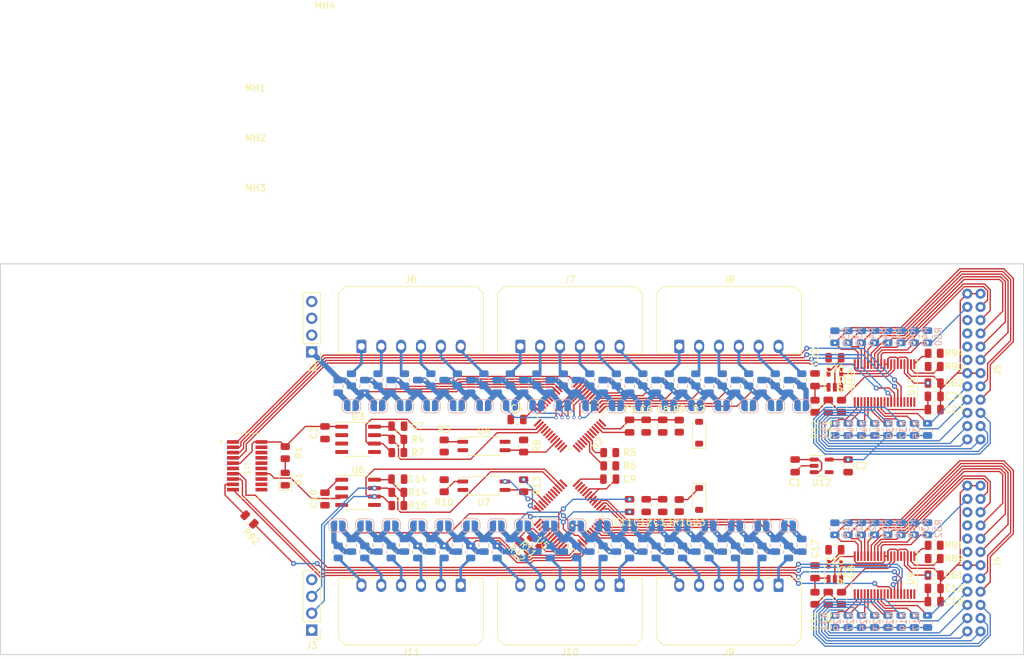
<source format=kicad_pcb>
(kicad_pcb (version 20221018) (generator pcbnew)
  (layers (0 "F.Cu" signal) (31 "B.Cu" signal) (34 "B.Paste" user) (35 "F.Paste" user) (36 "B.SilkS" user "B.Silkscreen") (37 "F.SilkS" user "F.Silkscreen") (38 "B.Mask" user) (39 "F.Mask" user) (44 "Edge.Cuts" user))
  (net 0 "")
  (net 1 "GND")
  (net 2 "GND2")
  (net 3 "Net-(J7-Pin_1)")
  (net 4 "Net-(J7-Pin_2)")
  (net 5 "Net-(J7-Pin_3)")
  (net 6 "Net-(J7-Pin_4)")
  (net 7 "Net-(J7-Pin_5)")
  (net 8 "Net-(J7-Pin_6)")
  (net 9 "Net-(J8-Pin_1)")
  (net 10 "Net-(J8-Pin_2)")
  (net 11 "Net-(J8-Pin_3)")
  (net 12 "Net-(J8-Pin_4)")
  (net 13 "Net-(J8-Pin_5)")
  (net 14 "Net-(J8-Pin_6)")
  (net 15 "Net-(J9-Pin_1)")
  (net 16 "Net-(J9-Pin_2)")
  (net 17 "Net-(U9-GPIO3)")
  (net 18 "Net-(U2-CP1)")
  (net 19 "GND1")
  (net 20 "Net-(U2-REG18)")
  (net 21 "/BMS/BMS1BAT")
  (net 22 "Net-(U8-+)")
  (net 23 "GNDA")
  (net 24 "VDDA")
  (net 25 "Net-(U11-GPIO3)")
  (net 26 "Net-(U9-GPIO2)")
  (net 27 "Net-(U11-GPIO2)")
  (net 28 "/BMS/BatteryConnector6/cell4+")
  (net 29 "/BMS/BatteryConnector6/cell5+")
  (net 30 "/BMS/BatteryConnector6/cell6+")
  (net 31 "Net-(D1-A)")
  (net 32 "Net-(D3-K)")
  (net 37 "Net-(J6-Pin_1)")
  (net 38 "Net-(J6-Pin_2)")
  (net 39 "Net-(J6-Pin_3)")
  (net 40 "Net-(J6-Pin_4)")
  (net 41 "Net-(J6-Pin_5)")
  (net 42 "Net-(J6-Pin_6)")
  (net 43 "/BMS/BMS2BAT")
  (net 44 "+3.3V")
  (net 45 "Net-(J9-Pin_3)")
  (net 46 "Net-(J9-Pin_4)")
  (net 47 "Net-(D2-K)")
  (net 48 "Net-(J9-Pin_5)")
  (net 49 "/Temperature/temp15")
  (net 50 "/Temperature/temp16")
  (net 51 "/Temperature/temp14")
  (net 52 "/BMS/cell15")
  (net 53 "/Temperature/temp13")
  (net 55 "/Temperature/temp12")
  (net 57 "/Temperature/temp11")
  (net 59 "/Temperature/temp10")
  (net 60 "/Temperature/temp1")
  (net 61 "/Temperature/temp9")
  (net 62 "/Temperature/temp2")
  (net 63 "/Temperature/temp3")
  (net 64 "/Temperature/temp8")
  (net 65 "/Temperature/temp4")
  (net 66 "/Temperature/temp7")
  (net 67 "/Temperature/temp5")
  (net 68 "/Temperature/temp6")
  (net 69 "/SPI1_NSS")
  (net 70 "/PA2")
  (net 71 "Net-(J9-Pin_6)")
  (net 72 "/I2C1_SDA")
  (net 73 "/SPI1_MISO")
  (net 74 "/I2C1_SCL")
  (net 75 "/SPI1_SCK")
  (net 76 "/SPI2_NSS")
  (net 77 "/SPI2_SCK")
  (net 78 "/SPI2_MISO")
  (net 79 "/SPI2_MOSI")
  (net 80 "/Temperature1/temp15")
  (net 81 "/Temperature1/temp16")
  (net 82 "/Temperature1/temp14")
  (net 83 "Net-(J10-Pin_1)")
  (net 84 "/Temperature1/temp13")
  (net 85 "Net-(J10-Pin_2)")
  (net 86 "/Temperature1/temp12")
  (net 87 "Net-(J10-Pin_3)")
  (net 88 "/Temperature1/temp11")
  (net 89 "Net-(J10-Pin_4)")
  (net 90 "/Temperature1/temp10")
  (net 91 "/Temperature1/temp1")
  (net 92 "/Temperature1/temp9")
  (net 93 "/Temperature1/temp2")
  (net 94 "/Temperature1/temp3")
  (net 95 "/Temperature1/temp8")
  (net 96 "/Temperature1/temp4")
  (net 97 "/Temperature1/temp7")
  (net 98 "/Temperature1/temp5")
  (net 99 "/Temperature1/temp6")
  (net 100 "Net-(J10-Pin_5)")
  (net 101 "Net-(J10-Pin_6)")
  (net 102 "Net-(J11-Pin_1)")
  (net 103 "/BMS/BMS2SCL")
  (net 104 "/BMS/BMS2SDA")
  (net 105 "/BMS/cell17")
  (net 106 "/BMS/cell18")
  (net 107 "/BMS/cell19")
  (net 108 "/BMS/cell20")
  (net 109 "/BMS/cell21")
  (net 110 "/BMS/cell22")
  (net 111 "/BMS/cell23")
  (net 112 "/BMS/cell24")
  (net 113 "/BMS/cell25")
  (net 114 "/BMS/cell26")
  (net 115 "/BMS/cell27")
  (net 116 "/BMS/cell28")
  (net 117 "/BMS/cell29")
  (net 118 "/BMS/cell30")
  (net 119 "/BMS/cell31")
  (net 120 "/BMS/cell32")
  (net 122 "Net-(J11-Pin_2)")
  (net 123 "Net-(J11-Pin_3)")
  (net 124 "Net-(J11-Pin_4)")
  (net 125 "/Temperature/MUXOUT")
  (net 126 "/Temperature1/MUXOUT")
  (net 127 "/BMS/cell1")
  (net 128 "/BMS/cell2")
  (net 129 "/BMS/cell3")
  (net 130 "/BMS/cell4")
  (net 131 "/BMS/cell5")
  (net 132 "/BMS/cell6")
  (net 133 "/BMS/cell7")
  (net 134 "/BMS/cell8")
  (net 135 "/BMS/cell9")
  (net 136 "/BMS/cell10")
  (net 137 "/BMS/cell11")
  (net 138 "/BMS/cell12")
  (net 139 "/BMS/cell13")
  (net 140 "/BMS/cell14")
  (net 141 "Net-(J11-Pin_5)")
  (net 142 "Net-(J11-Pin_6)")
  (net 143 "/BMS/BMS2Reg1")
  (net 144 "/BMS/BMS2Reset")
  (net 145 "/BMS/BMS1Reg1")
  (net 146 "/BMS/BMS1SDA")
  (net 147 "/BMS/BMS1SCL")
  (net 148 "/BMS/BMS1Reset")
  (net 149 "/SPI1_MOSI")
  (net 150 "/Temperature/ADCIN")
  (net 151 "Net-(U2-PACK)")
  (net 152 "Net-(U2-LD)")
  (net 153 "/Temperature1/ADCIN")
  (net 173 "+2V5")
  (net 174 "Net-(U5-REG18)")
  (net 175 "Net-(U5-CP1)")
  (net 176 "Net-(U10-+)")
  (net 177 "Net-(R3-Pad2)")
  (net 178 "Net-(R10-Pad2)")
  (net 179 "Net-(U5-PACK)")
  (net 180 "Net-(U5-LD)")
  (net 200 "Net-(C16-Pad2)")
  (net 201 "Net-(C21-Pad2)")
  (net 203 "Net-(U1-SPI1_MOSI)")
  (footprint "Connector_Molex:Molex_Micro-Fit_3.0_43650-0600_1x06_P3.00mm_Horizontal" (layer "F.Cu") (at 225.5 137.03 180)
    (fp_text reference "J9")
    (fp_text value "TopConn")
  )
  (footprint "Resistor_SMD:R_0805_2012Metric" (layer "F.Cu") (at 235 139 90)
    (fp_text reference "R33")
    (fp_text value "4.7k")
  )
  (footprint "Capacitor_SMD:C_0805_2012Metric" (layer "F.Cu") (at 233 138.999999 90)
    (fp_text reference "C16")
    (fp_text value "47nF")
  )
  (footprint "Resistor_SMD:R_0805_2012Metric" (layer "F.Cu") (at 168.000001 115 180)
    (fp_text reference "R4")
    (fp_text value "10k")
  )
  (footprint "Resistor_SMD:R_0805_2012Metric" (layer "F.Cu") (at 168 117 180)
    (fp_text reference "R7")
    (fp_text value "10k")
  )
  (footprint "Capacitor_SMD:C_0805_2012Metric" (layer "F.Cu") (at 157 124 90)
    (fp_text reference "C10")
    (fp_text value "1uF")
  )
  (footprint "MountingHole:MountingHole_3mm" (layer "F.Cu") (at 157 53.5)
    (fp_text reference "MH4")
    (fp_text value "M3")
  )
  (footprint "Diode_SMD:D_SOD-123" (layer "F.Cu") (at 213.5 124 -90)
    (fp_text reference "D3")
    (fp_text value "1N4448W")
  )
  (footprint "Resistor_SMD:R_0805_2012Metric" (layer "F.Cu") (at 188.854765 130.354765 135)
    (fp_text reference "R11")
    (fp_text value "10k")
  )
  (footprint "Package_SO:TSSOP-38_4.4x9.7mm_P0.5mm" (layer "F.Cu") (at 241.5 135.5 -90)
    (fp_text reference "U9")
    (fp_text value "ADS7953SBDBT")
  )
  (footprint "Connector_Molex:Molex_Micro-Fit_3.0_43650-0600_1x06_P3.00mm_Horizontal" (layer "F.Cu") (at 201.5 137.03 180)
    (fp_text reference "J10")
    (fp_text value "TopConn")
  )
  (footprint "Capacitor_SMD:C_0805_2012Metric" (layer "F.Cu") (at 168.000001 121)
    (fp_text reference "C14")
    (fp_text value "1uF")
  )
  (footprint "Resistor_SMD:R_0805_2012Metric" (layer "F.Cu") (at 200 117 180)
    (fp_text reference "R5")
    (fp_text value "10k")
  )
  (footprint "Capacitor_SMD:C_0805_2012Metric" (layer "F.Cu") (at 157 114 90)
    (fp_text reference "C3")
    (fp_text value "1uF")
  )
  (footprint "Capacitor_SMD:C_0805_2012Metric" (layer "F.Cu") (at 168.000001 113)
    (fp_text reference "C7")
    (fp_text value "1uF")
  )
  (footprint "Capacitor_SMD:C_0805_2012Metric" (layer "F.Cu") (at 248.999997 108.5)
    (fp_text reference "C24")
    (fp_text value "1uF")
  )
  (footprint "Connector_PinHeader_2.54mm:PinHeader_1x04_P2.54mm_Vertical" (layer "F.Cu") (at 155 101.8 180)
    (fp_text reference "J2")
    (fp_text value "BMS1OTP")
  )
  (footprint "LED_SMD:LED_0805_2012Metric" (layer "F.Cu") (at 151 121 90)
    (fp_text reference "D1")
    (fp_text value "Green")
  )
  (footprint "Capacitor_SMD:C_0805_2012Metric" (layer "F.Cu") (at 231 134.999999 -90)
    (fp_text reference "C17")
    (fp_text value "47nF")
  )
  (footprint "Resistor_SMD:R_0805_2012Metric" (layer "F.Cu") (at 249 102)
    (fp_text reference "R94")
    (fp_text value "100k")
  )
  (footprint "Package_TO_SOT_SMD:SOT-23-5" (layer "F.Cu") (at 232 119)
    (fp_text reference "U12")
    (fp_text value "MIC5317-2.5xM5")
  )
  (footprint "Package_QFP:TQFP-48_7x7mm_P0.5mm" (layer "F.Cu") (at 194 111.5 -135)
    (fp_text reference "U2")
    (fp_text value "BQ7695201PFBR")
  )
  (footprint "Resistor_SMD:R_0805_2012Metric" (layer "F.Cu") (at 231 110 -90)
    (fp_text reference "R52")
    (fp_text value "4.7k")
  )
  (footprint "Package_SO:TSSOP-38_4.4x9.7mm_P0.5mm" (layer "F.Cu") (at 241.5 106.5 -90)
    (fp_text reference "U11")
    (fp_text value "ADS7953SBDBT")
  )
  (footprint "Capacitor_SMD:C_0805_2012Metric" (layer "F.Cu") (at 200 121 180)
    (fp_text reference "C9")
    (fp_text value "4.7uF")
  )
  (footprint "Capacitor_SMD:C_0805_2012Metric" (layer "F.Cu") (at 186 112)
    (fp_text reference "C4")
    (fp_text value "4.7uF")
  )
  (footprint "Package_SO:SOP-4_4.4x2.6mm_P1.27mm" (layer "F.Cu") (at 181 116)
    (fp_text reference "U4")
    (fp_text value "EL3H7")
  )
  (footprint "Resistor_SMD:R_0805_2012Metric" (layer "F.Cu") (at 187 116 -90)
    (fp_text reference "R8")
    (fp_text value "10k")
  )
  (footprint "UTSVT_Special:PeripheralSOM" (layer "F.Cu") (at 129 119.5)
    (fp_text reference "U1")
    (fp_text value "~")
  )
  (footprint "Connector_PinHeader_2.54mm:PinHeader_1x04_P2.54mm_Vertical" (layer "F.Cu") (at 155 143.8 180)
    (fp_text reference "J3")
    (fp_text value "BMS2OTP")
  )
  (footprint "Capacitor_SMD:C_0805_2012Metric" (layer "F.Cu") (at 234 102.675)
    (fp_text reference "C20")
    (fp_text value "1uF")
  )
  (footprint "Resistor_SMD:R_0805_2012Metric" (layer "F.Cu") (at 175 122 -90)
    (fp_text reference "R10")
    (fp_text value "220")
  )
  (footprint "Resistor_SMD:R_0805_2012Metric" (layer "F.Cu") (at 175 116 90)
    (fp_text reference "R3")
    (fp_text value "220")
  )
  (footprint "UTSVT_Connectors:B24B-PADSS-F" (layer "F.Cu") (at 256 93 90)
    (fp_text reference "J5")
    (fp_text value "Conn_01x24_Female")
  )
  (footprint "Capacitor_SMD:C_0805_2012Metric" (layer "F.Cu") (at 248.999997 137.5)
    (fp_text reference "C19")
    (fp_text value "1uF")
  )
  (footprint "MountingHole:MountingHole_3mm" (layer "F.Cu") (at 146.5 65.95)
    (fp_text reference "MH1")
    (fp_text value "M3")
  )
  (footprint "Capacitor_SMD:C_0805_2012Metric" (layer "F.Cu") (at 248.999997 139.5)
    (fp_text reference "C18")
    (fp_text value "1uF")
  )
  (footprint "Capacitor_SMD:C_0805_2012Metric" (layer "F.Cu") (at 205.5 125 -90)
    (fp_text reference "C12")
    (fp_text value "100pF")
  )
  (footprint "Connector_Molex:Molex_Micro-Fit_3.0_43650-0600_1x06_P3.00mm_Horizontal" (layer "F.Cu") (at 210.5 100.97)
    (fp_text reference "J8")
    (fp_text value "TopConn")
  )
  (footprint "Capacitor_SMD:C_0805_2012Metric" (layer "F.Cu") (at 231 105.999999 -90)
    (fp_text reference "C22")
    (fp_text value "47nF")
  )
  (footprint "Resistor_SMD:R_0805_2012Metric" (layer "F.Cu") (at 145.604765 127.104765 135)
    (fp_text reference "R92")
    (fp_text value "50")
  )
  (footprint "Capacitor_SMD:C_0805_2012Metric" (layer "F.Cu") (at 249 135.5 180)
    (fp_text reference "C61")
    (fp_text value "10uF")
  )
  (footprint "Resistor_SMD:R_0805_2012Metric" (layer "F.Cu") (at 249 133)
    (fp_text reference "R89")
    (fp_text value "100k")
  )
  (footprint "Resistor_SMD:R_0805_2012Metric" (layer "F.Cu") (at 200 119.000001 180)
    (fp_text reference "R6")
    (fp_text value "10k")
  )
  (footprint "Resistor_SMD:R_0805_2012Metric" (layer "F.Cu") (at 168.000001 123 180)
    (fp_text reference "R14")
    (fp_text value "10k")
  )
  (footprint "UTSVT_Connectors:B24B-PADSS-F" (layer "F.Cu") (at 256 122 90)
    (fp_text reference "J4")
    (fp_text value "Conn_01x24_Female")
  )
  (footprint "Capacitor_SMD:C_0805_2012Metric" (layer "F.Cu") (at 203 113 90)
    (fp_text reference "C5")
    (fp_text value "0.47uF")
  )
  (footprint "Capacitor_SMD:C_0805_2012Metric" (layer "F.Cu") (at 248.999997 110.5)
    (fp_text reference "C23")
    (fp_text value "1uF")
  )
  (footprint "MountingHole:MountingHole_3mm" (layer "F.Cu") (at 146.5 73.5)
    (fp_text reference "MH2")
    (fp_text value "M3")
  )
  (footprint "Package_SO:SOP-4_4.4x2.6mm_P1.27mm" (layer "F.Cu") (at 181 122)
    (fp_text reference "U7")
    (fp_text value "EL3H7")
  )
  (footprint "Capacitor_SMD:C_0805_2012Metric" (layer "F.Cu") (at 208 125 -90)
    (fp_text reference "C13")
    (fp_text value "1uF")
  )
  (footprint "Resistor_SMD:R_0805_2012Metric" (layer "F.Cu") (at 187.104765 131.104765 135)
    (fp_text reference "R12")
    (fp_text value "10k")
  )
  (footprint "Resistor_SMD:R_0805_2012Metric" (layer "F.Cu") (at 210.5 125 90)
    (fp_text reference "R16")
    (fp_text value "100")
  )
  (footprint "Resistor_SMD:R_0805_2012Metric" (layer "F.Cu") (at 249 131)
    (fp_text reference "R91")
    (fp_text value "100k")
  )
  (footprint "Capacitor_SMD:C_0805_2012Metric" (layer "F.Cu") (at 228 119 90)
    (fp_text reference "C1")
    (fp_text value "10uF")
  )
  (footprint "Connector_Molex:Molex_Micro-Fit_3.0_43650-0600_1x06_P3.00mm_Horizontal" (layer "F.Cu") (at 162.5 100.97)
    (fp_text reference "J6")
    (fp_text value "TopConn")
  )
  (footprint "Capacitor_SMD:C_0805_2012Metric" (layer "F.Cu") (at 203 125 -90)
    (fp_text reference "C11")
    (fp_text value "0.47uF")
  )
  (footprint "Capacitor_SMD:C_0805_2012Metric" (layer "F.Cu") (at 208 113 90)
    (fp_text reference "C8")
    (fp_text value "1uF")
  )
  (footprint "Resistor_SMD:R_0805_2012Metric" (layer "F.Cu") (at 249 104)
    (fp_text reference "R90")
    (fp_text value "100k")
  )
  (footprint "Capacitor_SMD:C_0805_2012Metric" (layer "F.Cu") (at 234 131.675)
    (fp_text reference "C15")
    (fp_text value "1uF")
  )
  (footprint "Resistor_SMD:R_0805_2012Metric" (layer "F.Cu") (at 235 110 90)
    (fp_text reference "R51")
    (fp_text value "4.7k")
  )
  (footprint "Resistor_SMD:R_0805_2012Metric" (layer "F.Cu") (at 151 117 90)
    (fp_text reference "R1")
    (fp_text value "1k")
  )
  (footprint "Capacitor_SMD:C_0805_2012Metric" (layer "F.Cu") (at 249 106.5 180)
    (fp_text reference "C62")
    (fp_text value "10uF")
  )
  (footprint "Capacitor_SMD:C_0805_2012Metric" (layer "F.Cu") (at 233 109.999999 90)
    (fp_text reference "C21")
    (fp_text value "47nF")
  )
  (footprint "Package_TO_SOT_SMD:SOT-23-5" (layer "F.Cu") (at 234 106 90)
    (fp_text reference "U10")
    (fp_text value "LM321")
  )
  (footprint "Capacitor_SMD:C_0805_2012Metric" (layer "F.Cu") (at 236 119 -90)
    (fp_text reference "C2")
    (fp_text value "1uF")
  )
  (footprint "Package_TO_SOT_SMD:SOT-23-5" (layer "F.Cu") (at 234 135 90)
    (fp_text reference "U8")
    (fp_text value "LM321")
  )
  (footprint "MountingHole:MountingHole_3mm" (layer "F.Cu") (at 146.5 81.05)
    (fp_text reference "MH3")
    (fp_text value "M3")
  )
  (footprint "Connector_Molex:Molex_Micro-Fit_3.0_43650-0600_1x06_P3.00mm_Horizontal" (layer "F.Cu") (at 177.5 137.03 180)
    (fp_text reference "J11")
    (fp_text value "TopConn")
  )
  (footprint "Resistor_SMD:R_0805_2012Metric" (layer "F.Cu") (at 187 122 -90)
    (fp_text reference "R13")
    (fp_text value "1k")
  )
  (footprint "Resistor_SMD:R_0805_2012Metric" (layer "F.Cu") (at 231 139 -90)
    (fp_text reference "R34")
    (fp_text value "4.7k")
  )
  (footprint "Resistor_SMD:R_0805_2012Metric" (layer "F.Cu") (at 168.000001 125 180)
    (fp_text reference "R15")
    (fp_text value "10k")
  )
  (footprint "Package_QFP:TQFP-48_7x7mm_P0.5mm" (layer "F.Cu") (at 194 126.5 135)
    (fp_text reference "U5")
    (fp_text value "BQ7695201PFBR")
  )
  (footprint "Diode_SMD:D_SOD-123" (layer "F.Cu") (at 213.5 114 90)
    (fp_text reference "D2")
    (fp_text value "1N4448W")
  )
  (footprint "Package_SO:SOIC-8_3.9x4.9mm_P1.27mm" (layer "F.Cu") (at 162 115)
    (fp_text reference "U3")
    (fp_text value "ISO1640BDR")
  )
  (footprint "Package_SO:SOIC-8_3.9x4.9mm_P1.27mm" (layer "F.Cu") (at 162 123)
    (fp_text reference "U6")
    (fp_text value "ISO1640BDR")
  )
  (footprint "Capacitor_SMD:C_0805_2012Metric" (layer "F.Cu") (at 205.5 113 90)
    (fp_text reference "C6")
    (fp_text value "100pF")
  )
  (footprint "Connector_Molex:Molex_Micro-Fit_3.0_43650-0600_1x06_P3.00mm_Horizontal" (layer "F.Cu") (at 186.5 100.97)
    (fp_text reference "J7")
    (fp_text value "TopConn")
  )
  (footprint "Resistor_SMD:R_0805_2012Metric" (layer "F.Cu") (at 210.5 113 -90)
    (fp_text reference "R9")
    (fp_text value "100")
  )
  (footprint "Resistor_SMD:R_0805_2012Metric" (layer "B.Cu") (at 173 106 -90)
    (fp_text reference "R56" hide)
    (fp_text value "20")
  )
  (footprint "Jumper:SolderJumper-2_P1.3mm_Open_RoundedPad1.0x1.5mm" (layer "B.Cu") (at 171.000001 128 180)
    (fp_text reference "TP33" hide)
    (fp_text value "TestPoint_2Pole")
  )
  (footprint "Jumper:SolderJumper-2_P1.3mm_Open_RoundedPad1.0x1.5mm" (layer "B.Cu") (at 173 110)
    (fp_text reference "TP4" hide)
    (fp_text value "TestPoint_2Pole")
  )
  (footprint "Resistor_SMD:R_0805_2012Metric" (layer "B.Cu") (at 239.999999 142.5 -90)
    (fp_text reference "R25")
    (fp_text value "10k")
  )
  (footprint "Jumper:SolderJumper-2_P1.3mm_Open_RoundedPad1.0x1.5mm" (layer "B.Cu") (at 179 128 180)
    (fp_text reference "TP31" hide)
    (fp_text value "TestPoint_2Pole")
  )
  (footprint "Resistor_SMD:R_0805_2012Metric" (layer "B.Cu") (at 189 106 -90)
    (fp_text reference "R60" hide)
    (fp_text value "20")
  )
  (footprint "Capacitor_SMD:C_0805_2012Metric" (layer "B.Cu") (at 197.000001 131 90)
    (fp_text reference "C51" hide)
    (fp_text value "220nF")
  )
  (footprint "Resistor_SMD:R_0805_2012Metric" (layer "B.Cu") (at 171.000001 132 90)
    (fp_text reference "R85" hide)
    (fp_text value "20")
  )
  (footprint "Resistor_SMD:R_0805_2012Metric" (layer "B.Cu") (at 244 99.499999 90)
    (fp_text reference "R46")
    (fp_text value "10k")
  )
  (footprint "Jumper:SolderJumper-2_P1.3mm_Open_RoundedPad1.0x1.5mm" (layer "B.Cu") (at 207 128 180)
    (fp_text reference "TP24" hide)
    (fp_text value "TestPoint_2Pole")
  )
  (footprint "Capacitor_SMD:C_0805_2012Metric" (layer "B.Cu") (at 203 107 -90)
    (fp_text reference "C36" hide)
    (fp_text value "220nF")
  )
  (footprint "Resistor_SMD:R_0805_2012Metric" (layer "B.Cu") (at 211 132 90)
    (fp_text reference "R75" hide)
    (fp_text value "20")
  )
  (footprint "Resistor_SMD:R_0805_2012Metric" (layer "B.Cu") (at 159 132 90)
    (fp_text reference "R88" hide)
    (fp_text value "20")
  )
  (footprint "Capacitor_SMD:C_0805_2012Metric" (layer "B.Cu") (at 165 131 90)
    (fp_text reference "C59" hide)
    (fp_text value "220nF")
  )
  (footprint "Resistor_SMD:R_0805_2012Metric" (layer "B.Cu") (at 248 128.5 90)
    (fp_text reference "R32")
    (fp_text value "10k")
  )
  (footprint "Resistor_SMD:R_0805_2012Metric" (layer "B.Cu") (at 229 106 -90)
    (fp_text reference "R70" hide)
    (fp_text value "20")
  )
  (footprint "Resistor_SMD:R_0805_2012Metric" (layer "B.Cu") (at 185 106 -90)
    (fp_text reference "R59" hide)
    (fp_text value "20")
  )
  (footprint "Capacitor_SMD:C_0805_2012Metric" (layer "B.Cu") (at 161 131 90)
    (fp_text reference "C60" hide)
    (fp_text value "220nF")
  )
  (footprint "Jumper:SolderJumper-2_P1.3mm_Open_RoundedPad1.0x1.5mm" (layer "B.Cu") (at 189 110)
    (fp_text reference "TP8" hide)
    (fp_text value "TestPoint_2Pole")
  )
  (footprint "Resistor_SMD:R_0805_2012Metric" (layer "B.Cu") (at 169 106 -90)
    (fp_text reference "R55" hide)
    (fp_text value "20")
  )
  (footprint "Resistor_SMD:R_0805_2012Metric" (layer "B.Cu") (at 237.999999 99.512499 90)
    (fp_text reference "R40")
    (fp_text value "10k")
  )
  (footprint "Resistor_SMD:R_0805_2012Metric" (layer "B.Cu") (at 219.000001 132 90)
    (fp_text reference "R73" hide)
    (fp_text value "20")
  )
  (footprint "Resistor_SMD:R_0805_2012Metric" (layer "B.Cu") (at 234 142.5 -90)
    (fp_text reference "R31")
    (fp_text value "10k")
  )
  (footprint "Resistor_SMD:R_0805_2012Metric" (layer "B.Cu") (at 246 142.499999 -90)
    (fp_text reference "R19")
    (fp_text value "10k")
  )
  (footprint "Capacitor_SMD:C_0805_2012Metric" (layer "B.Cu") (at 217 131 90)
    (fp_text reference "C46" hide)
    (fp_text value "220nF")
  )
  (footprint "Capacitor_SMD:C_0805_2012Metric" (layer "B.Cu") (at 185 131 90)
    (fp_text reference "C54" hide)
    (fp_text value "220nF")
  )
  (footprint "Resistor_SMD:R_0805_2012Metric" (layer "B.Cu") (at 201 106 -90)
    (fp_text reference "R63" hide)
    (fp_text value "20")
  )
  (footprint "Capacitor_SMD:C_0805_2012Metric" (layer "B.Cu") (at 193 131 90)
    (fp_text reference "C52" hide)
    (fp_text value "220nF")
  )
  (footprint "Jumper:SolderJumper-2_P1.3mm_Open_RoundedPad1.0x1.5mm" (layer "B.Cu") (at 161 110)
    (fp_text reference "TP1" hide)
    (fp_text value "TestPoint_2Pole")
  )
  (footprint "Resistor_SMD:R_0805_2012Metric" (layer "B.Cu") (at 183 132 90)
    (fp_text reference "R82" hide)
    (fp_text value "20")
  )
  (footprint "Resistor_SMD:R_0805_2012Metric" (layer "B.Cu") (at 179 132 90)
    (fp_text reference "R83" hide)
    (fp_text value "20")
  )
  (footprint "Jumper:SolderJumper-2_P1.3mm_Open_RoundedPad1.0x1.5mm" (layer "B.Cu") (at 205 110)
    (fp_text reference "TP12" hide)
    (fp_text value "TestPoint_2Pole")
  )
  (footprint "Jumper:SolderJumper-2_P1.3mm_Open_RoundedPad1.0x1.5mm" (layer "B.Cu") (at 191.000001 128 180)
    (fp_text reference "TP28" hide)
    (fp_text value "TestPoint_2Pole")
  )
  (footprint "Jumper:SolderJumper-2_P1.3mm_Open_RoundedPad1.0x1.5mm" (layer "B.Cu") (at 163.000001 128 180)
    (fp_text reference "TP35" hide)
    (fp_text value "TestPoint_2Pole")
  )
  (footprint "Resistor_SMD:R_0805_2012Metric" (layer "B.Cu") (at 234 113.5 -90)
    (fp_text reference "R49")
    (fp_text value "10k")
  )
  (footprint "Resistor_SMD:R_0805_2012Metric" (layer "B.Cu") (at 241.999999 99.499998 90)
    (fp_text reference "R44")
    (fp_text value "10k")
  )
  (footprint "Resistor_SMD:R_0805_2012Metric" (layer "B.Cu") (at 207 132 90)
    (fp_text reference "R76" hide)
    (fp_text value "20")
  )
  (footprint "Resistor_SMD:R_0805_2012Metric" (layer "B.Cu") (at 163 132 90)
    (fp_text reference "R87" hide)
    (fp_text value "20")
  )
  (footprint "Resistor_SMD:R_0805_2012Metric" (layer "B.Cu") (at 246 99.499998 90)
    (fp_text reference "R48")
    (fp_text value "10k")
  )
  (footprint "Capacitor_SMD:C_0805_2012Metric" (layer "B.Cu") (at 195 107 -90)
    (fp_text reference "C34" hide)
    (fp_text value "220nF")
  )
  (footprint "Resistor_SMD:R_0805_2012Metric" (layer "B.Cu") (at 244 128.499999 90)
    (fp_text reference "R28")
    (fp_text value "10k")
  )
  (footprint "Resistor_SMD:R_0805_2012Metric" (layer "B.Cu") (at 197 106 -90)
    (fp_text reference "R62" hide)
    (fp_text value "20")
  )
  (footprint "Resistor_SMD:R_0805_2012Metric" (layer "B.Cu") (at 181 106 -90)
    (fp_text reference "R58" hide)
    (fp_text value "20")
  )
  (footprint "Jumper:SolderJumper-2_P1.3mm_Open_RoundedPad1.0x1.5mm" (layer "B.Cu") (at 175.000001 128 180)
    (fp_text reference "TP32" hide)
    (fp_text value "TestPoint_2Pole")
  )
  (footprint "Resistor_SMD:R_0805_2012Metric" (layer "B.Cu") (at 234 128.512499 90)
    (fp_text reference "R18")
    (fp_text value "10k")
  )
  (footprint "Resistor_SMD:R_0805_2012Metric" (layer "B.Cu") (at 248 142.5 -90)
    (fp_text reference "R17")
    (fp_text value "10k")
  )
  (footprint "Resistor_SMD:R_0805_2012Metric" (layer "B.Cu") (at 217 106 -90)
    (fp_text reference "R67" hide)
    (fp_text value "20")
  )
  (footprint "Capacitor_SMD:C_0805_2012Metric" (layer "B.Cu") (at 213 131 90)
    (fp_text reference "C47" hide)
    (fp_text value "220nF")
  )
  (footprint "Jumper:SolderJumper-2_P1.3mm_Open_RoundedPad1.0x1.5mm" (layer "B.Cu") (at 203 128 180)
    (fp_text reference "TP25" hide)
    (fp_text value "TestPoint_2Pole")
  )
  (footprint "Capacitor_SMD:C_0805_2012Metric" (layer "B.Cu") (at 159 107 -90)
    (fp_text reference "C25" hide)
    (fp_text value "220nF")
  )
  (footprint "Jumper:SolderJumper-2_P1.3mm_Open_RoundedPad1.0x1.5mm" (layer "B.Cu") (at 169 110)
    (fp_text reference "TP3" hide)
    (fp_text value "TestPoint_2Pole")
  )
  (footprint "Jumper:SolderJumper-2_P1.3mm_Open_RoundedPad1.0x1.5mm" (layer "B.Cu") (at 197 110)
    (fp_text reference "TP10" hide)
    (fp_text value "TestPoint_2Pole")
  )
  (footprint "Resistor_SMD:R_0805_2012Metric" (layer "B.Cu") (at 234 99.512499 90)
    (fp_text reference "R36")
    (fp_text value "10k")
  )
  (footprint "Resistor_SMD:R_0805_2012Metric" (layer "B.Cu") (at 187 132 90)
    (fp_text reference "R81" hide)
    (fp_text value "20")
  )
  (footprint "Resistor_SMD:R_0805_2012Metric" (layer "B.Cu") (at 225 106 -90)
    (fp_text reference "R69" hide)
    (fp_text value "20")
  )
  (footprint "Resistor_SMD:R_0805_2012Metric" (layer "B.Cu") (at 244.000001 113.500001 -90)
    (fp_text reference "R39")
    (fp_text value "10k")
  )
  (footprint "Jumper:SolderJumper-2_P1.3mm_Open_RoundedPad1.0x1.5mm" (layer "B.Cu") (at 209 110)
    (fp_text reference "TP13" hide)
    (fp_text value "TestPoint_2Pole")
  )
  (footprint "Capacitor_SMD:C_0805_2012Metric" (layer "B.Cu") (at 173.000001 131 90)
    (fp_text reference "C57" hide)
    (fp_text value "220nF")
  )
  (footprint "Capacitor_SMD:C_0805_2012Metric" (layer "B.Cu") (at 219 107 -90)
    (fp_text reference "C40" hide)
    (fp_text value "220nF")
  )
  (footprint "Resistor_SMD:R_0805_2012Metric" (layer "B.Cu") (at 241.999999 128.499998 90)
    (fp_text reference "R26")
    (fp_text value "10k")
  )
  (footprint "Capacitor_SMD:C_0805_2012Metric" (layer "B.Cu") (at 183 107 -90)
    (fp_text reference "C31" hide)
    (fp_text value "220nF")
  )
  (footprint "Capacitor_SMD:C_0805_2012Metric" (layer "B.Cu") (at 209 131 90)
    (fp_text reference "C48" hide)
    (fp_text value "220nF")
  )
  (footprint "Jumper:SolderJumper-2_P1.3mm_Open_RoundedPad1.0x1.5mm" (layer "B.Cu") (at 181 110)
    (fp_text reference "TP6" hide)
    (fp_text value "TestPoint_2Pole")
  )
  (footprint "Resistor_SMD:R_0805_2012Metric" (layer "B.Cu") (at 227 132 90)
    (fp_text reference "R71" hide)
    (fp_text value "20")
  )
  (footprint "Capacitor_SMD:C_0805_2012Metric" (layer "B.Cu") (at 225.000001 131 90)
    (fp_text reference "C44" hide)
    (fp_text value "220nF")
  )
  (footprint "Capacitor_SMD:C_0805_2012Metric" (layer "B.Cu") (at 167 107 -90)
    (fp_text reference "C27" hide)
    (fp_text value "220nF")
  )
  (footprint "Jumper:SolderJumper-2_P1.3mm_Open_RoundedPad1.0x1.5mm" (layer "B.Cu") (at 195.000001 128 180)
    (fp_text reference "TP27" hide)
    (fp_text value "TestPoint_2Pole")
  )
  (footprint "Jumper:SolderJumper-2_P1.3mm_Open_RoundedPad1.0x1.5mm" (layer "B.Cu") (at 183 128 180)
    (fp_text reference "TP30" hide)
    (fp_text value "TestPoint_2Pole")
  )
  (footprint "Jumper:SolderJumper-2_P1.3mm_Open_RoundedPad1.0x1.5mm" (layer "B.Cu") (at 193 110)
    (fp_text reference "TP9" hide)
    (fp_text value "TestPoint_2Pole")
  )
  (footprint "Capacitor_SMD:C_0805_2012Metric" (layer "B.Cu") (at 191 107 -90)
    (fp_text reference "C33" hide)
    (fp_text value "220nF")
  )
  (footprint "Resistor_SMD:R_0805_2012Metric" (layer "B.Cu") (at 209 106 -90)
    (fp_text reference "R65" hide)
    (fp_text value "20")
  )
  (footprint "Jumper:SolderJumper-2_P1.3mm_Open_RoundedPad1.0x1.5mm" (layer "B.Cu") (at 159 128 180)
    (fp_text reference "TP36" hide)
    (fp_text value "TestPoint_2Pole")
  )
  (footprint "Capacitor_SMD:C_0805_2012Metric" (layer "B.Cu") (at 163 107 -90)
    (fp_text reference "C26" hide)
    (fp_text value "220nF")
  )
  (footprint "Resistor_SMD:R_0805_2012Metric" (layer "B.Cu") (at 215 132 90)
    (fp_text reference "R74" hide)
    (fp_text value "20")
  )
  (footprint "Resistor_SMD:R_0805_2012Metric" (layer "B.Cu") (at 238 113.5 -90)
    (fp_text reference "R45")
    (fp_text value "10k")
  )
  (footprint "Jumper:SolderJumper-2_P1.3mm_Open_RoundedPad1.0x1.5mm" (layer "B.Cu") (at 201 110)
    (fp_text reference "TP11" hide)
    (fp_text value "TestPoint_2Pole")
  )
  (footprint "Jumper:SolderJumper-2_P1.3mm_Open_RoundedPad1.0x1.5mm" (layer "B.Cu") (at 199.000001 128 180)
    (fp_text reference "TP26" hide)
    (fp_text value "TestPoint_2Pole")
  )
  (footprint "Resistor_SMD:R_0805_2012Metric" (layer "B.Cu") (at 240 128.499999 90)
    (fp_text reference "R24")
    (fp_text value "10k")
  )
  (footprint "Jumper:SolderJumper-2_P1.3mm_Open_RoundedPad1.0x1.5mm" (layer "B.Cu") (at 229 110)
    (fp_text reference "TP18" hide)
    (fp_text value "TestPoint_2Pole")
  )
  (footprint "Jumper:SolderJumper-2_P1.3mm_Open_RoundedPad1.0x1.5mm" (layer "B.Cu") (at 165 110)
    (fp_text reference "TP2" hide)
    (fp_text value "TestPoint_2Pole")
  )
  (footprint "Resistor_SMD:R_0805_2012Metric" (layer "B.Cu") (at 236 113.500001 -90)
    (fp_text reference "R47")
    (fp_text value "10k")
  )
  (footprint "Capacitor_SMD:C_0805_2012Metric" (layer "B.Cu") (at 207 107 -90)
    (fp_text reference "C37" hide)
    (fp_text value "220nF")
  )
  (footprint "Jumper:SolderJumper-2_P1.3mm_Open_RoundedPad1.0x1.5mm" (layer "B.Cu") (at 221 110)
    (fp_text reference "TP16" hide)
    (fp_text value "TestPoint_2Pole")
  )
  (footprint "Jumper:SolderJumper-2_P1.3mm_Open_RoundedPad1.0x1.5mm" (layer "B.Cu") (at 213 110)
    (fp_text reference "TP14" hide)
    (fp_text value "TestPoint_2Pole")
  )
  (footprint "Resistor_SMD:R_0805_2012Metric" (layer "B.Cu") (at 248 99.5 90)
    (fp_text reference "R50")
    (fp_text value "10k")
  )
  (footprint "Capacitor_SMD:C_0805_2012Metric" (layer "B.Cu") (at 201.000001 131 90)
    (fp_text reference "C50" hide)
    (fp_text value "220nF")
  )
  (footprint "Capacitor_SMD:C_0805_2012Metric" (layer "B.Cu") (at 227 107 -90)
    (fp_text reference "C42" hide)
    (fp_text value "220nF")
  )
  (footprint "Resistor_SMD:R_0805_2012Metric" (layer "B.Cu") (at 248 113.5 -90)
    (fp_text reference "R35")
    (fp_text value "10k")
  )
  (footprint "Resistor_SMD:R_0805_2012Metric" (layer "B.Cu") (at 236 142.500001 -90)
    (fp_text reference "R29")
    (fp_text value "10k")
  )
  (footprint "Resistor_SMD:R_0805_2012Metric" (layer "B.Cu") (at 238 142.5 -90)
    (fp_text reference "R27")
    (fp_text value "10k")
  )
  (footprint "Resistor_SMD:R_0805_2012Metric" (layer "B.Cu") (at 165 106 -90)
    (fp_text reference "R54" hide)
    (fp_text value "20")
  )
  (footprint "Capacitor_SMD:C_0805_2012Metric" (layer "B.Cu") (at 221.000001 131 90)
    (fp_text reference "C45" hide)
    (fp_text value "220nF")
  )
  (footprint "Capacitor_SMD:C_0805_2012Metric" (layer "B.Cu") (at 177.000001 131 90)
    (fp_text reference "C56" hide)
    (fp_text value "220nF")
  )
  (footprint "Resistor_SMD:R_0805_2012Metric" (layer "B.Cu") (at 177 106 -90)
    (fp_text reference "R57" hide)
    (fp_text value "20")
  )
  (footprint "Resistor_SMD:R_0805_2012Metric" (layer "B.Cu") (at 242 113.5 -90)
    (fp_text reference "R41")
    (fp_text value "10k")
  )
  (footprint "Jumper:SolderJumper-2_P1.3mm_Open_RoundedPad1.0x1.5mm" (layer "B.Cu") (at 215.000001 128 180)
    (fp_text reference "TP22" hide)
    (fp_text value "TestPoint_2Pole")
  )
  (footprint "Jumper:SolderJumper-2_P1.3mm_Open_RoundedPad1.0x1.5mm" (layer "B.Cu") (at 219.000001 128 180)
    (fp_text reference "TP21" hide)
    (fp_text value "TestPoint_2Pole")
  )
  (footprint "Jumper:SolderJumper-2_P1.3mm_Open_RoundedPad1.0x1.5mm" (layer "B.Cu") (at 211.000001 128 180)
    (fp_text reference "TP23" hide)
    (fp_text value "TestPoint_2Pole")
  )
  (footprint "Capacitor_SMD:C_0805_2012Metric" (layer "B.Cu") (at 199 107 -90)
    (fp_text reference "C35" hide)
    (fp_text value "220nF")
  )
  (footprint "Jumper:SolderJumper-2_P1.3mm_Open_RoundedPad1.0x1.5mm" (layer "B.Cu") (at 227 128 180)
    (fp_text reference "TP19" hide)
    (fp_text value "TestPoint_2Pole")
  )
  (footprint "Resistor_SMD:R_0805_2012Metric" (layer "B.Cu") (at 191 132 90)
    (fp_text reference "R80" hide)
    (fp_text value "20")
  )
  (footprint "Resistor_SMD:R_0805_2012Metric" (layer "B.Cu") (at 237.999999 128.512499 90)
    (fp_text reference "R22")
    (fp_text value "10k")
  )
  (footprint "Capacitor_SMD:C_0805_2012Metric" (layer "B.Cu") (at 171 107 -90)
    (fp_text reference "C28" hide)
    (fp_text value "220nF")
  )
  (footprint "Resistor_SMD:R_0805_2012Metric" (layer "B.Cu") (at 239.999999 113.5 -90)
    (fp_text reference "R43")
    (fp_text value "10k")
  )
  (footprint "Capacitor_SMD:C_0805_2012Metric" (layer "B.Cu") (at 215 107 -90)
    (fp_text reference "C39" hide)
    (fp_text value "220nF")
  )
  (footprint "Resistor_SMD:R_0805_2012Metric" (layer "B.Cu") (at 205 106 -90)
    (fp_text reference "R64" hide)
    (fp_text value "20")
  )
  (footprint "Capacitor_SMD:C_0805_2012Metric" (layer "B.Cu") (at 229 131 90)
    (fp_text reference "C43" hide)
    (fp_text value "220nF")
  )
  (footprint "Resistor_SMD:R_0805_2012Metric" (layer "B.Cu") (at 193 106 -90)
    (fp_text reference "R61" hide)
    (fp_text value "20")
  )
  (footprint "Resistor_SMD:R_0805_2012Metric" (layer "B.Cu") (at 246 128.499998 90)
    (fp_text reference "R30")
    (fp_text value "10k")
  )
  (footprint "Jumper:SolderJumper-2_P1.3mm_Open_RoundedPad1.0x1.5mm" (layer "B.Cu") (at 187.000001 128 180)
    (fp_text reference "TP29" hide)
    (fp_text value "TestPoint_2Pole")
  )
  (footprint "Capacitor_SMD:C_0805_2012Metric" (layer "B.Cu") (at 223 107 -90)
    (fp_text reference "C41" hide)
    (fp_text value "220nF")
  )
  (footprint "Resistor_SMD:R_0805_2012Metric" (layer "B.Cu") (at 242 142.5 -90)
    (fp_text reference "R23")
    (fp_text value "10k")
  )
  (footprint "Jumper:SolderJumper-2_P1.3mm_Open_RoundedPad1.0x1.5mm" (layer "B.Cu") (at 167.000001 128 180)
    (fp_text reference "TP34" hide)
    (fp_text value "TestPoint_2Pole")
  )
  (footprint "Capacitor_SMD:C_0805_2012Metric" (layer "B.Cu") (at 189 131 90)
    (fp_text reference "C53" hide)
    (fp_text value "220nF")
  )
  (footprint "Jumper:SolderJumper-2_P1.3mm_Open_RoundedPad1.0x1.5mm" (layer "B.Cu") (at 217 110)
    (fp_text reference "TP15" hide)
    (fp_text value "TestPoint_2Pole")
  )
  (footprint "Capacitor_SMD:C_0805_2012Metric" (layer "B.Cu") (at 179 107 -90)
    (fp_text reference "C30" hide)
    (fp_text value "220nF")
  )
  (footprint "Capacitor_SMD:C_0805_2012Metric" (layer "B.Cu") (at 187 107 -90)
    (fp_text reference "C32" hide)
    (fp_text value "220nF")
  )
  (footprint "Resistor_SMD:R_0805_2012Metric" (layer "B.Cu") (at 236 128.512498 90)
    (fp_text reference "R20")
    (fp_text value "10k")
  )
  (footprint "Resistor_SMD:R_0805_2012Metric" (layer "B.Cu") (at 161 106 -90)
    (fp_text reference "R53" hide)
    (fp_text value "20")
  )
  (footprint "Jumper:SolderJumper-2_P1.3mm_Open_RoundedPad1.0x1.5mm" (layer "B.Cu") (at 177 110)
    (fp_text reference "TP5" hide)
    (fp_text value "TestPoint_2Pole")
  )
  (footprint "Capacitor_SMD:C_0805_2012Metric" (layer "B.Cu") (at 205 131 90)
    (fp_text reference "C49" hide)
    (fp_text value "220nF")
  )
  (footprint "Resistor_SMD:R_0805_2012Metric" (layer "B.Cu") (at 175.000001 132 90)
    (fp_text reference "R84" hide)
    (fp_text value "20")
  )
  (footprint "Resistor_SMD:R_0805_2012Metric" (layer "B.Cu") (at 213 106 -90)
    (fp_text reference "R66" hide)
    (fp_text value "20")
  )
  (footprint "Capacitor_SMD:C_0805_2012Metric" (layer "B.Cu") (at 175 107 -90)
    (fp_text reference "C29" hide)
    (fp_text value "220nF")
  )
  (footprint "Resistor_SMD:R_0805_2012Metric" (layer "B.Cu") (at 203 132 90)
    (fp_text reference "R77" hide)
    (fp_text value "20")
  )
  (footprint "Resistor_SMD:R_0805_2012Metric" (layer "B.Cu") (at 199.000001 132 90)
    (fp_text reference "R78" hide)
    (fp_text value "20")
  )
  (footprint "Resistor_SMD:R_0805_2012Metric" (layer "B.Cu") (at 167 132 90)
    (fp_text reference "R86" hide)
    (fp_text value "20")
  )
  (footprint "Resistor_SMD:R_0805_2012Metric" (layer "B.Cu") (at 223.000001 132 90)
    (fp_text reference "R72" hide)
    (fp_text value "20")
  )
  (footprint "Resistor_SMD:R_0805_2012Metric" (layer "B.Cu") (at 195.000001 132 90)
    (fp_text reference "R79" hide)
    (fp_text value "20")
  )
  (footprint "Resistor_SMD:R_0805_2012Metric" (layer "B.Cu") (at 236 99.512498 90)
    (fp_text reference "R38")
    (fp_text value "10k")
  )
  (footprint "Jumper:SolderJumper-2_P1.3mm_Open_RoundedPad1.0x1.5mm" (layer "B.Cu") (at 225 110)
    (fp_text reference "TP17" hide)
    (fp_text value "TestPoint_2Pole")
  )
  (footprint "Resistor_SMD:R_0805_2012Metric" (layer "B.Cu") (at 244.000001 142.500001 -90)
    (fp_text reference "R21")
    (fp_text value "10k")
  )
  (footprint "Capacitor_SMD:C_0805_2012Metric" (layer "B.Cu") (at 181 131 90)
    (fp_text reference "C55" hide)
    (fp_text value "220nF")
  )
  (footprint "Jumper:SolderJumper-2_P1.3mm_Open_RoundedPad1.0x1.5mm" (layer "B.Cu") (at 223.000001 128 180)
    (fp_text reference "TP20" hide)
    (fp_text value "TestPoint_2Pole")
  )
  (footprint "Resistor_SMD:R_0805_2012Metric" (layer "B.Cu") (at 246 113.499999 -90)
    (fp_text reference "R37")
    (fp_text value "10k")
  )
  (footprint "Capacitor_SMD:C_0805_2012Metric" (layer "B.Cu") (at 211 107 -90)
    (fp_text reference "C38" hide)
    (fp_text value "220nF")
  )
  (footprint "Jumper:SolderJumper-2_P1.3mm_Open_RoundedPad1.0x1.5mm" (layer "B.Cu") (at 185 110)
    (fp_text reference "TP7" hide)
    (fp_text value "TestPoint_2Pole")
  )
  (footprint "Resistor_SMD:R_0805_2012Metric" (layer "B.Cu") (at 221 106 -90)
    (fp_text reference "R68" hide)
    (fp_text value "20")
  )
  (footprint "Resistor_SMD:R_0805_2012Metric" (layer "B.Cu") (at 240 99.499999 90)
    (fp_text reference "R42")
    (fp_text value "10k")
  )
  (footprint "Capacitor_SMD:C_0805_2012Metric" (layer "B.Cu") (at 169 131 90)
    (fp_text reference "C58" hide)
    (fp_text value "220nF")
  )
  (gr_rect (start 108 88.5) (end 262.5 147.5) (stroke (width 0.15)) (fill none) (layer "Edge.Cuts"))
  (segment (start 196.413002 123.026338) (end 196.95901 122.48033) (width 0.2032) (layer "F.Cu") (net 2))
  (segment (start 199.46967 122.48033) (end 200.95 121) (width 0.2032) (layer "F.Cu") (net 2))
  (segment (start 197.120109 123.733445) (end 197.827215 124.440551) (width 0.2032) (layer "F.Cu") (net 2))
  (segment (start 189.112124 125.501212) (end 188.501212 125.501212) (width 0.2) (layer "F.Cu") (net 2))
  (segment (start 198.373224 122.48033) (end 198.5 122.48033) (width 0.2032) (layer "F.Cu") (net 2))
  (segment (start 188.501212 125.501212) (end 188 125) (width 0.2) (layer "F.Cu") (net 2))
  (segment (start 196.95901 122.48033) (end 198.5 122.48033) (width 0.2032) (layer "F.Cu") (net 2))
  (segment (start 197.120109 123.733445) (end 198.373224 122.48033) (width 0.2032) (layer "F.Cu") (net 2))
  (segment (start 205.5 124.05) (end 208 124.05) (width 0.2032) (layer "F.Cu") (net 2))
  (segment (start 198.5 122.48033) (end 199.46967 122.48033) (width 0.2032) (layer "F.Cu") (net 2))
  (via (at 188 125) (size 0.762) (drill 0.381) (layers "F.Cu" "B.Cu") (net 2))
  (via (at 187 121.0875) (size 0.762) (drill 0.381) (layers "F.Cu" "B.Cu") (net 2))
  (segment (start 227 107.95) (end 228.35 109.3) (width 0.8) (layer "B.Cu") (net 2))
  (segment (start 188.327 124.673) (end 188.327 122.4145) (width 0.2) (layer "B.Cu") (net 2))
  (segment (start 227 107.95) (end 225.65 109.3) (width 0.8) (layer "B.Cu") (net 2))
  (segment (start 228.35 109.3) (end 228.35 110) (width 0.8) (layer "B.Cu") (net 2))
  (segment (start 225.947918 107.95) (end 227 107.95) (width 0.8) (layer "B.Cu") (net 2))
  (segment (start 223 106.05) (end 224.047918 106.05) (width 0.8) (layer "B.Cu") (net 2))
  (segment (start 188.327 122.4145) (end 187 121.0875) (width 0.2) (layer "B.Cu") (net 2))
  (segment (start 188 125) (end 188.327 124.673) (width 0.2) (layer "B.Cu") (net 2))
  (segment (start 225.65 109.3) (end 225.65 110) (width 0.8) (layer "B.Cu") (net 2))
  (segment (start 224.047918 106.05) (end 225.947918 107.95) (width 0.8) (layer "B.Cu") (net 2))
  (segment (start 186.5 100.97) (end 186.5 103.5875) (width 0.4) (layer "B.Cu") (net 3))
  (segment (start 186.5 103.5875) (end 185 105.0875) (width 0.4) (layer "B.Cu") (net 3))
  (segment (start 189.5 104.5875) (end 189 105.0875) (width 0.4) (layer "B.Cu") (net 4))
  (segment (start 189.5 100.97) (end 189.5 104.5875) (width 0.4) (layer "B.Cu") (net 4))
  (segment (start 192.5 104.5875) (end 193 105.0875) (width 0.4) (layer "B.Cu") (net 5))
  (segment (start 192.5 100.97) (end 192.5 104.5875) (width 0.4) (layer "B.Cu") (net 5))
  (segment (start 195.5 100.97) (end 195.5 103.5875) (width 0.4) (layer "B.Cu") (net 6))
  (segment (start 195.5 103.5875) (end 197 105.0875) (width 0.4) (layer "B.Cu") (net 6))
  (segment (start 198.5 102.5875) (end 201 105.0875) (width 0.4) (layer "B.Cu") (net 7))
  (segment (start 198.5 100.97) (end 198.5 102.5875) (width 0.4) (layer "B.Cu") (net 7))
  (segment (start 201.5 100.97) (end 201.5 101.5875) (width 0.4) (layer "B.Cu") (net 8))
  (segment (start 201.5 101.5875) (end 205 105.0875) (width 0.4) (layer "B.Cu") (net 8))
  (segment (start 210.5 100.97) (end 210.5 103.5875) (width 0.4) (layer "B.Cu") (net 9))
  (segment (start 210.5 103.5875) (end 209 105.0875) (width 0.4) (layer "B.Cu") (net 9))
  (segment (start 213.5 104.5875) (end 213 105.0875) (width 0.4) (layer "B.Cu") (net 10))
  (segment (start 213.5 100.97) (end 213.5 104.5875) (width 0.4) (layer "B.Cu") (net 10))
  (segment (start 216.5 100.97) (end 216.5 104.5875) (width 0.4) (layer "B.Cu") (net 11))
  (segment (start 216.5 104.5875) (end 217 105.0875) (width 0.4) (layer "B.Cu") (net 11))
  (segment (start 219.5 103.5875) (end 221 105.0875) (width 0.4) (layer "B.Cu") (net 12))
  (segment (start 219.5 100.97) (end 219.5 103.5875) (width 0.4) (layer "B.Cu") (net 12))
  (segment (start 222.5 102.5875) (end 225 105.0875) (width 0.4) (layer "B.Cu") (net 13))
  (segment (start 222.5 100.97) (end 222.5 102.5875) (width 0.4) (layer "B.Cu") (net 13))
  (segment (start 225.5 100.97) (end 225.5 101.5875) (width 0.4) (layer "B.Cu") (net 14))
  (segment (start 225.5 101.5875) (end 229 105.0875) (width 0.4) (layer "B.Cu") (net 14))
  (segment (start 225.5 134.4125) (end 227 132.9125) (width 0.4) (layer "B.Cu") (net 15))
  (segment (start 225.5 137.03) (end 225.5 134.4125) (width 0.4) (layer "B.Cu") (net 15))
  (segment (start 222.5 137.03) (end 222.5 133.4125) (width 0.4) (layer "B.Cu") (net 16))
  (segment (start 222.5 133.4125) (end 223 132.9125) (width 0.4) (layer "B.Cu") (net 16))
  (segment (start 246.09259 134) (end 248.9125 134) (width 0.2) (layer "F.Cu") (net 17))
  (segment (start 245.5 133.40741) (end 246.09259 134) (width 0.2) (layer "F.Cu") (net 17))
  (segment (start 248.9125 134) (end 249.9125 133) (width 0.2) (layer "F.Cu") (net 17))
  (segment (start 245.5 132.6375) (end 245.5 133.40741) (width 0.2) (layer "F.Cu") (net 17))
  (segment (start 198.924874 113.95) (end 203 113.95) (width 0.2032) (layer "F.Cu") (net 18))
  (segment (start 198.180769 113.205895) (end 198.924874 113.95) (width 0.2032) (layer "F.Cu") (net 18))
  (segment (start 191.367766 107.1) (end 191.940551 107.672785) (width 0.2) (layer "F.Cu") (net 19))
  (segment (start 163.15 107.8) (end 176.897056 107.8) (width 0.2) (layer "F.Cu") (net 19))
  (segment (start 177.597058 107.1) (end 191.367766 107.1) (width 0.2) (layer "F.Cu") (net 19))
  (segment (start 176.897056 107.8) (end 177.597058 107.1) (width 0.2) (layer "F.Cu") (net 19))
  (segment (start 163 107.95) (end 163.15 107.8) (width 0.2) (layer "F.Cu") (net 19))
  (via (at 163 107.95) (size 0.5) (drill 0.3) (layers "F.Cu" "B.Cu") (net 19))
  (segment (start 164.5 109.5) (end 164.35 109.65) (width 0.8) (layer "B.Cu") (net 19))
  (segment (start 159 106.05) (end 160.047918 106.05) (width 0.8) (layer "B.Cu") (net 19))
  (segment (start 161.65 109.3) (end 161.65 110) (width 0.8) (layer "B.Cu") (net 19))
  (segment (start 159 107.95) (end 160.35 109.3) (width 0.8) (layer "B.Cu") (net 19))
  (segment (start 163 107.95) (end 164.35 109.3) (width 0.8) (layer "B.Cu") (net 19))
  (segment (start 160.047918 106.05) (end 161.947918 107.95) (width 0.8) (layer "B.Cu") (net 19))
  (segment (start 164.35 109.35) (end 164.5 109.5) (width 0.8) (layer "B.Cu") (net 19))
  (segment (start 160.35 109.3) (end 160.35 110) (width 0.8) (layer "B.Cu") (net 19))
  (segment (start 163 107.95) (end 161.65 109.3) (width 0.8) (layer "B.Cu") (net 19))
  (segment (start 159 106.05) (end 159 105.8) (width 0.8) (layer "B.Cu") (net 19))
  (segment (start 164.35 109.3) (end 164.35 109.35) (width 0.8) (layer "B.Cu") (net 19))
  (segment (start 164.35 109.65) (end 164.35 110) (width 0.8) (layer "B.Cu") (net 19))
  (segment (start 161.947918 107.95) (end 163 107.95) (width 0.8) (layer "B.Cu") (net 19))
  (segment (start 159 105.8) (end 155 101.8) (width 0.8) (layer "B.Cu") (net 19))
  (segment (start 188.448788 110.501212) (end 189.112124 110.501212) (width 0.2032) (layer "F.Cu") (net 20))
  (segment (start 186.95 112) (end 188.448788 110.501212) (width 0.2032) (layer "F.Cu") (net 20))
  (segment (start 203 112.05) (end 210.4625 112.05) (width 0.2032) (layer "F.Cu") (net 21))
  (segment (start 210.4625 112.05) (end 210.5 112.0875) (width 0.2032) (layer "F.Cu") (net 21))
  (segment (start 199.080329 113.398349) (end 201.651651 113.398349) (width 0.2032) (layer "F.Cu") (net 21))
  (segment (start 201.651651 113.398349) (end 203 112.05) (width 0.2032) (layer "F.Cu") (net 21))
  (segment (start 198.534322 112.852342) (end 199.080329 113.398349) (width 0.2032) (layer "F.Cu") (net 21))
  (segment (start 232.862499 135.949999) (end 233.05 136.1375) (width 0.2) (layer "F.Cu") (net 22))
  (segment (start 231 135.949999) (end 232.862499 135.949999) (width 0.2) (layer "F.Cu") (net 22))
  (segment (start 232.8625 135.949999) (end 233.05 136.137499) (width 0.2) (layer "F.Cu") (net 22))
  (segment (start 233.05 136.640255) (end 233.05 136.137499) (width 0.2) (layer "F.Cu") (net 22))
  (segment (start 231 138.0875) (end 231 135.949999) (width 0.2) (layer "F.Cu") (net 22))
  (segment (start 228.95 119) (end 228 119.95) (width 0.2) (layer "F.Cu") (net 23))
  (segment (start 252.45 134) (end 256 134) (width 0.2) (layer "F.Cu") (net 23))
  (segment (start 249.95 107.5) (end 251.725 105.725) (width 0.2) (layer "F.Cu") (net 23))
  (segment (start 242 131.86759) (end 242.26759 131.6) (width 0.2) (layer "F.Cu") (net 23))
  (segment (start 243.76759 131.6) (end 244.73241 131.6) (width 0.2) (layer "F.Cu") (net 23))
  (segment (start 252.938 123.062) (end 252.938 133.512) (width 0.2) (layer "F.Cu") (net 23))
  (segment (start 245.540686 134.475) (end 248.925 134.475) (width 0.2) (layer "F.Cu") (net 23))
  (segment (start 241.23241 104.675) (end 241.5 104.40741) (width 0.2) (layer "F.Cu") (net 23))
  (segment (start 242.26759 131.6) (end 243.23241 131.6) (width 0.2) (layer "F.Cu") (net 23))
  (segment (start 236.9375 103.7) (end 237 103.6375) (width 0.2) (layer "F.Cu") (net 23))
  (segment (start 252.938 104.512) (end 251.725 105.725) (width 0.2) (layer "F.Cu") (net 23))
  (segment (start 252.938 94.062) (end 252.938 104.512) (width 0.2) (layer "F.Cu") (net 23))
  (segment (start 234 136.1375) (end 234 133.5) (width 0.2) (layer "F.Cu") (net 23))
  (segment (start 249.949997 106.500003) (end 249.95 106.5) (width 0.2) (layer "F.Cu") (net 23))
  (segment (start 230.8625 119) (end 228.95 119) (width 0.2) (layer "F.Cu") (net 23))
  (segment (start 234 133.5) (end 234.8 132.7) (width 0.2) (layer "F.Cu") (net 23))
  (segment (start 251.725 134.725) (end 252.45 134) (width 0.2) (layer "F.Cu") (net 23))
  (segment (start 248.925 105.475) (end 249.95 106.5) (width 0.2) (layer "F.Cu") (net 23))
  (segment (start 244.73241 102.6) (end 245 102.86759) (width 0.2) (layer "F.Cu") (net 23))
  (segment (start 242 103.6375) (end 242 102.86759) (width 0.2) (layer "F.Cu") (net 23))
  (segment (start 243.5 132.6375) (end 243.5 131.86759) (width 0.2) (layer "F.Cu") (net 23))
  (segment (start 249.949997 139.5) (end 249.949997 135.500003) (width 0.2) (layer "F.Cu") (net 23))
  (segment (start 242 102.86759) (end 242.26759 102.6) (width 0.2) (layer "F.Cu") (net 23))
  (segment (start 252.45 105) (end 256 105) (width 0.2) (layer "F.Cu") (net 23))
  (segment (start 234.8 103.7) (end 236.9375 103.7) (width 0.2) (layer "F.Cu") (net 23))
  (segment (start 245 102.86759) (end 245 103.6375) (width 0.2) (layer "F.Cu") (net 23))
  (segment (start 242 132.6375) (end 242 131.86759) (width 0.2) (layer "F.Cu") (net 23))
  (segment (start 243.76759 102.6) (end 244.73241 102.6) (width 0.2) (layer "F.Cu") (net 23))
  (segment (start 236.9375 132.7) (end 237 132.6375) (width 0.2) (layer "F.Cu") (net 23))
  (segment (start 241.5 104.40741) (end 241.5 103.6375) (width 0.2) (layer "F.Cu") (net 23))
  (segment (start 234.8 132.7) (end 236.9375 132.7) (width 0.2) (layer "F.Cu") (net 23))
  (segment (start 245 103.6375) (end 245 104.934314) (width 0.2) (layer "F.Cu") (net 23))
  (segment (start 237 132.6375) (end 237 133.40741) (width 0.2) (layer "F.Cu") (net 23))
  (segment (start 243.23241 131.6) (end 243.5 131.86759) (width 0.2) (layer "F.Cu") (net 23))
  (segment (start 248.925 134.475) (end 249.95 135.5) (width 0.2) (layer "F.Cu") (net 23))
  (segment (start 234 107.1375) (end 234 104.5) (width 0.2) (layer "F.Cu") (net 23))
  (segment (start 244.73241 131.6) (end 245 131.86759) (width 0.2) (layer "F.Cu") (net 23))
  (segment (start 241.23241 133.675) (end 241.5 133.40741) (width 0.2) (layer "F.Cu") (net 23))
  (segment (start 237.26759 104.675) (end 241.23241 104.675) (width 0.2) (layer "F.Cu") (net 23))
  (segment (start 243.5 131.86759) (end 243.76759 131.6) (width 0.2) (layer "F.Cu") (net 23))
  (segment (start 254 122) (end 252.938 123.062) (width 0.2) (layer "F.Cu") (net 23))
  (segment (start 241.5 132.6375) (end 242 132.6375) (width 0.2) (layer "F.Cu") (net 23))
  (segment (start 241.5 103.6375) (end 242 103.6375) (width 0.2) (layer "F.Cu") (net 23))
  (segment (start 254 122) (end 256 122) (width 0.2) (layer "F.Cu") (net 23))
  (segment (start 237.26759 133.675) (end 241.23241 133.675) (width 0.2) (layer "F.Cu") (net 23))
  (segment (start 254 93) (end 256 93) (width 0.2) (layer "F.Cu") (net 23))
  (segment (start 245.540686 105.475) (end 248.925 105.475) (width 0.2) (layer "F.Cu") (net 23))
  (segment (start 237 133.40741) (end 237.26759 133.675) (width 0.2) (layer "F.Cu") (net 23))
  (segment (start 249.95 136.5) (end 251.725 134.725) (width 0.2) (layer "F.Cu") (net 23))
  (segment (start 234 104.5) (end 234.8 103.7) (width 0.2) (layer "F.Cu") (net 23))
  (segment (start 251.725 105.725) (end 252.45 105) (width 0.2) (layer "F.Cu") (net 23))
  (segment (start 252.938 133.512) (end 251.725 134.725) (width 0.2) (layer "F.Cu") (net 23))
  (segment (start 249.949997 135.500003) (end 249.95 135.5) (width 0.2) (layer "F.Cu") (net 23))
  (segment (start 245 104.934314) (end 245.540686 105.475) (width 0.2) (layer "F.Cu") (net 23))
  (segment (start 242.26759 102.6) (end 243.23241 102.6) (width 0.2) (layer "F.Cu") (net 23))
  (segment (start 243.5 103.6375) (end 243.5 102.86759) (width 0.2) (layer "F.Cu") (net 23))
  (segment (start 237 103.6375) (end 237 104.40741) (width 0.2) (layer "F.Cu") (net 23))
  (segment (start 245 131.86759) (end 245 132.6375) (width 0.2) (layer "F.Cu") (net 23))
  (segment (start 249.949997 110.5) (end 249.949997 106.500003) (width 0.2) (layer "F.Cu") (net 23))
  (segment (start 243.23241 102.6) (end 243.5 102.86759) (width 0.2) (layer "F.Cu") (net 23))
  (segment (start 243.5 102.86759) (end 243.76759 102.6) (width 0.2) (layer "F.Cu") (net 23))
  (segment (start 245 132.6375) (end 245 133.934314) (width 0.2) (layer "F.Cu") (net 23))
  (segment (start 254 93) (end 252.938 94.062) (width 0.2) (layer "F.Cu") (net 23))
  (segment (start 237 104.40741) (end 237.26759 104.675) (width 0.2) (layer "F.Cu") (net 23))
  (segment (start 241.5 133.40741) (end 241.5 132.6375) (width 0.2) (layer "F.Cu") (net 23))
  (segment (start 245 133.934314) (end 245.540686 134.475) (width 0.2) (layer "F.Cu") (net 23))
  (segment (start 231.524999 118.05) (end 232 118.525001) (width 0.2) (layer "F.Cu") (net 24))
  (segment (start 241.86759 139.5) (end 248.049997 139.5) (width 0.2) (layer "F.Cu") (net 24))
  (segment (start 230.8625 118.05) (end 231.524999 118.05) (width 0.2) (layer "F.Cu") (net 24))
  (segment (start 241.5 109.3625) (end 241.5 110.13241) (width 0.2) (layer "F.Cu") (net 24))
  (segment (start 241.5 139.13241) (end 241.86759 139.5) (width 0.2) (layer "F.Cu") (net 24))
  (segment (start 232 119.5) (end 231.55 119.95) (width 0.2) (layer "F.Cu") (net 24))
  (segment (start 248.049997 108.5) (end 248.049997 110.5) (width 0.2) (layer "F.Cu") (net 24))
  (segment (start 241.5 110.13241) (end 241.86759 110.5) (width 0.2) (layer "F.Cu") (net 24))
  (segment (start 241.86759 110.5) (end 248.049997 110.5) (width 0.2) (layer "F.Cu") (net 24))
  (segment (start 241.5 138.3625) (end 241.5 139.13241) (width 0.2) (layer "F.Cu") (net 24))
  (segment (start 228 118.05) (end 230.8625 118.05) (width 0.2) (layer "F.Cu") (net 24))
  (segment (start 248.049997 137.5) (end 248.049997 139.5) (width 0.2) (layer "F.Cu") (net 24))
  (segment (start 231.55 119.95) (end 230.8625 119.95) (width 0.2) (layer "F.Cu") (net 24))
  (segment (start 232 118.525001) (end 232 119.5) (width 0.2) (layer "F.Cu") (net 24))
  (segment (start 248.9125 105) (end 249.9125 104) (width 0.2) (layer "F.Cu") (net 25))
  (segment (start 246.09259 105) (end 248.9125 105) (width 0.2) (layer "F.Cu") (net 25))
  (segment (start 245.5 103.6375) (end 245.5 104.40741) (width 0.2) (layer "F.Cu") (net 25))
  (segment (start 245.5 104.40741) (end 246.09259 105) (width 0.2) (layer "F.Cu") (net 25))
  (segment (start 247.1375 131.5) (end 246 132.6375) (width 0.2) (layer "F.Cu") (net 26))
  (segment (start 248.0875 131.5) (end 247.1375 131.5) (width 0.2) (layer "F.Cu") (net 26))
  (segment (start 247.1375 102.5) (end 246 103.6375) (width 0.2) (layer "F.Cu") (net 27))
  (segment (start 248.0875 102.5) (end 247.1375 102.5) (width 0.2) (layer "F.Cu") (net 27))
  (segment (start 167.952082 131.95) (end 166.052082 130.05) (width 0.8) (layer "B.Cu") (net 28))
  (segment (start 165 130.05) (end 166.35 128.7) (width 0.8) (layer "B.Cu") (net 28))
  (segment (start 163.65 128.7) (end 163.65 128) (width 0.8) (layer "B.Cu") (net 28))
  (segment (start 166.35 128.7) (end 166.35 128) (width 0.8) (layer "B.Cu") (net 28))
  (segment (start 165 130.05) (end 163.65 128.7) (width 0.8) (layer "B.Cu") (net 28))
  (segment (start 169 131.95) (end 167.952082 131.95) (width 0.8) (layer "B.Cu") (net 28))
  (segment (start 166.052082 130.05) (end 165 130.05) (width 0.8) (layer "B.Cu") (net 28))
  (segment (start 162.052082 130.05) (end 161 130.05) (width 0.8) (layer "B.Cu") (net 29))
  (segment (start 162.35 128.7) (end 162.35 128) (width 0.8) (layer "B.Cu") (net 29))
  (segment (start 161 130.05) (end 162.35 128.7) (width 0.8) (layer "B.Cu") (net 29))
  (segment (start 163.952082 131.95) (end 162.052082 130.05) (width 0.8) (layer "B.Cu") (net 29))
  (segment (start 161 130.05) (end 159.65 128.7) (width 0.8) (layer "B.Cu") (net 29))
  (segment (start 165 131.95) (end 163.952082 131.95) (width 0.8) (layer "B.Cu") (net 29))
  (segment (start 159.65 128.7) (end 159.65 128) (width 0.8) (layer "B.Cu") (net 29))
  (segment (start 159.952082 131.95) (end 159.089582 131.0875) (width 0.8) (layer "B.Cu") (net 30))
  (segment (start 161 131.95) (end 159.952082 131.95) (width 0.8) (layer "B.Cu") (net 30))
  (segment (start 158.35 130.4375) (end 158.35 128) (width 0.8) (layer "B.Cu") (net 30))
  (segment (start 159.089582 131.0875) (end 159 131.0875) (width 0.8) (layer "B.Cu") (net 30))
  (segment (start 159 131.0875) (end 158.35 130.4375) (width 0.8) (layer "B.Cu") (net 30))
  (segment (start 151 117.9125) (end 151 120.0625) (width 0.2032) (layer "F.Cu") (net 31))
  (segment (start 210.5 124.0875) (end 211.7625 124.0875) (width 0.2032) (layer "F.Cu") (net 32))
  (segment (start 211.7625 124.0875) (end 213.5 122.35) (width 0.2032) (layer "F.Cu") (net 32))
  (segment (start 162.5 103.5875) (end 161 105.0875) (width 0.4) (layer "B.Cu") (net 37))
  (segment (start 162.5 100.97) (end 162.5 103.5875) (width 0.4) (layer "B.Cu") (net 37))
  (segment (start 165.5 100.97) (end 165.5 104.5875) (width 0.4) (layer "B.Cu") (net 38))
  (segment (start 165.5 104.5875) (end 165 105.0875) (width 0.4) (layer "B.Cu") (net 38))
  (segment (start 168.5 100.97) (end 168.5 104.5875) (width 0.4) (layer "B.Cu") (net 39))
  (segment (start 168.5 104.5875) (end 169 105.0875) (width 0.4) (layer "B.Cu") (net 39))
  (segment (start 171.5 100.97) (end 171.5 103.5875) (width 0.4) (layer "B.Cu") (net 40))
  (segment (start 171.5 103.5875) (end 173 105.0875) (width 0.4) (layer "B.Cu") (net 40))
  (segment (start 174.5 100.97) (end 174.5 102.5875) (width 0.4) (layer "B.Cu") (net 41))
  (segment (start 174.5 102.5875) (end 177 105.0875) (width 0.4) (layer "B.Cu") (net 41))
  (segment (start 177.5 101.5875) (end 181 105.0875) (width 0.4) (layer "B.Cu") (net 42))
  (segment (start 177.5 100.97) (end 177.5 101.5875) (width 0.4) (layer "B.Cu") (net 42))
  (segment (start 187.600541 126.25) (end 188.031541 126.681) (width 0.2) (layer "F.Cu") (net 43))
  (segment (start 162.0784 129.1016) (end 175.8984 129.1016) (width 0.2) (layer "F.Cu") (net 43))
  (segment (start 175.8984 129.1016) (end 178.75 126.25) (width 0.2) (layer "F.Cu") (net 43))
  (segment (start 192.647658 131.034322) (end 193.5 130.18198) (width 0.2) (layer "F.Cu") (net 43))
  (segment (start 193.5 130.18198) (end 193.5 129) (width 0.2) (layer "F.Cu") (net 43))
  (segment (start 178.75 126.25) (end 187.600541 126.25) (width 0.2) (layer "F.Cu") (net 43))
  (segment (start 193 128.5) (end 193 127.511999) (width 0.2) (layer "F.Cu") (net 43))
  (segment (start 193.5 129) (end 193 128.5) (width 0.2) (layer "F.Cu") (net 43))
  (segment (start 193 127.511999) (end 192.988001 127.5) (width 0.2) (layer "F.Cu") (net 43))
  (via (at 203 125.95) (size 0.762) (drill 0.381) (layers "F.Cu" "B.Cu") (net 43))
  (via (at 188.031541 126.681) (size 0.762) (drill 0.381) (layers "F.Cu" "B.Cu") (net 43))
  (via (at 192.988001 127.5) (size 0.762) (drill 0.381) (layers "F.Cu" "B.Cu") (net 43))
  (segment (start 194.538001 125.95) (end 203 125.95) (width 0.2) (layer "B.Cu") (net 43))
  (segment (start 192.169001 126.681) (end 188.031541 126.681) (width 0.2) (layer "B.Cu") (net 43))
  (segment (start 192.988001 127.5) (end 194.538001 125.95) (width 0.2) (layer "B.Cu") (net 43))
  (segment (start 192.988001 127.5) (end 192.169001 126.681) (width 0.2) (layer "B.Cu") (net 43))
  (segment (start 159.48 113.05) (end 159.525 113.095) (width 0.2032) (layer "F.Cu") (net 44))
  (segment (start 158.955 121.095) (end 159.525 121.095) (width 0.2032) (layer "F.Cu") (net 44))
  (segment (start 143.106 118.592) (end 144.206 118.592) (width 0.2) (layer "F.Cu") (net 44))
  (segment (start 147.406 115.392) (end 150.3045 115.392) (width 0.2032) (layer "F.Cu") (net 44))
  (segment (start 233.05 104.8625) (end 234.95 102.9625) (width 0.2) (layer "F.Cu") (net 44))
  (segment (start 146 116.798) (end 146 115.698) (width 0.2) (layer "F.Cu") (net 44))
  (segment (start 144.206 118.592) (end 146 116.798) (width 0.2) (layer "F.Cu") (net 44))
  (segment (start 150.3045 115.392) (end 151 116.0875) (width 0.2032) (layer "F.Cu") (net 44))
  (segment (start 146.306 115.392) (end 147.406 115.392) (width 0.2) (layer "F.Cu") (net 44))
  (segment (start 234.95 131.9625) (end 234.95 131.675) (width 0.2) (layer "F.Cu") (net 44))
  (segment (start 157 123.05) (end 158.955 121.095) (width 0.2032) (layer "F.Cu") (net 44))
  (segment (start 157 113.05) (end 159.48 113.05) (width 0.2032) (layer "F.Cu") (net 44))
  (segment (start 146 115.698) (end 146.306 115.392) (width 0.2) (layer "F.Cu") (net 44))
  (segment (start 157 113.05) (end 154.0375 113.05) (width 0.2032) (layer "F.Cu") (net 44))
  (segment (start 154.0375 113.05) (end 151 116.0875) (width 0.2032) (layer "F.Cu") (net 44))
  (segment (start 233.05 133.8625) (end 234.95 131.9625) (width 0.2) (layer "F.Cu") (net 44))
  (segment (start 234.95 102.9625) (end 234.95 102.675) (width 0.2) (layer "F.Cu") (net 44))
  (segment (start 219.5 133.4125) (end 219 132.9125) (width 0.4) (layer "B.Cu") (net 45))
  (segment (start 219.5 137.03) (end 219.5 133.4125) (width 0.4) (layer "B.Cu") (net 45))
  (segment (start 216.5 137.03) (end 216.5 134.4125) (width 0.4) (layer "B.Cu") (net 46))
  (segment (start 216.5 134.4125) (end 215 132.9125) (width 0.4) (layer "B.Cu") (net 46))
  (segment (start 213.5 137.03) (end 213.5 135.4125) (width 0.4) (layer "B.Cu") (net 48))
  (segment (start 213.5 135.4125) (end 211 132.9125) (width 0.4) (layer "B.Cu") (net 48))
  (segment (start 257.062 122.938) (end 257.062 121.560106) (width 0.2) (layer "F.Cu") (net 49))
  (segment (start 253.560105 120.938) (end 245.999999 128.498106) (width 0.2) (layer "F.Cu") (net 49))
  (segment (start 256.439894 120.938) (end 253.560105 120.938) (width 0.2) (layer "F.Cu") (net 49))
  (segment (start 257.062 121.560106) (end 256.439894 120.938) (width 0.2) (layer "F.Cu") (net 49))
  (segment (start 245.999999 128.498106) (end 245.999999 129.412498) (width 0.2) (layer "F.Cu") (net 49))
  (segment (start 244.912497 130.5) (end 245.999999 129.412498) (width 0.2) (layer "F.Cu") (net 49))
  (segment (start 241.131372 130.5) (end 244.912497 130.5) (width 0.2) (layer "F.Cu") (net 49))
  (segment (start 256 124) (end 257.062 122.938) (width 0.2) (layer "F.Cu") (net 49))
  (segment (start 240.5 132.6375) (end 240.5 131.131372) (width 0.2) (layer "F.Cu") (net 49))
  (segment (start 240.5 131.131372) (end 241.131372 130.5) (width 0.2) (layer "F.Cu") (net 49))
  (via (at 245.999999 129.412498) (size 0.762) (drill 0.381) (layers "F.Cu" "B.Cu") (net 49))
  (segment (start 246.963081 129.412496) (end 248 129.412496) (width 0.2) (layer "F.Cu") (net 50))
  (segment (start 241 132.6375) (end 241 131.197058) (width 0.2) (layer "F.Cu") (net 50))
  (segment (start 241.297058 130.9) (end 245.475577 130.9) (width 0.2) (layer "F.Cu") (net 50))
  (segment (start 245.475577 130.9) (end 246.963081 129.412496) (width 0.2) (layer "F.Cu") (net 50))
  (segment (start 241 131.197058) (end 241.297058 130.9) (width 0.2) (layer "F.Cu") (net 50))
  (via (at 248 129.412496) (size 0.762) (drill 0.381) (layers "F.Cu" "B.Cu") (net 50))
  (segment (start 248 129.4125) (end 248.5875 129.4125) (width 0.2) (layer "B.Cu") (net 50))
  (segment (start 248.5875 129.4125) (end 254 124) (width 0.2) (layer "B.Cu") (net 50))
  (segment (start 244.519922 129.412497) (end 243.999999 129.412497) (width 0.2) (layer "F.Cu") (net 51))
  (segment (start 256 126) (end 257.462 124.538) (width 0.2) (layer "F.Cu") (net 51))
  (segment (start 240 131.065686) (end 240.972188 130.093498) (width 0.2) (layer "F.Cu") (net 51))
  (segment (start 253.394419 120.538) (end 244.519922 129.412497) (width 0.2) (layer "F.Cu") (net 51))
  (segment (start 240 132.6375) (end 240 131.065686) (width 0.2) (layer "F.Cu") (net 51))
  (segment (start 257.462 124.538) (end 257.462 121.394419) (width 0.2) (layer "F.Cu") (net 51))
  (segment (start 256.605579 120.538) (end 253.394419 120.538) (width 0.2) (layer "F.Cu") (net 51))
  (segment (start 240.972188 130.093498) (end 243.318998 130.093498) (width 0.2) (layer "F.Cu") (net 51))
  (segment (start 243.318998 130.093498) (end 243.999999 129.412497) (width 0.2) (layer "F.Cu") (net 51))
  (segment (start 257.462 121.394419) (end 256.605579 120.538) (width 0.2) (layer "F.Cu") (net 51))
  (via (at 243.999999 129.412497) (size 0.762) (drill 0.381) (layers "F.Cu" "B.Cu") (net 51))
  (segment (start 219.2 110) (end 221.598959 107.601041) (width 0.2) (layer "F.Cu") (net 52))
  (segment (start 199.389088 110) (end 219.2 110) (width 0.2) (layer "F.Cu") (net 52))
  (segment (start 198.887876 110.501212) (end 199.389088 110) (width 0.2) (layer "F.Cu") (net 52))
  (via (at 221.598959 107.601041) (size 0.5) (drill 0.3) (layers "F.Cu" "B.Cu") (net 52))
  (segment (start 224.35 109.3) (end 224.35 110) (width 0.8) (layer "B.Cu") (net 52))
  (segment (start 219 106.05) (end 220.047918 106.05) (width 0.8) (layer "B.Cu") (net 52))
  (segment (start 221.947918 107.95) (end 223 107.95) (width 0.8) (layer "B.Cu") (net 52))
  (segment (start 223 107.95) (end 224.35 109.3) (width 0.8) (layer "B.Cu") (net 52))
  (segment (start 223 107.95) (end 221.65 109.3) (width 0.8) (layer "B.Cu") (net 52))
  (segment (start 221.65 109.3) (end 221.65 110) (width 0.8) (layer "B.Cu") (net 52))
  (segment (start 221.598959 107.601041) (end 221.947918 107.95) (width 0.8) (layer "B.Cu") (net 52))
  (segment (start 220.047918 106.05) (end 221.598959 107.601041) (width 0.8) (layer "B.Cu") (net 52))
  (segment (start 258.852082 119.85) (end 253.516733 119.85) (width 0.2) (layer "F.Cu") (net 53))
  (segment (start 259.35 120.347918) (end 258.852082 119.85) (width 0.2) (layer "F.Cu") (net 53))
  (segment (start 256 128) (end 259.35 124.65) (width 0.2) (layer "F.Cu") (net 53))
  (segment (start 241.087502 129.412498) (end 239.5 131) (width 0.2) (layer "F.Cu") (net 53))
  (segment (start 239.5 131) (end 239.5 132.6375) (width 0.2) (layer "F.Cu") (net 53))
  (segment (start 244.635236 128.731497) (end 242.681 128.731497) (width 0.2) (layer "F.Cu") (net 53))
  (segment (start 253.516733 119.85) (end 244.635236 128.731497) (width 0.2) (layer "F.Cu") (net 53))
  (segment (start 259.35 124.65) (end 259.35 120.347918) (width 0.2) (layer "F.Cu") (net 53))
  (segment (start 241.999999 129.412498) (end 241.087502 129.412498) (width 0.2) (layer "F.Cu") (net 53))
  (segment (start 242.681 128.731497) (end 241.999999 129.412498) (width 0.2) (layer "F.Cu") (net 53))
  (via (at 241.999999 129.412498) (size 0.762) (drill 0.381) (layers "F.Cu" "B.Cu") (net 53))
  (segment (start 259.017767 119.45) (end 253.351047 119.45) (width 0.2) (layer "F.Cu") (net 55))
  (segment (start 241.080999 128.331497) (end 239.999999 129.412497) (width 0.2) (layer "F.Cu") (net 55))
  (segment (start 244.46955 128.331497) (end 241.080999 128.331497) (width 0.2) (layer "F.Cu") (net 55))
  (segment (start 259.75 126.25) (end 259.75 120.182232) (width 0.2) (layer "F.Cu") (net 55))
  (segment (start 239 130.412496) (end 239 132.6375) (width 0.2) (layer "F.Cu") (net 55))
  (segment (start 259.75 120.182232) (end 259.017767 119.45) (width 0.2) (layer "F.Cu") (net 55))
  (segment (start 239.999999 129.412497) (end 239 130.412496) (width 0.2) (layer "F.Cu") (net 55))
  (segment (start 256 130) (end 259.75 126.25) (width 0.2) (layer "F.Cu") (net 55))
  (segment (start 253.351047 119.45) (end 244.46955 128.331497) (width 0.2) (layer "F.Cu") (net 55))
  (via (at 239.999999 129.412497) (size 0.762) (drill 0.381) (layers "F.Cu" "B.Cu") (net 55))
  (segment (start 244.303864 127.931497) (end 239.493501 127.931497) (width 0.2) (layer "F.Cu") (net 57))
  (segment (start 253.185361 119.05) (end 244.303864 127.931497) (width 0.2) (layer "F.Cu") (net 57))
  (segment (start 239.493501 127.931497) (end 238 129.424998) (width 0.2) (layer "F.Cu") (net 57))
  (segment (start 259.183452 119.05) (end 253.185361 119.05) (width 0.2) (layer "F.Cu") (net 57))
  (segment (start 238 129.424998) (end 238.5 129.924998) (width 0.2) (layer "F.Cu") (net 57))
  (segment (start 238.5 129.924998) (end 238.5 132.6375) (width 0.2) (layer "F.Cu") (net 57))
  (segment (start 260.15 120.016547) (end 259.183452 119.05) (width 0.2) (layer "F.Cu") (net 57))
  (segment (start 260.15 127.85) (end 260.15 120.016547) (width 0.2) (layer "F.Cu") (net 57))
  (segment (start 256 132) (end 260.15 127.85) (width 0.2) (layer "F.Cu") (net 57))
  (via (at 238 129.424998) (size 0.762) (drill 0.381) (layers "F.Cu" "B.Cu") (net 57))
  (segment (start 244.138178 127.531497) (end 237.893499 127.531497) (width 0.2) (layer "F.Cu") (net 59))
  (segment (start 253.019675 118.65) (end 244.138178 127.531497) (width 0.2) (layer "F.Cu") (net 59))
  (segment (start 236.575002 130) (end 237.5 130) (width 0.2) (layer "F.Cu") (net 59))
  (segment (start 237.893499 127.531497) (end 235.999999 129.424997) (width 0.2) (layer "F.Cu") (net 59))
  (segment (start 257.062 132.561999) (end 260.55 129.073999) (width 0.2) (layer "F.Cu") (net 59))
  (segment (start 260.55 119.850861) (end 259.349137 118.65) (width 0.2) (layer "F.Cu") (net 59))
  (segment (start 235.999999 129.424997) (end 236.575002 130) (width 0.2) (layer "F.Cu") (net 59))
  (segment (start 257.062 134.938) (end 257.062 132.561999) (width 0.2) (layer "F.Cu") (net 59))
  (segment (start 260.55 129.073999) (end 260.55 119.850861) (width 0.2) (layer "F.Cu") (net 59))
  (segment (start 237.5 130) (end 238 130.5) (width 0.2) (layer "F.Cu") (net 59))
  (segment (start 256 136) (end 257.062 134.938) (width 0.2) (layer "F.Cu") (net 59))
  (segment (start 259.349137 118.65) (end 253.019675 118.65) (width 0.2) (layer "F.Cu") (net 59))
  (segment (start 238 130.5) (end 238 132.6375) (width 0.2) (layer "F.Cu") (net 59))
  (via (at 235.999999 129.424997) (size 0.762) (drill 0.381) (layers "F.Cu" "B.Cu") (net 59))
  (segment (start 241 139.434573) (end 241.665427 140.1) (width 0.2) (layer "F.Cu") (net 60))
  (segment (start 241.665427 140.1) (end 246.4815 140.1) (width 0.2) (layer "F.Cu") (net 60))
  (segment (start 246.4815 140.1) (end 247.969 141.5875) (width 0.2) (layer "F.Cu") (net 60))
  (segment (start 241 138.3625) (end 241 139.434573) (width 0.2) (layer "F.Cu") (net 60))
  (via (at 247.969 141.5875) (size 0.762) (drill 0.381) (layers "F.Cu" "B.Cu") (net 60))
  (segment (start 254 136) (end 248 142) (width 0.2) (layer "B.Cu") (net 60))
  (segment (start 237 130.4) (end 234.975001 130.4) (width 0.2) (layer "F.Cu") (net 61))
  (segment (start 256 138) (end 257.462 136.538) (width 0.2) (layer "F.Cu") (net 61))
  (segment (start 259.514825 118.25) (end 252.853989 118.25) (width 0.2) (layer "F.Cu") (net 61))
  (segment (start 234.975001 130.4) (end 234 129.424999) (width 0.2) (layer "F.Cu") (net 61))
  (segment (start 243.972492 127.131497) (end 236.293502 127.131497) (width 0.2) (layer "F.Cu") (net 61))
  (segment (start 260.95 129.239685) (end 260.95 119.685176) (width 0.2) (layer "F.Cu") (net 61))
  (segment (start 236.293502 127.131497) (end 234 129.424999) (width 0.2) (layer "F.Cu") (net 61))
  (segment (start 237.5 130.9) (end 237 130.4) (width 0.2) (layer "F.Cu") (net 61))
  (segment (start 252.853989 118.25) (end 243.972492 127.131497) (width 0.2) (layer "F.Cu") (net 61))
  (segment (start 257.462 136.538) (end 257.462 132.727685) (width 0.2) (layer "F.Cu") (net 61))
  (segment (start 237.5 132.6375) (end 237.5 130.9) (width 0.2) (layer "F.Cu") (net 61))
  (segment (start 257.462 132.727685) (end 260.95 129.239685) (width 0.2) (layer "F.Cu") (net 61))
  (segment (start 260.95 119.685176) (end 259.514825 118.25) (width 0.2) (layer "F.Cu") (net 61))
  (via (at 234 129.424999) (size 0.762) (drill 0.381) (layers "F.Cu" "B.Cu") (net 61))
  (segment (start 241.499742 140.5) (end 244.912501 140.5) (width 0.2) (layer "F.Cu") (net 62))
  (segment (start 240.5 138.3625) (end 240.5 139.500258) (width 0.2) (layer "F.Cu") (net 62))
  (segment (start 244.912501 140.5) (end 246.000001 141.5875) (width 0.2) (layer "F.Cu") (net 62))
  (segment (start 240.5 139.500258) (end 241.499742 140.5) (width 0.2) (layer "F.Cu") (net 62))
  (via (at 246.000001 141.5875) (size 0.762) (drill 0.381) (layers "F.Cu" "B.Cu") (net 62))
  (segment (start 249.6 142.4) (end 254 138) (width 0.2) (layer "B.Cu") (net 62))
  (segment (start 246 141.587499) (end 246.812501 142.4) (width 0.2) (layer "B.Cu") (net 62))
  (segment (start 246.812501 142.4) (end 249.6 142.4) (width 0.2) (layer "B.Cu") (net 62))
  (segment (start 241.340556 140.9065) (end 243.319 140.9065) (width 0.2) (layer "F.Cu") (net 63))
  (segment (start 243.319 140.9065) (end 244.000001 141.587501) (width 0.2) (layer "F.Cu") (net 63))
  (segment (start 240 139.565944) (end 241.340556 140.9065) (width 0.2) (layer "F.Cu") (net 63))
  (segment (start 240 138.3625) (end 240 139.565944) (width 0.2) (layer "F.Cu") (net 63))
  (via (at 244.000001 141.587501) (size 0.762) (drill 0.381) (layers "F.Cu" "B.Cu") (net 63))
  (segment (start 256 140) (end 257.462 141.462) (width 0.2) (layer "B.Cu") (net 63))
  (segment (start 257.462 141.462) (end 257.462 144.605581) (width 0.2) (layer "B.Cu") (net 63))
  (segment (start 255.84258 146.225) (end 232.486828 146.225) (width 0.2) (layer "B.Cu") (net 63))
  (segment (start 257.462 144.605581) (end 255.84258 146.225) (width 0.2) (layer "B.Cu") (net 63))
  (segment (start 241.5875 139.175) (end 244.000001 141.587501) (width 0.2) (layer "B.Cu") (net 63))
  (segment (start 232.562258 139.175) (end 241.5875 139.175) (width 0.2) (layer "B.Cu") (net 63))
  (segment (start 232.486828 146.225) (end 230.8 144.538172) (width 0.2) (layer "B.Cu") (net 63))
  (segment (start 230.8 144.538172) (end 230.8 140.937258) (width 0.2) (layer "B.Cu") (net 63))
  (segment (start 230.8 140.937258) (end 232.562258 139.175) (width 0.2) (layer "B.Cu") (net 63))
  (segment (start 235.63241 141) (end 234.5875 141) (width 0.2) (layer "F.Cu") (net 64))
  (segment (start 237.5 138.3625) (end 237.5 139.13241) (width 0.2) (layer "F.Cu") (net 64))
  (segment (start 234.5875 141) (end 234 141.5875) (width 0.2) (layer "F.Cu") (net 64))
  (segment (start 237.5 139.13241) (end 235.63241 141) (width 0.2) (layer "F.Cu") (net 64))
  (via (at 234 141.5875) (size 0.762) (drill 0.381) (layers "F.Cu" "B.Cu") (net 64))
  (segment (start 249.775 144.225) (end 254 140) (width 0.2) (layer "B.Cu") (net 64))
  (segment (start 234 141.5875) (end 233 142.5875) (width 0.2) (layer "B.Cu") (net 64))
  (segment (start 233 143.909744) (end 233.315256 144.225) (width 0.2) (layer "B.Cu") (net 64))
  (segment (start 233.315256 144.225) (end 249.775 144.225) (width 0.2) (layer "B.Cu") (net 64))
  (segment (start 233 142.5875) (end 233 143.909744) (width 0.2) (layer "B.Cu") (net 64))
  (segment (start 239.5 139.63163) (end 239.5 138.3625) (width 0.2) (layer "F.Cu") (net 65))
  (segment (start 242.000001 141.5875) (end 241.45587 141.5875) (width 0.2) (layer "F.Cu") (net 65))
  (segment (start 241.45587 141.5875) (end 239.5 139.63163) (width 0.2) (layer "F.Cu") (net 65))
  (via (at 242.000001 141.5875) (size 0.762) (drill 0.381) (layers "F.Cu" "B.Cu") (net 65))
  (segment (start 257.062 143.062) (end 256 142) (width 0.2) (layer "B.Cu") (net 65))
  (segment (start 232.727943 139.575) (end 231.2 141.102944) (width 0.2) (layer "B.Cu") (net 65))
  (segment (start 231.2 141.102944) (end 231.2 144.372487) (width 0.2) (layer "B.Cu") (net 65))
  (segment (start 239.9875 139.575) (end 232.727943 139.575) (width 0.2) (layer "B.Cu") (net 65))
  (segment (start 255.676895 145.825) (end 257.062 144.439895) (width 0.2) (layer "B.Cu") (net 65))
  (segment (start 231.2 144.372487) (end 232.652514 145.825) (width 0.2) (layer "B.Cu") (net 65))
  (segment (start 232.652514 145.825) (end 255.676895 145.825) (width 0.2) (layer "B.Cu") (net 65))
  (segment (start 257.062 144.439895) (end 257.062 143.062) (width 0.2) (layer "B.Cu") (net 65))
  (segment (start 242 141.5875) (end 239.9875 139.575) (width 0.2) (layer "B.Cu") (net 65))
  (segment (start 236.000001 141.5875) (end 238 139.587501) (width 0.2) (layer "F.Cu") (net 66))
  (segment (start 238 139.587501) (end 238 138.3625) (width 0.2) (layer "F.Cu") (net 66))
  (via (at 236.000001 141.5875) (size 0.762) (drill 0.381) (layers "F.Cu" "B.Cu") (net 66))
  (segment (start 232.5 143.975429) (end 233.149571 144.625) (width 0.2) (layer "B.Cu") (net 66))
  (segment (start 235.187499 140.775) (end 233.225 140.775) (width 0.2) (layer "B.Cu") (net 66))
  (segment (start 233.149571 144.625) (end 251.375 144.625) (width 0.2) (layer "B.Cu") (net 66))
  (segment (start 232.5 141.5) (end 232.5 143.975429) (width 0.2) (layer "B.Cu") (net 66))
  (segment (start 251.375 144.625) (end 254 142) (width 0.2) (layer "B.Cu") (net 66))
  (segment (start 233.225 140.775) (end 232.5 141.5) (width 0.2) (layer "B.Cu") (net 66))
  (segment (start 236 141.587501) (end 235.187499 140.775) (width 0.2) (layer "B.Cu") (net 66))
  (segment (start 240.000001 141.587501) (end 239 140.5875) (width 0.2) (layer "F.Cu") (net 67))
  (segment (start 239 140.5875) (end 239 138.3625) (width 0.2) (layer "F.Cu") (net 67))
  (via (at 240.000001 141.587501) (size 0.762) (drill 0.381) (layers "F.Cu" "B.Cu") (net 67))
  (segment (start 231.6 141.268629) (end 231.6 144.206801) (width 0.2) (layer "B.Cu") (net 67))
  (segment (start 232.893629 139.975) (end 231.6 141.268629) (width 0.2) (layer "B.Cu") (net 67))
  (segment (start 238.387499 139.975) (end 232.893629 139.975) (width 0.2) (layer "B.Cu") (net 67))
  (segment (start 231.6 144.206801) (end 232.818199 145.425) (width 0.2) (layer "B.Cu") (net 67))
  (segment (start 232.818199 145.425) (end 254.575 145.425) (width 0.2) (layer "B.Cu") (net 67))
  (segment (start 254.575 145.425) (end 256 144) (width 0.2) (layer "B.Cu") (net 67))
  (segment (start 239.999999 141.5875) (end 238.387499 139.975) (width 0.2) (layer "B.Cu") (net 67))
  (segment (start 238.5 141.0875) (end 238.5 138.3625) (width 0.2) (layer "F.Cu") (net 68))
  (segment (start 238 141.5875) (end 238.5 141.0875) (width 0.2) (layer "F.Cu") (net 68))
  (via (at 238 141.5875) (size 0.762) (drill 0.381) (layers "F.Cu" "B.Cu") (net 68))
  (segment (start 236.7875 140.375) (end 238 141.5875) (width 0.2) (layer "B.Cu") (net 68))
  (segment (start 232.983885 145.025) (end 232 144.041115) (width 0.2) (layer "B.Cu") (net 68))
  (segment (start 232 141.434315) (end 233.059315 140.375) (width 0.2) (layer "B.Cu") (net 68))
  (segment (start 232.983885 145.025) (end 252.975 145.025) (width 0.2) (layer "B.Cu") (net 68))
  (segment (start 233.059315 140.375) (end 236.7875 140.375) (width 0.2) (layer "B.Cu") (net 68))
  (segment (start 232 144.041115) (end 232 141.434315) (width 0.2) (layer "B.Cu") (net 68))
  (segment (start 252.975 145.025) (end 254 144) (width 0.2) (layer "B.Cu") (net 68))
  (segment (start 143.106 122.592) (end 143.106 122.606) (width 0.2) (layer "F.Cu") (net 69))
  (segment (start 242.15741 137.25) (end 242.5 137.59259) (width 0.2) (layer "F.Cu") (net 69))
  (segment (start 156.915686 135.72) (end 157.085687 135.549999) (width 0.2) (layer "F.Cu") (net 69))
  (segment (start 156.28 135.72) (end 156.915686 135.72) (width 0.2) (layer "F.Cu") (net 69))
  (segment (start 143.106 122.606) (end 156.25 135.75) (width 0.2) (layer "F.Cu") (net 69))
  (segment (start 242.5 137.59259) (end 242.5 138.3625) (width 0.2) (layer "F.Cu") (net 69))
  (segment (start 240 136.75) (end 240.5 137.25) (width 0.2) (layer "F.Cu") (net 69))
  (segment (start 240.5 137.25) (end 242.15741 137.25) (width 0.2) (layer "F.Cu") (net 69))
  (segment (start 157.085687 135.549999) (end 227.299999 135.549999) (width 0.2) (layer "F.Cu") (net 69))
  (segment (start 227.299999 135.549999) (end 228.5 136.75) (width 0.2) (layer "F.Cu") (net 69))
  (segment (start 156.25 135.75) (end 156.28 135.72) (width 0.2) (layer "F.Cu") (net 69))
  (via (at 240 136.75) (size 0.762) (drill 0.381) (layers "F.Cu" "B.Cu") (net 69))
  (via (at 228.5 136.75) (size 0.762) (drill 0.381) (layers "F.Cu" "B.Cu") (net 69))
  (segment (start 240 136.75) (end 228.5 136.75) (width 0.2) (layer "B.Cu") (net 69))
  (segment (start 210.5 137.03) (end 210.5 136.4125) (width 0.4) (layer "B.Cu") (net 71))
  (segment (start 210.5 136.4125) (end 207 132.9125) (width 0.4) (layer "B.Cu") (net 71))
  (segment (start 244 138.3625) (end 244 136) (width 0.2) (layer "F.Cu") (net 73))
  (segment (start 156.75 135.32) (end 156.920001 135.149999) (width 0.2) (layer "F.Cu") (net 73))
  (segment (start 145.157843 124.092157) (end 156.385686 135.32) (width 0.2) (layer "F.Cu") (net 73))
  (segment (start 144.206 120.992) (end 144.532843 121.318843) (width 0.2) (layer "F.Cu") (net 73))
  (segment (start 244 136) (end 243 135) (width 0.2) (layer "F.Cu") (net 73))
  (segment (start 144.532843 123.467157) (end 145.157843 124.092157) (width 0.2) (layer "F.Cu") (net 73))
  (segment (start 156.385686 135.32) (end 156.75 135.32) (width 0.2) (layer "F.Cu") (net 73))
  (segment (start 144.532843 121.318843) (end 144.532843 123.467157) (width 0.2) (layer "F.Cu") (net 73))
  (segment (start 143.106 120.992) (end 144.206 120.992) (width 0.2) (layer "F.Cu") (net 73))
  (segment (start 227.862002 135.149999) (end 228.5 135.787997) (width 0.2) (layer "F.Cu") (net 73))
  (segment (start 156.920001 135.149999) (end 227.862002 135.149999) (width 0.2) (layer "F.Cu") (net 73))
  (via (at 243 135) (size 0.762) (drill 0.381) (layers "F.Cu" "B.Cu") (net 73))
  (via (at 228.5 135.787997) (size 0.762) (drill 0.381) (layers "F.Cu" "B.Cu") (net 73))
  (segment (start 229.287997 135) (end 243 135) (width 0.2) (layer "B.Cu") (net 73))
  (segment (start 228.5 135.787997) (end 229.287997 135) (width 0.2) (layer "B.Cu") (net 73))
  (segment (start 149.3516 120.8516) (end 148.692 120.192) (width 0.2032) (layer "F.Cu") (net 74))
  (segment (start 151.8516 120.8516) (end 149.3516 120.8516) (width 0.2032) (layer "F.Cu") (net 74))
  (segment (start 159.525 123.635) (end 159.225 123.935) (width 0.2032) (layer "F.Cu") (net 74))
  (segment (start 148.692 120.192) (end 147.406 120.192) (width 0.2032) (layer "F.Cu") (net 74))
  (segment (start 159.225 123.935) (end 154.935 123.935) (width 0.2032) (layer "F.Cu") (net 74))
  (segment (start 154.935 123.935) (end 151.8516 120.8516) (width 0.2032) (layer "F.Cu") (net 74))
  (segment (start 146.466394 123.434314) (end 157.099999 134.067919) (width 0.2) (layer "F.Cu") (net 75))
  (segment (start 145.065686 121.176686) (end 145.065686 123.434314) (width 0.2) (layer "F.Cu") (net 75))
  (segment (start 145.065686 123.434314) (end 146.466394 123.434314) (width 0.2) (layer "F.Cu") (net 75))
  (segment (start 243 137.12951) (end 243 138.3625) (width 0.2) (layer "F.Cu") (net 75))
  (segment (start 143.106 120.192) (end 144.081 120.192) (width 0.2) (layer "F.Cu") (net 75))
  (segment (start 157.099999 134.099999) (end 157.349999 134.349999) (width 0.2) (layer "F.Cu") (net 75))
  (segment (start 144.081 120.192) (end 145.065686 121.176686) (width 0.2) (layer "F.Cu") (net 75))
  (segment (start 228.013992 134.349999) (end 228.5 133.863991) (width 0.2) (layer "F.Cu") (net 75))
  (segment (start 157.099999 134.067919) (end 157.099999 134.099999) (width 0.2) (layer "F.Cu") (net 75))
  (segment (start 157.349999 134.349999) (end 228.013992 134.349999) (width 0.2) (layer "F.Cu") (net 75))
  (segment (start 242.813367 136.942877) (end 243 137.12951) (width 0.2) (layer "F.Cu") (net 75))
  (via (at 228.5 133.863991) (size 0.762) (drill 0.381) (layers "F.Cu" "B.Cu") (net 75))
  (via (at 242.813367 136.942877) (size 0.762) (drill 0.381) (layers "F.Cu" "B.Cu") (net 75))
  (segment (start 243.038324 136.71792) (end 243.28208 136.71792) (width 0.2) (layer "B.Cu") (net 75))
  (segment (start 242.813367 136.942877) (end 243.038324 136.71792) (width 0.2) (layer "B.Cu") (net 75))
  (segment (start 243.28208 136.71792) (end 244.15 135.85) (width 0.2) (layer "B.Cu") (net 75))
  (segment (start 243.429676 133.863991) (end 228.5 133.863991) (width 0.2) (layer "B.Cu") (net 75))
  (segment (start 244.15 134.584315) (end 243.429676 133.863991) (width 0.2) (layer "B.Cu") (net 75))
  (segment (start 244.15 135.85) (end 244.15 134.584315) (width 0.2) (layer "B.Cu") (net 75))
  (segment (start 242.21308 107.25) (end 240.25 107.25) (width 0.2) (layer "F.Cu") (net 76))
  (segment (start 157.340058 103.48) (end 145.106 115.714058) (width 0.2) (layer "F.Cu") (net 76))
  (segment (start 145.106 115.714058) (end 145.106 116.7) (width 0.2) (layer "F.Cu") (net 76))
  (segment (start 230.218621 103.612844) (end 230.085777 103.48) (width 0.2) (layer "F.Cu") (net 76))
  (segment (start 231.100043 103.612844) (end 230.218621 103.612844) (width 0.2) (layer "F.Cu") (net 76))
  (segment (start 230.085777 103.48) (end 157.340058 103.48) (width 0.2) (layer "F.Cu") (net 76))
  (segment (start 144.014 117.792) (end 143.106 117.792) (width 0.2) (layer "F.Cu") (net 76))
  (segment (start 243 109.3625) (end 243 108.03692) (width 0.2) (layer "F.Cu") (net 76))
  (segment (start 145.106 116.7) (end 144.014 117.792) (width 0.2) (layer "F.Cu") (net 76))
  (segment (start 243 108.03692) (end 242.21308 107.25) (width 0.2) (layer "F.Cu") (net 76))
  (via (at 240.25 107.25) (size 0.762) (drill 0.381) (layers "F.Cu" "B.Cu") (net 76))
  (via (at 231.100043 103.612844) (size 0.762) (drill 0.381) (layers "F.Cu" "B.Cu") (net 76))
  (segment (start 240.25 107.25) (end 236.612844 103.612844) (width 0.2) (layer "B.Cu") (net 76))
  (segment (start 236.612844 103.612844) (end 231.100043 103.612844) (width 0.2) (layer "B.Cu") (net 76))
  (segment (start 242.5 109.3625) (end 242.5 108.5) (width 0.2) (layer "F.Cu") (net 77))
  (segment (start 144.706 116.367) (end 144.706 115.548372) (width 0.2) (layer "F.Cu") (net 77))
  (segment (start 157.174372 103.08) (end 230.274863 103.08) (width 0.2) (layer "F.Cu") (net 77))
  (segment (start 230.274863 103.08) (end 230.46186 102.893003) (width 0.2) (layer "F.Cu") (net 77))
  (segment (start 144.081 116.992) (end 144.706 116.367) (width 0.2) (layer "F.Cu") (net 77))
  (segment (start 143.106 116.992) (end 144.081 116.992) (width 0.2) (layer "F.Cu") (net 77))
  (segment (start 144.706 115.548372) (end 157.174372 103.08) (width 0.2) (layer "F.Cu") (net 77))
  (segment (start 242.5 108.5) (end 242 108) (width 0.2) (layer "F.Cu") (net 77))
  (via (at 230.46186 102.893003) (size 0.762) (drill 0.381) (layers "F.Cu" "B.Cu") (net 77))
  (via (at 242 108) (size 0.762) (drill 0.381) (layers "F.Cu" "B.Cu") (net 77))
  (segment (start 238 104) (end 242 108) (width 0.2) (layer "B.Cu") (net 77))
  (segment (start 238 102.75) (end 238 104) (width 0.2) (layer "B.Cu") (net 77))
  (segment (start 230.46186 102.893003) (end 230.604863 102.75) (width 0.2) (layer "B.Cu") (net 77))
  (segment (start 230.604863 102.75) (end 238 102.75) (width 0.2) (layer "B.Cu") (net 77))
  (segment (start 144.306 115.382686) (end 157.008686 102.68) (width 0.2) (layer "F.Cu") (net 78))
  (segment (start 229.282003 102.68) (end 229.75 102.212003) (width 0.2) (layer "F.Cu") (net 78))
  (segment (start 157.008686 102.68) (end 229.282003 102.68) (width 0.2) (layer "F.Cu") (net 78))
  (segment (start 144.306 115.967) (end 144.306 115.382686) (width 0.2) (layer "F.Cu") (net 78))
  (segment (start 243.5 109.3625) (end 243.5 107.5) (width 0.2) (layer "F.Cu") (net 78))
  (segment (start 144.081 116.192) (end 144.306 115.967) (width 0.2) (layer "F.Cu") (net 78))
  (segment (start 243.5 107.5) (end 243 107) (width 0.2) (layer "F.Cu") (net 78))
  (segment (start 143.106 116.192) (end 144.081 116.192) (width 0.2) (layer "F.Cu") (net 78))
  (via (at 243 107) (size 0.762) (drill 0.381) (layers "F.Cu" "B.Cu") (net 78))
  (via (at 229.75 102.212003) (size 0.762) (drill 0.381) (layers "F.Cu" "B.Cu") (net 78))
  (segment (start 229.75 102.212003) (end 238.212003 102.212003) (width 0.2) (layer "B.Cu") (net 78))
  (segment (start 238.212003 102.212003) (end 243 107) (width 0.2) (layer "B.Cu") (net 78))
  (segment (start 163.47 102.28) (end 163.5 102.25) (width 0.2) (layer "F.Cu") (net 79))
  (segment (start 156.843 102.28) (end 163.47 102.28) (width 0.2) (layer "F.Cu") (net 79))
  (segment (start 163.53 102.28) (end 228.72 102.28) (width 0.2) (layer "F.Cu") (net 79))
  (segment (start 244 107) (end 243 106) (width 0.2) (layer "F.Cu") (net 79))
  (segment (start 244 109.3625) (end 244 107) (width 0.2) (layer "F.Cu") (net 79))
  (segment (start 163.5 102.25) (end 163.53 102.28) (width 0.2) (layer "F.Cu") (net 79))
  (segment (start 143.106 115.392) (end 143.731 115.392) (width 0.2) (layer "F.Cu") (net 79))
  (segment (start 143.731 115.392) (end 156.843 102.28) (width 0.2) (layer "F.Cu") (net 79))
  (segment (start 228.72 102.28) (end 229.75 101.25) (width 0.2) (layer "F.Cu") (net 79))
  (via (at 229.75 101.25) (size 0.762) (drill 0.381) (layers "F.Cu" "B.Cu") (net 79))
  (via (at 243 106) (size 0.762) (drill 0.381) (layers "F.Cu" "B.Cu") (net 79))
  (segment (start 229.75 101.25) (end 238.25 101.25) (width 0.2) (layer "B.Cu") (net 79))
  (segment (start 238.25 101.25) (end 243 106) (width 0.2) (layer "B.Cu") (net 79))
  (segment (start 253.560105 91.938) (end 245.999999 99.498106) (width 0.2) (layer "F.Cu") (net 80))
  (segment (start 241.131372 101.5) (end 244.912497 101.5) (width 0.2) (layer "F.Cu") (net 80))
  (segment (start 256.439894 91.938) (end 253.560105 91.938) (width 0.2) (layer "F.Cu") (net 80))
  (segment (start 244.912497 101.5) (end 245.999999 100.412498) (width 0.2) (layer "F.Cu") (net 80))
  (segment (start 245.999999 99.498106) (end 245.999999 100.412498) (width 0.2) (layer "F.Cu") (net 80))
  (segment (start 256 95) (end 257.062 93.938) (width 0.2) (layer "F.Cu") (net 80))
  (segment (start 257.062 93.938) (end 257.062 92.560106) (width 0.2) (layer "F.Cu") (net 80))
  (segment (start 240.5 103.6375) (end 240.5 102.131372) (width 0.2) (layer "F.Cu") (net 80))
  (segment (start 257.062 92.560106) (end 256.439894 91.938) (width 0.2) (layer "F.Cu") (net 80))
  (segment (start 240.5 102.131372) (end 241.131372 101.5) (width 0.2) (layer "F.Cu") (net 80))
  (via (at 245.999999 100.412498) (size 0.762) (drill 0.381) (layers "F.Cu" "B.Cu") (net 80))
  (segment (start 241 102.197058) (end 241.297058 101.9) (width 0.2) (layer "F.Cu") (net 81))
  (segment (start 241 103.6375) (end 241 102.197058) (width 0.2) (layer "F.Cu") (net 81))
  (segment (start 245.475577 101.9) (end 246.963081 100.412496) (width 0.2) (layer "F.Cu") (net 81))
  (segment (start 241.297058 101.9) (end 245.475577 101.9) (width 0.2) (layer "F.Cu") (net 81))
  (segment (start 246.963081 100.412496) (end 248 100.412496) (width 0.2) (layer "F.Cu") (net 81))
  (via (at 248 100.412496) (size 0.762) (drill 0.381) (layers "F.Cu" "B.Cu") (net 81))
  (segment (start 248 100.4125) (end 248.5875 100.4125) (width 0.2) (layer "B.Cu") (net 81))
  (segment (start 248.5875 100.4125) (end 254 95) (width 0.2) (layer "B.Cu") (net 81))
  (segment (start 243.318998 101.093498) (end 243.999999 100.412497) (width 0.2) (layer "F.Cu") (net 82))
  (segment (start 253.394419 91.538) (end 244.519922 100.412497) (width 0.2) (layer "F.Cu") (net 82))
  (segment (start 240 102.065686) (end 240.972188 101.093498) (width 0.2) (layer "F.Cu") (net 82))
  (segment (start 240.972188 101.093498) (end 243.318998 101.093498) (width 0.2) (layer "F.Cu") (net 82))
  (segment (start 256 97) (end 257.462 95.538) (width 0.2) (layer "F.Cu") (net 82))
  (segment (start 257.462 92.394419) (end 256.605579 91.538) (width 0.2) (layer "F.Cu") (net 82))
  (segment (start 240 103.6375) (end 240 102.065686) (width 0.2) (layer "F.Cu") (net 82))
  (segment (start 257.462 95.538) (end 257.462 92.394419) (width 0.2) (layer "F.Cu") (net 82))
  (segment (start 256.605579 91.538) (end 253.394419 91.538) (width 0.2) (layer "F.Cu") (net 82))
  (segment (start 244.519922 100.412497) (end 243.999999 100.412497) (width 0.2) (layer "F.Cu") (net 82))
  (via (at 243.999999 100.412497) (size 0.762) (drill 0.381) (layers "F.Cu" "B.Cu") (net 82))
  (segment (start 201.5 137.03) (end 201.5 134.4125) (width 0.4) (layer "B.Cu") (net 83))
  (segment (start 201.5 134.4125) (end 203 132.9125) (width 0.4) (layer "B.Cu") (net 83))
  (segment (start 239.5 102) (end 239.5 103.6375) (width 0.2) (layer "F.Cu") (net 84))
  (segment (start 253.516733 90.85) (end 244.635236 99.731497) (width 0.2) (layer "F.Cu") (net 84))
  (segment (start 259.35 91.347918) (end 258.852082 90.85) (width 0.2) (layer "F.Cu") (net 84))
  (segment (start 244.635236 99.731497) (end 242.681 99.731497) (width 0.2) (layer "F.Cu") (net 84))
  (segment (start 242.681 99.731497) (end 241.999999 100.412498) (width 0.2) (layer "F.Cu") (net 84))
  (segment (start 241.999999 100.412498) (end 241.087502 100.412498) (width 0.2) (layer "F.Cu") (net 84))
  (segment (start 259.35 95.65) (end 259.35 91.347918) (width 0.2) (layer "F.Cu") (net 84))
  (segment (start 256 99) (end 259.35 95.65) (width 0.2) (layer "F.Cu") (net 84))
  (segment (start 258.852082 90.85) (end 253.516733 90.85) (width 0.2) (layer "F.Cu") (net 84))
  (segment (start 241.087502 100.412498) (end 239.5 102) (width 0.2) (layer "F.Cu") (net 84))
  (via (at 241.999999 100.412498) (size 0.762) (drill 0.381) (layers "F.Cu" "B.Cu") (net 84))
  (segment (start 198.5 137.03) (end 198.5 133.4125) (width 0.4) (layer "B.Cu") (net 85))
  (segment (start 198.5 133.4125) (end 199 132.9125) (width 0.4) (layer "B.Cu") (net 85))
  (segment (start 241.080999 99.331497) (end 239.999999 100.412497) (width 0.2) (layer "F.Cu") (net 86))
  (segment (start 239.999999 100.412497) (end 239 101.412496) (width 0.2) (layer "F.Cu") (net 86))
  (segment (start 259.75 97.25) (end 259.75 91.182232) (width 0.2) (layer "F.Cu") (net 86))
  (segment (start 259.017767 90.45) (end 253.351047 90.45) (width 0.2) (layer "F.Cu") (net 86))
  (segment (start 253.351047 90.45) (end 244.46955 99.331497) (width 0.2) (layer "F.Cu") (net 86))
  (segment (start 259.75 91.182232) (end 259.017767 90.45) (width 0.2) (layer "F.Cu") (net 86))
  (segment (start 256 101) (end 259.75 97.25) (width 0.2) (layer "F.Cu") (net 86))
  (segment (start 244.46955 99.331497) (end 241.080999 99.331497) (width 0.2) (layer "F.Cu") (net 86))
  (segment (start 239 101.412496) (end 239 103.6375) (width 0.2) (layer "F.Cu") (net 86))
  (via (at 239.999999 100.412497) (size 0.762) (drill 0.381) (layers "F.Cu" "B.Cu") (net 86))
  (segment (start 195.5 133.4125) (end 195 132.9125) (width 0.4) (layer "B.Cu") (net 87))
  (segment (start 195.5 137.03) (end 195.5 133.4125) (width 0.4) (layer "B.Cu") (net 87))
  (segment (start 260.15 91.016547) (end 259.183452 90.05) (width 0.2) (layer "F.Cu") (net 88))
  (segment (start 238 100.424998) (end 238.5 100.924998) (width 0.2) (layer "F.Cu") (net 88))
  (segment (start 238.5 100.924998) (end 238.5 103.6375) (width 0.2) (layer "F.Cu") (net 88))
  (segment (start 260.15 98.85) (end 260.15 91.016547) (width 0.2) (layer "F.Cu") (net 88))
  (segment (start 259.183452 90.05) (end 253.185361 90.05) (width 0.2) (layer "F.Cu") (net 88))
  (segment (start 253.185361 90.05) (end 244.303864 98.931497) (width 0.2) (layer "F.Cu") (net 88))
  (segment (start 244.303864 98.931497) (end 239.493501 98.931497) (width 0.2) (layer "F.Cu") (net 88))
  (segment (start 256 103) (end 260.15 98.85) (width 0.2) (layer "F.Cu") (net 88))
  (segment (start 239.493501 98.931497) (end 238 100.424998) (width 0.2) (layer "F.Cu") (net 88))
  (via (at 238 100.424998) (size 0.762) (drill 0.381) (layers "F.Cu" "B.Cu") (net 88))
  (segment (start 192.5 137.03) (end 192.5 134.4125) (width 0.4) (layer "B.Cu") (net 89))
  (segment (start 192.5 134.4125) (end 191 132.9125) (width 0.4) (layer "B.Cu") (net 89))
  (segment (start 235.999999 100.424997) (end 236.575002 101) (width 0.2) (layer "F.Cu") (net 90))
  (segment (start 237.893499 98.531497) (end 235.999999 100.424997) (width 0.2) (layer "F.Cu") (net 90))
  (segment (start 260.55 100.073999) (end 260.55 90.850861) (width 0.2) (layer "F.Cu") (net 90))
  (segment (start 256 107) (end 257.062 105.938) (width 0.2) (layer "F.Cu") (net 90))
  (segment (start 259.349137 89.65) (end 253.019675 89.65) (width 0.2) (layer "F.Cu") (net 90))
  (segment (start 260.55 90.850861) (end 259.349137 89.65) (width 0.2) (layer "F.Cu") (net 90))
  (segment (start 236.575002 101) (end 237.5 101) (width 0.2) (layer "F.Cu") (net 90))
  (segment (start 244.138178 98.531497) (end 237.893499 98.531497) (width 0.2) (layer "F.Cu") (net 90))
  (segment (start 238 101.5) (end 238 103.6375) (width 0.2) (layer "F.Cu") (net 90))
  (segment (start 257.062 103.561999) (end 260.55 100.073999) (width 0.2) (layer "F.Cu") (net 90))
  (segment (start 253.019675 89.65) (end 244.138178 98.531497) (width 0.2) (layer "F.Cu") (net 90))
  (segment (start 237.5 101) (end 238 101.5) (width 0.2) (layer "F.Cu") (net 90))
  (segment (start 257.062 105.938) (end 257.062 103.561999) (width 0.2) (layer "F.Cu") (net 90))
  (via (at 235.999999 100.424997) (size 0.762) (drill 0.381) (layers "F.Cu" "B.Cu") (net 90))
  (segment (start 241 109.3625) (end 241 110.434573) (width 0.2) (layer "F.Cu") (net 91))
  (segment (start 241 110.434573) (end 241.665427 111.1) (width 0.2) (layer "F.Cu") (net 91))
  (segment (start 246.4815 111.1) (end 247.969 112.5875) (width 0.2) (layer "F.Cu") (net 91))
  (segment (start 241.665427 111.1) (end 246.4815 111.1) (width 0.2) (layer "F.Cu") (net 91))
  (via (at 247.969 112.5875) (size 0.762) (drill 0.381) (layers "F.Cu" "B.Cu") (net 91))
  (segment (start 254 107) (end 248 113) (width 0.2) (layer "B.Cu") (net 91))
  (segment (start 252.853989 89.25) (end 243.972492 98.131497) (width 0.2) (layer "F.Cu") (net 92))
  (segment (start 256 109) (end 257.462 107.538) (width 0.2) (layer "F.Cu") (net 92))
  (segment (start 243.972492 98.131497) (end 236.293502 98.131497) (width 0.2) (layer "F.Cu") (net 92))
  (segment (start 237.5 101.9) (end 237 101.4) (width 0.2) (layer "F.Cu") (net 92))
  (segment (start 234.975001 101.4) (end 234 100.424999) (width 0.2) (layer "F.Cu") (net 92))
  (segment (start 237.5 103.6375) (end 237.5 101.9) (width 0.2) (layer "F.Cu") (net 92))
  (segment (start 236.293502 98.131497) (end 234 100.424999) (width 0.2) (layer "F.Cu") (net 92))
  (segment (start 259.514825 89.25) (end 252.853989 89.25) (width 0.2) (layer "F.Cu") (net 92))
  (segment (start 237 101.4) (end 234.975001 101.4) (width 0.2) (layer "F.Cu") (net 92))
  (segment (start 257.462 107.538) (end 257.462 103.727685) (width 0.2) (layer "F.Cu") (net 92))
  (segment (start 257.462 103.727685) (end 260.95 100.239685) (width 0.2) (layer "F.Cu") (net 92))
  (segment (start 260.95 100.239685) (end 260.95 90.685176) (width 0.2) (layer "F.Cu") (net 92))
  (segment (start 260.95 90.685176) (end 259.514825 89.25) (width 0.2) (layer "F.Cu") (net 92))
  (via (at 234 100.424999) (size 0.762) (drill 0.381) (layers "F.Cu" "B.Cu") (net 92))
  (segment (start 240.5 110.500258) (end 241.499742 111.5) (width 0.2) (layer "F.Cu") (net 93))
  (segment (start 241.499742 111.5) (end 244.912501 111.5) (width 0.2) (layer "F.Cu") (net 93))
  (segment (start 244.912501 111.5) (end 246.000001 112.5875) (width 0.2) (layer "F.Cu") (net 93))
  (segment (start 240.5 109.3625) (end 240.5 110.500258) (width 0.2) (layer "F.Cu") (net 93))
  (via (at 246.000001 112.5875) (size 0.762) (drill 0.381) (layers "F.Cu" "B.Cu") (net 93))
  (segment (start 246 112.587499) (end 246.812501 113.4) (width 0.2) (layer "B.Cu") (net 93))
  (segment (start 246.812501 113.4) (end 249.6 113.4) (width 0.2) (layer "B.Cu") (net 93))
  (segment (start 249.6 113.4) (end 254 109) (width 0.2) (layer "B.Cu") (net 93))
  (segment (start 241.340556 111.9065) (end 243.319 111.9065) (width 0.2) (layer "F.Cu") (net 94))
  (segment (start 243.319 111.9065) (end 244.000001 112.587501) (width 0.2) (layer "F.Cu") (net 94))
  (segment (start 240 110.565944) (end 241.340556 111.9065) (width 0.2) (layer "F.Cu") (net 94))
  (segment (start 240 109.3625) (end 240 110.565944) (width 0.2) (layer "F.Cu") (net 94))
  (via (at 244.000001 112.587501) (size 0.762) (drill 0.381) (layers "F.Cu" "B.Cu") (net 94))
  (segment (start 257.462 112.462) (end 257.462 115.605581) (width 0.2) (layer "B.Cu") (net 94))
  (segment (start 256 111) (end 257.462 112.462) (width 0.2) (layer "B.Cu") (net 94))
  (segment (start 230.8 111.937258) (end 232.562258 110.175) (width 0.2) (layer "B.Cu") (net 94))
  (segment (start 232.486828 117.225) (end 230.8 115.538172) (width 0.2) (layer "B.Cu") (net 94))
  (segment (start 241.5875 110.175) (end 244.000001 112.587501) (width 0.2) (layer "B.Cu") (net 94))
  (segment (start 257.462 115.605581) (end 255.84258 117.225) (width 0.2) (layer "B.Cu") (net 94))
  (segment (start 255.84258 117.225) (end 232.486828 117.225) (width 0.2) (layer "B.Cu") (net 94))
  (segment (start 232.562258 110.175) (end 241.5875 110.175) (width 0.2) (layer "B.Cu") (net 94))
  (segment (start 230.8 115.538172) (end 230.8 111.937258) (width 0.2) (layer "B.Cu") (net 94))
  (segment (start 237.5 110.13241) (end 235.63241 112) (width 0.2) (layer "F.Cu") (net 95))
  (segment (start 234.5875 112) (end 234 112.5875) (width 0.2) (layer "F.Cu") (net 95))
  (segment (start 235.63241 112) (end 234.5875 112) (width 0.2) (layer "F.Cu") (net 95))
  (segment (start 237.5 109.3625) (end 237.5 110.13241) (width 0.2) (layer "F.Cu") (net 95))
  (via (at 234 112.5875) (size 0.762) (drill 0.381) (layers "F.Cu" "B.Cu") (net 95))
  (segment (start 233 114.909744) (end 233.315256 115.225) (width 0.2) (layer "B.Cu") (net 95))
  (segment (start 234 112.5875) (end 233 113.5875) (width 0.2) (layer "B.Cu") (net 95))
  (segment (start 233 113.5875) (end 233 114.909744) (width 0.2) (layer "B.Cu") (net 95))
  (segment (start 249.775 115.225) (end 254 111) (width 0.2) (layer "B.Cu") (net 95))
  (segment (start 233.315256 115.225) (end 249.775 115.225) (width 0.2) (layer "B.Cu") (net 95))
  (segment (start 241.45587 112.5875) (end 239.5 110.63163) (width 0.2) (layer "F.Cu") (net 96))
  (segment (start 242.000001 112.5875) (end 241.45587 112.5875) (width 0.2) (layer "F.Cu") (net 96))
  (segment (start 239.5 110.63163) (end 239.5 109.3625) (width 0.2) (layer "F.Cu") (net 96))
  (via (at 242.000001 112.5875) (size 0.762) (drill 0.381) (layers "F.Cu" "B.Cu") (net 96))
  (segment (start 231.2 115.372487) (end 232.652514 116.825) (width 0.2) (layer "B.Cu") (net 96))
  (segment (start 257.062 114.062) (end 256 113) (width 0.2) (layer "B.Cu") (net 96))
  (segment (start 231.2 112.102944) (end 231.2 115.372487) (width 0.2) (layer "B.Cu") (net 96))
  (segment (start 239.9875 110.575) (end 232.727943 110.575) (width 0.2) (layer "B.Cu") (net 96))
  (segment (start 232.652514 116.825) (end 255.676895 116.825) (width 0.2) (layer "B.Cu") (net 96))
  (segment (start 257.062 115.439895) (end 257.062 114.062) (width 0.2) (layer "B.Cu") (net 96))
  (segment (start 242 112.5875) (end 239.9875 110.575) (width 0.2) (layer "B.Cu") (net 96))
  (segment (start 255.676895 116.825) (end 257.062 115.439895) (width 0.2) (layer "B.Cu") (net 96))
  (segment (start 232.727943 110.575) (end 231.2 112.102944) (width 0.2) (layer "B.Cu") (net 96))
  (segment (start 238 110.587501) (end 238 109.3625) (width 0.2) (layer "F.Cu") (net 97))
  (segment (start 236.000001 112.5875) (end 238 110.587501) (width 0.2) (layer "F.Cu") (net 97))
  (via (at 236.000001 112.5875) (size 0.762) (drill 0.381) (layers "F.Cu" "B.Cu") (net 97))
  (segment (start 251.375 115.625) (end 254 113) (width 0.2) (layer "B.Cu") (net 97))
  (segment (start 235.187499 111.775) (end 233.225 111.775) (width 0.2) (layer "B.Cu") (net 97))
  (segment (start 232.5 114.975429) (end 233.149571 115.625) (width 0.2) (layer "B.Cu") (net 97))
  (segment (start 236 112.587501) (end 235.187499 111.775) (width 0.2) (layer "B.Cu") (net 97))
  (segment (start 233.149571 115.625) (end 251.375 115.625) (width 0.2) (layer "B.Cu") (net 97))
  (segment (start 232.5 112.5) (end 232.5 114.975429) (width 0.2) (layer "B.Cu") (net 97))
  (segment (start 233.225 111.775) (end 232.5 112.5) (width 0.2) (layer "B.Cu") (net 97))
  (segment (start 239 111.5875) (end 239 109.3625) (width 0.2) (layer "F.Cu") (net 98))
  (segment (start 240.000001 112.587501) (end 239 111.5875) (width 0.2) (layer "F.Cu") (net 98))
  (via (at 240.000001 112.587501) (size 0.762) (drill 0.381) (layers "F.Cu" "B.Cu") (net 98))
  (segment (start 231.6 112.268629) (end 231.6 115.206801) (width 0.2) (layer "B.Cu") (net 98))
  (segment (start 231.6 115.206801) (end 232.818199 116.425) (width 0.2) (layer "B.Cu") (net 98))
  (segment (start 239.999999 112.5875) (end 238.387499 110.975) (width 0.2) (layer "B.Cu") (net 98))
  (segment (start 232.818199 116.425) (end 254.575 116.425) (width 0.2) (layer "B.Cu") (net 98))
  (segment (start 232.893629 110.975) (end 231.6 112.268629) (width 0.2) (layer "B.Cu") (net 98))
  (segment (start 238.387499 110.975) (end 232.893629 110.975) (width 0.2) (layer "B.Cu") (net 98))
  (segment (start 254.575 116.425) (end 256 115) (width 0.2) (layer "B.Cu") (net 98))
  (segment (start 238.5 112.0875) (end 238.5 109.3625) (width 0.2) (layer "F.Cu") (net 99))
  (segment (start 238 112.5875) (end 238.5 112.0875) (width 0.2) (layer "F.Cu") (net 99))
  (via (at 238 112.5875) (size 0.762) (drill 0.381) (layers "F.Cu" "B.Cu") (net 99))
  (segment (start 233.059315 111.375) (end 236.7875 111.375) (width 0.2) (layer "B.Cu") (net 99))
  (segment (start 252.975 116.025) (end 254 115) (width 0.2) (layer "B.Cu") (net 99))
  (segment (start 232 115.041115) (end 232 112.434315) (width 0.2) (layer "B.Cu") (net 99))
  (segment (start 232 112.434315) (end 233.059315 111.375) (width 0.2) (layer "B.Cu") (net 99))
  (segment (start 232.983885 116.025) (end 252.975 116.025) (width 0.2) (layer "B.Cu") (net 99))
  (segment (start 232.983885 116.025) (end 232 115.041115) (width 0.2) (layer "B.Cu") (net 99))
  (segment (start 236.7875 111.375) (end 238 112.5875) (width 0.2) (layer "B.Cu") (net 99))
  (segment (start 189.5 137.03) (end 189.5 135.4125) (width 0.4) (layer "B.Cu") (net 100))
  (segment (start 189.5 135.4125) (end 187 132.9125) (width 0.4) (layer "B.Cu") (net 100))
  (segment (start 186.5 136.4125) (end 183 132.9125) (width 0.4) (layer "B.Cu") (net 101))
  (segment (start 186.5 137.03) (end 186.5 136.4125) (width 0.4) (layer "B.Cu") (net 101))
  (segment (start 177.5 137.03) (end 177.5 134.4125) (width 0.4) (layer "B.Cu") (net 102))
  (segment (start 177.5 134.4125) (end 179 132.9125) (width 0.4) (layer "B.Cu") (net 102))
  (segment (start 163.500001 123.635) (end 163.2 123.334999) (width 0.2) (layer "F.Cu") (net 103))
  (segment (start 164.475 123.635) (end 165.722501 123.635) (width 0.2) (layer "F.Cu") (net 103))
  (segment (start 163.2 123.334999) (end 163.2 120.754448) (width 0.2) (layer "F.Cu") (net 103))
  (segment (start 165.722501 123.635) (end 167.087501 125) (width 0.2) (layer "F.Cu") (net 103))
  (segment (start 164.454448 119.5) (end 190.18198 119.5) (width 0.2) (layer "F.Cu") (net 103))
  (segment (start 163.2 120.754448) (end 164.454448 119.5) (width 0.2) (layer "F.Cu") (net 103))
  (segment (start 164.475 123.635) (end 163.500001 123.635) (width 0.2) (layer "F.Cu") (net 103))
  (segment (start 190.18198 119.5) (end 192.647658 121.965678) (width 0.2) (layer "F.Cu") (net 103))
  (via (at 164.475 123.635) (size 0.762) (drill 0.381) (layers "F.Cu" "B.Cu") (net 103))
  (segment (start 156.9 139.36) (end 156.9 128.063176) (width 0.2) (layer "B.Cu") (net 103))
  (segment (start 161.328176 123.635) (end 164.475 123.635) (width 0.2) (layer "B.Cu") (net 103))
  (segment (start 156.9 128.063176) (end 161.328176 123.635) (width 0.2) (layer "B.Cu") (net 103))
  (segment (start 155 141.26) (end 156.9 139.36) (width 0.2) (layer "B.Cu") (net 103))
  (segment (start 168 123.912499) (end 167.087501 123) (width 0.2) (layer "F.Cu") (net 104))
  (segment (start 168 125.584743) (end 168 123.912499) (width 0.2) (layer "F.Cu") (net 104))
  (segment (start 182.000552 119.9) (end 175.900552 126) (width 0.2) (layer "F.Cu") (net 104))
  (segment (start 168.415257 126) (end 168 125.584743) (width 0.2) (layer "F.Cu") (net 104))
  (segment (start 192.294105 122.319231) (end 189.874874 119.9) (width 0.2) (layer "F.Cu") (net 104))
  (segment (start 189.874874 119.9) (end 182.000552 119.9) (width 0.2) (layer "F.Cu") (net 104))
  (segment (start 175.900552 126) (end 168.415257 126) (width 0.2) (layer "F.Cu") (net 104))
  (segment (start 166.452501 122.365) (end 167.087501 123) (width 0.2) (layer "F.Cu") (net 104))
  (segment (start 164.475 122.365) (end 166.452501 122.365) (width 0.2) (layer "F.Cu") (net 104))
  (via (at 164.475 122.365) (size 0.762) (drill 0.381) (layers "F.Cu" "B.Cu") (net 104))
  (segment (start 156.5 127.89749) (end 162.03249 122.365) (width 0.2) (layer "B.Cu") (net 104))
  (segment (start 155 138.72) (end 156.5 137.22) (width 0.2) (layer "B.Cu") (net 104))
  (segment (start 162.03249 122.365) (end 164.475 122.365) (width 0.2) (layer "B.Cu") (net 104))
  (segment (start 156.5 137.22) (end 156.5 127.89749) (width 0.2) (layer "B.Cu") (net 104))
  (segment (start 198.180769 124.794105) (end 198.770153 124.204721) (width 0.2) (layer "F.Cu") (net 105))
  (segment (start 202.519596 127.1) (end 226.05 127.1) (width 0.2) (layer "F.Cu") (net 105))
  (segment (start 199.624317 124.204721) (end 202.519596 127.1) (width 0.2) (layer "F.Cu") (net 105))
  (segment (start 226.05 127.1) (end 228.225 129.275) (width 0.2) (layer "F.Cu") (net 105))
  (segment (start 198.770153 124.204721) (end 199.624317 124.204721) (width 0.2) (layer "F.Cu") (net 105))
  (via (at 228.225 129.275) (size 0.5) (drill 0.3) (layers "F.Cu" "B.Cu") (net 105))
  (segment (start 228.910418 106.9125) (end 229 106.9125) (width 0.8) (layer "B.Cu") (net 105))
  (segment (start 228.047918 106.05) (end 228.910418 106.9125) (width 0.8) (layer "B.Cu") (net 105))
  (segment (start 228.225 129.275) (end 227.65 128.7) (width 0.8) (layer "B.Cu") (net 105))
  (segment (start 229 130.05) (end 228.225 129.275) (width 0.8) (layer "B.Cu") (net 105))
  (segment (start 227 106.05) (end 228.047918 106.05) (width 0.8) (layer "B.Cu") (net 105))
  (segment (start 229 106.9125) (end 229.65 107.5625) (width 0.8) (layer "B.Cu") (net 105))
  (segment (start 227.65 128.7) (end 227.65 128) (width 0.8) (layer "B.Cu") (net 105))
  (segment (start 229.65 107.5625) (end 229.65 110) (width 0.8) (layer "B.Cu") (net 105))
  (segment (start 222.45 127.5) (end 224.225 129.275) (width 0.2) (layer "F.Cu") (net 106))
  (segment (start 199.458631 124.604721) (end 202.35391 127.5) (width 0.2) (layer "F.Cu") (net 106))
  (segment (start 202.35391 127.5) (end 222.45 127.5) (width 0.2) (layer "F.Cu") (net 106))
  (segment (start 199.077259 124.604721) (end 199.458631 124.604721) (width 0.2) (layer "F.Cu") (net 106))
  (segment (start 198.534322 125.147658) (end 199.077259 124.604721) (width 0.2) (layer "F.Cu") (net 106))
  (via (at 224.225 129.275) (size 0.5) (drill 0.3) (layers "F.Cu" "B.Cu") (net 106))
  (segment (start 227.952082 131.95) (end 226.052082 130.05) (width 0.8) (layer "B.Cu") (net 106))
  (segment (start 226.052082 130.05) (end 225 130.05) (width 0.8) (layer "B.Cu") (net 106))
  (segment (start 224.225 129.275) (end 223.65 128.7) (width 0.8) (layer "B.Cu") (net 106))
  (segment (start 225 130.05) (end 226.35 128.7) (width 0.8) (layer "B.Cu") (net 106))
  (segment (start 229 131.95) (end 227.952082 131.95) (width 0.8) (layer "B.Cu") (net 106))
  (segment (start 225 130.05) (end 224.225 129.275) (width 0.8) (layer "B.Cu") (net 106))
  (segment (start 223.65 128.7) (end 223.65 128) (width 0.8) (layer "B.Cu") (net 106))
  (segment (start 226.35 128.7) (end 226.35 128) (width 0.8) (layer "B.Cu") (net 106))
  (segment (start 218.85 127.9) (end 220.225 129.275) (width 0.2) (layer "F.Cu") (net 107))
  (segment (start 198.887876 125.501212) (end 199.789436 125.501212) (width 0.2) (layer "F.Cu") (net 107))
  (segment (start 199.789436 125.501212) (end 202.188224 127.9) (width 0.2) (layer "F.Cu") (net 107))
  (segment (start 202.188224 127.9) (end 218.85 127.9) (width 0.2) (layer "F.Cu") (net 107))
  (via (at 220.225 129.275) (size 0.5) (drill 0.3) (layers "F.Cu" "B.Cu") (net 107))
  (segment (start 221 130.05) (end 220.225 129.275) (width 0.8) (layer "B.Cu") (net 107))
  (segment (start 221 130.05) (end 222.35 128.7) (width 0.8) (layer "B.Cu") (net 107))
  (segment (start 222.35 128.7) (end 222.35 128) (width 0.8) (layer "B.Cu") (net 107))
  (segment (start 222.052082 130.05) (end 221 130.05) (width 0.8) (layer "B.Cu") (net 107))
  (segment (start 225 131.95) (end 223.952082 131.95) (width 0.8) (layer "B.Cu") (net 107))
  (segment (start 220.225 129.275) (end 219.65 128.7) (width 0.8) (layer "B.Cu") (net 107))
  (segment (start 223.952082 131.95) (end 222.052082 130.05) (width 0.8) (layer "B.Cu") (net 107))
  (segment (start 219.65 128.7) (end 219.65 128) (width 0.8) (layer "B.Cu") (net 107))
  (segment (start 215.25 128.3) (end 216.225 129.275) (width 0.2) (layer "F.Cu") (net 108))
  (segment (start 199.689088 128.3) (end 215.25 128.3) (width 0.2) (layer "F.Cu") (net 108))
  (segment (start 198.887876 127.498788) (end 199.689088 128.3) (width 0.2) (layer "F.Cu") (net 108))
  (via (at 216.225 129.275) (size 0.5) (drill 0.3) (layers "F.Cu" "B.Cu") (net 108))
  (segment (start 219.952082 131.95) (end 218.052082 130.05) (width 0.8) (layer "B.Cu") (net 108))
  (segment (start 218.052082 130.05) (end 217 130.05) (width 0.8) (layer "B.Cu") (net 108))
  (segment (start 217 130.05) (end 218.35 128.7) (width 0.8) (layer "B.Cu") (net 108))
  (segment (start 217 130.05) (end 216.225 129.275) (width 0.8) (layer "B.Cu") (net 108))
  (segment (start 216.225 129.275) (end 215.65 128.7) (width 0.8) (layer "B.Cu") (net 108))
  (segment (start 218.35 128.7) (end 218.35 128) (width 0.8) (layer "B.Cu") (net 108))
  (segment (start 221 131.95) (end 219.952082 131.95) (width 0.8) (layer "B.Cu") (net 108))
  (segment (start 215.65 128.7) (end 215.65 128) (width 0.8) (layer "B.Cu") (net 108))
  (segment (start 198.534322 127.852342) (end 199.38198 128.7) (width 0.2) (layer "F.Cu") (net 109))
  (segment (start 199.38198 128.7) (end 211.65 128.7) (width 0.2) (layer "F.Cu") (net 109))
  (segment (start 211.65 128.7) (end 212.225 129.275) (width 0.2) (layer "F.Cu") (net 109))
  (via (at 212.225 129.275) (size 0.5) (drill 0.3) (layers "F.Cu" "B.Cu") (net 109))
  (segment (start 213 130.05) (end 212.225 129.275) (width 0.8) (layer "B.Cu") (net 109))
  (segment (start 217 131.95) (end 215.952082 131.95) (width 0.8) (layer "B.Cu") (net 109))
  (segment (start 211.65 128.7) (end 211.65 128) (width 0.8) (layer "B.Cu") (net 109))
  (segment (start 214.052082 130.05) (end 213 130.05) (width 0.8) (layer "B.Cu") (net 109))
  (segment (start 212.225 129.275) (end 211.65 128.7) (width 0.8) (layer "B.Cu") (net 109))
  (segment (start 213 130.05) (end 214.35 128.7) (width 0.8) (layer "B.Cu") (net 109))
  (segment (start 215.952082 131.95) (end 214.052082 130.05) (width 0.8) (layer "B.Cu") (net 109))
  (segment (start 214.35 128.7) (end 214.35 128) (width 0.8) (layer "B.Cu") (net 109))
  (segment (start 199.074874 129.1) (end 208.05 129.1) (width 0.2) (layer "F.Cu") (net 110))
  (segment (start 208.05 129.1) (end 208.225 129.275) (width 0.2) (layer "F.Cu") (net 110))
  (segment (start 198.180769 128.205895) (end 199.074874 129.1) (width 0.2) (layer "F.Cu") (net 110))
  (via (at 208.225 129.275) (size 0.5) (drill 0.3) (layers "F.Cu" "B.Cu") (net 110))
  (segment (start 208.225 129.275) (end 207.65 128.7) (width 0.8) (layer "B.Cu") (net 110))
  (segment (start 207.65 128.7) (end 207.65 128) (width 0.8) (layer "B.Cu") (net 110))
  (segment (start 209 130.05) (end 210.35 128.7) (width 0.8) (layer "B.Cu") (net 110))
  (segment (start 211.952082 131.95) (end 210.052082 130.05) (width 0.8) (layer "B.Cu") (net 110))
  (segment (start 210.052082 130.05) (end 209 130.05) (width 0.8) (layer "B.Cu") (net 110))
  (segment (start 210.35 128.7) (end 210.35 128) (width 0.8) (layer "B.Cu") (net 110))
  (segment (start 209 130.05) (end 208.225 129.275) (width 0.8) (layer "B.Cu") (net 110))
  (segment (start 213 131.95) (end 211.952082 131.95) (width 0.8) (layer "B.Cu") (net 110))
  (segment (start 197.827215 128.559449) (end 198.767766 129.5) (width 0.2) (layer "F.Cu") (net 111))
  (segment (start 198.767766 129.5) (end 205.502082 129.5) (width 0.2) (layer "F.Cu") (net 111))
  (segment (start 205.502082 129.5) (end 207.952082 131.95) (width 0.2) (layer "F.Cu") (net 111))
  (via (at 207.952082 131.95) (size 0.5) (drill 0.3) (layers "F.Cu" "B.Cu") (net 111))
  (segment (start 209 131.95) (end 207.952082 131.95) (width 0.8) (layer "B.Cu") (net 111))
  (segment (start 207.089582 131.0875) (end 207 131.0875) (width 0.8) (layer "B.Cu") (net 111))
  (segment (start 205.9625 130.05) (end 205 130.05) (width 0.8) (layer "B.Cu") (net 111))
  (segment (start 207 131.0875) (end 205.9625 130.05) (width 0.8) (layer "B.Cu") (net 111))
  (segment (start 203.65 128.7) (end 203.65 128) (width 0.8) (layer "B.Cu") (net 111))
  (segment (start 206.35 128.7) (end 206.35 128) (width 0.8) (layer "B.Cu") (net 111))
  (segment (start 205 130.05) (end 203.65 128.7) (width 0.8) (layer "B.Cu") (net 111))
  (segment (start 207.952082 131.95) (end 207.089582 131.0875) (width 0.8) (layer "B.Cu") (net 111))
  (segment (start 205 130.05) (end 206.35 128.7) (width 0.8) (layer "B.Cu") (net 111))
  (segment (start 201.902082 129.9) (end 203.952082 131.95) (width 0.2) (layer "F.Cu") (net 112))
  (segment (start 197.473662 128.913002) (end 198.46066 129.9) (width 0.2) (layer "F.Cu") (net 112))
  (segment (start 198.46066 129.9) (end 201.902082 129.9) (width 0.2) (layer "F.Cu") (net 112))
  (via (at 203.952082 131.95) (size 0.5) (drill 0.3) (layers "F.Cu" "B.Cu") (net 112))
  (segment (start 199.65 128.7) (end 199.65 128) (width 0.8) (layer "B.Cu") (net 112))
  (segment (start 201 130.05) (end 199.65 128.7) (width 0.8) (layer "B.Cu") (net 112))
  (segment (start 201 130.05) (end 202.35 128.7) (width 0.8) (layer "B.Cu") (net 112))
  (segment (start 203.952082 131.95) (end 202.052082 130.05) (width 0.8) (layer "B.Cu") (net 112))
  (segment (start 202.052082 130.05) (end 201 130.05) (width 0.8) (layer "B.Cu") (net 112))
  (segment (start 202.35 128.7) (end 202.35 128) (width 0.8) (layer "B.Cu") (net 112))
  (segment (start 205 131.95) (end 203.952082 131.95) (width 0.8) (layer "B.Cu") (net 112))
  (segment (start 199.803554 131.95) (end 199.952082 131.95) (width 0.2) (layer "F.Cu") (net 113))
  (segment (start 197.120109 129.266555) (end 199.803554 131.95) (width 0.2) (layer "F.Cu") (net 113))
  (via (at 199.952082 131.95) (size 0.5) (drill 0.3) (layers "F.Cu" "B.Cu") (net 113))
  (segment (start 198.052082 130.05) (end 197 130.05) (width 0.8) (layer "B.Cu") (net 113))
  (segment (start 197 130.05) (end 195.65 128.7) (width 0.8) (layer "B.Cu") (net 113))
  (segment (start 199.952082 131.95) (end 198.052082 130.05) (width 0.8) (layer "B.Cu") (net 113))
  (segment (start 197 130.05) (end 198.35 128.7) (width 0.8) (layer "B.Cu") (net 113))
  (segment (start 195.65 128.7) (end 195.65 128) (width 0.8) (layer "B.Cu") (net 113))
  (segment (start 201 131.95) (end 199.952082 131.95) (width 0.8) (layer "B.Cu") (net 113))
  (segment (start 198.35 128.7) (end 198.35 128) (width 0.8) (layer "B.Cu") (net 113))
  (segment (start 196.766555 129.620109) (end 195.146446 128) (width 0.2) (layer "F.Cu") (net 114))
  (segment (start 195.146446 128) (end 194.350001 128) (width 0.2) (layer "F.Cu") (net 114))
  (via (at 194.350001 128) (size 0.762) (drill 0.381) (layers "F.Cu" "B.Cu") (net 114))
  (segment (start 194.052082 130.05) (end 193 130.05) (width 0.8) (layer "B.Cu") (net 114))
  (segment (start 193 130.05) (end 191.65 128.7) (width 0.8) (layer "B.Cu") (net 114))
  (segment (start 194.35 128.7) (end 194.35 128) (width 0.8) (layer "B.Cu") (net 114))
  (segment (start 193 130.05) (end 194.35 128.7) (width 0.8) (layer "B.Cu") (net 114))
  (segment (start 197 131.95) (end 195.952082 131.95) (width 0.8) (layer "B.Cu") (net 114))
  (segment (start 191.65 128.7) (end 191.65 128) (width 0.8) (layer "B.Cu") (net 114))
  (segment (start 195.952082 131.95) (end 194.052082 130.05) (width 0.8) (layer "B.Cu") (net 114))
  (segment (start 191.952082 131.95) (end 190.052082 130.05) (width 0.8) (layer "B.Cu") (net 115))
  (segment (start 187.65 128.7) (end 187.65 128) (width 0.8) (layer "B.Cu") (net 115))
  (segment (start 190.052082 130.05) (end 189 130.05) (width 0.8) (layer "B.Cu") (net 115))
  (segment (start 189 130.05) (end 190.35 128.7) (width 0.8) (layer "B.Cu") (net 115))
  (segment (start 193 131.95) (end 191.952082 131.95) (width 0.8) (layer "B.Cu") (net 115))
  (segment (start 190.35 128.7) (end 190.35 128) (width 0.8) (layer "B.Cu") (net 115))
  (segment (start 189 130.05) (end 187.65 128.7) (width 0.8) (layer "B.Cu") (net 115))
  (segment (start 193.669001 127.196195) (end 193.669001 128.442733) (width 0.2) (layer "F.Cu") (net 116))
  (segment (start 194.726268 129.5) (end 195.232234 129.5) (width 0.2) (layer "F.Cu") (net 116))
  (segment (start 195.232234 129.5) (end 196.059449 130.327215) (width 0.2) (layer "F.Cu") (net 116))
  (segment (start 192.998863 126.526057) (end 193.669001 127.196195) (width 0.2) (layer "F.Cu") (net 116))
  (segment (start 193.669001 128.442733) (end 194.726268 129.5) (width 0.2) (layer "F.Cu") (net 116))
  (via (at 192.998863 126.526057) (size 0.762) (drill 0.381) (layers "F.Cu" "B.Cu") (net 116))
  (segment (start 186.35 128.7) (end 186.35 128) (width 0.8) (layer "B.Cu") (net 116))
  (segment (start 183.65 128.7) (end 183.65 128) (width 0.8) (layer "B.Cu") (net 116))
  (segment (start 192.472806 126) (end 187.600001 126) (width 0.2) (layer "B.Cu") (net 116))
  (segment (start 189 131.95) (end 187.952082 131.95) (width 0.8) (layer "B.Cu") (net 116))
  (segment (start 187.600001 126) (end 186.350001 127.25) (width 0.2) (layer "B.Cu") (net 116))
  (segment (start 192.998863 126.526057) (end 192.472806 126) (width 0.2) (layer "B.Cu") (net 116))
  (segment (start 187.952082 131.95) (end 186.052082 130.05) (width 0.8) (layer "B.Cu") (net 116))
  (segment (start 185 130.05) (end 183.65 128.7) (width 0.8) (layer "B.Cu") (net 116))
  (segment (start 186.052082 130.05) (end 185 130.05) (width 0.8) (layer "B.Cu") (net 116))
  (segment (start 186.350001 127.25) (end 186.350001 128) (width 0.2) (layer "B.Cu") (net 116))
  (segment (start 185 130.05) (end 186.35 128.7) (width 0.8) (layer "B.Cu") (net 116))
  (segment (start 188.480422 133.3) (end 188.17171 133.608711) (width 0.2) (layer "F.Cu") (net 117))
  (segment (start 188.17171 133.608711) (end 185.996892 133.608711) (width 0.2) (layer "F.Cu") (net 117))
  (segment (start 195.705895 130.680769) (end 196.4 131.374874) (width 0.2) (layer "F.Cu") (net 117))
  (segment (start 195.73376 132.685837) (end 194.832199 132.685837) (width 0.2) (layer "F.Cu") (net 117))
  (segment (start 196.4 132.019597) (end 195.73376 132.685837) (width 0.2) (layer "F.Cu") (net 117))
  (segment (start 185.996892 133.608711) (end 183.47568 131.0875) (width 0.2) (layer "F.Cu") (net 117))
  (segment (start 194.832199 132.685837) (end 194.218035 133.3) (width 0.2) (layer "F.Cu") (net 117))
  (segment (start 194.218035 133.3) (end 188.480422 133.3) (width 0.2) (layer "F.Cu") (net 117))
  (segment (start 183.47568 131.0875) (end 183 131.0875) (width 0.2) (layer "F.Cu") (net 117))
  (segment (start 196.4 131.374874) (end 196.4 132.019597) (width 0.2) (layer "F.Cu") (net 117))
  (via (at 183 131.0875) (size 0.762) (drill 0.381) (layers "F.Cu" "B.Cu") (net 117))
  (segment (start 181 130.05) (end 179.65 128.7) (width 0.8) (layer "B.Cu") (net 117))
  (segment (start 183.952082 131.95) (end 183.089582 131.0875) (width 0.8) (layer "B.Cu") (net 117))
  (segment (start 179.65 128.7) (end 179.65 128) (width 0.8) (layer "B.Cu") (net 117))
  (segment (start 181.9625 130.05) (end 181 130.05) (width 0.8) (layer "B.Cu") (net 117))
  (segment (start 182.35 128.7) (end 182.35 128) (width 0.8) (layer "B.Cu") (net 117))
  (segment (start 183 131.0875) (end 181.9625 130.05) (width 0.8) (layer "B.Cu") (net 117))
  (segment (start 185 131.95) (end 183.952082 131.95) (width 0.8) (layer "B.Cu") (net 117))
  (segment (start 181 130.05) (end 182.35 128.7) (width 0.8) (layer "B.Cu") (net 117))
  (segment (start 183.089582 131.0875) (end 183 131.0875) (width 0.8) (layer "B.Cu") (net 117))
  (segment (start 179.7859 130.3016) (end 183.255466 130.3016) (width 0.2) (layer "F.Cu") (net 118))
  (segment (start 188.006025 133.208711) (end 188.314736 132.9) (width 0.2) (layer "F.Cu") (net 118))
  (segment (start 179 131.0875) (end 179.7859 130.3016) (width 0.2) (layer "F.Cu") (net 118))
  (segment (start 186.162578 133.208711) (end 188.006025 133.208711) (width 0.2) (layer "F.Cu") (net 118))
  (segment (start 194.666513 132.285837) (end 195.568075 132.285837) (width 0.2) (layer "F.Cu") (net 118))
  (segment (start 195.568075 132.285837) (end 196 131.853912) (width 0.2) (layer "F.Cu") (net 118))
  (segment (start 194.05235 132.9) (end 194.666513 132.285837) (width 0.2) (layer "F.Cu") (net 118))
  (segment (start 183.255466 130.3016) (end 186.162578 133.208711) (width 0.2) (layer "F.Cu") (net 118))
  (segment (start 196 131.68198) (end 195.352342 131.034322) (width 0.2) (layer "F.Cu") (net 118))
  (segment (start 196 131.853912) (end 196 131.68198) (width 0.2) (layer "F.Cu") (net 118))
  (segment (start 188.314736 132.9) (end 194.05235 132.9) (width 0.2) (layer "F.Cu") (net 118))
  (via (at 179 131.0875) (size 0.762) (drill 0.381) (layers "F.Cu" "B.Cu") (net 118))
  (segment (start 177 130.05) (end 175.65 128.7) (width 0.8) (layer "B.Cu") (net 118))
  (segment (start 177 130.05) (end 178.35 128.7) (width 0.8) (layer "B.Cu") (net 118))
  (segment (start 179.952082 131.95) (end 178.052082 130.05) (width 0.8) (layer "B.Cu") (net 118))
  (segment (start 181 131.95) (end 179.952082 131.95) (width 0.8) (layer "B.Cu") (net 118))
  (segment (start 175.65 128.7) (end 175.65 128) (width 0.8) (layer "B.Cu") (net 118))
  (segment (start 178.052082 130.05) (end 177 130.05) (width 0.8) (layer "B.Cu") (net 118))
  (segment (start 178.35 128.7) (end 178.35 128) (width 0.8) (layer "B.Cu") (net 118))
  (segment (start 188.14905 132.5) (end 193.886664 132.5) (width 0.2) (layer "F.Cu") (net 119))
  (segment (start 176.0984 129.9016) (end 183.421152 129.9016) (width 0.2) (layer "F.Cu") (net 119))
  (segment (start 175 131) (end 176.0984 129.9016) (width 0.2) (layer "F.Cu") (net 119))
  (segment (start 187.840339 132.808711) (end 188.14905 132.5) (width 0.2) (layer "F.Cu") (net 119))
  (segment (start 183.421152 129.9016) (end 186.328263 132.808711) (width 0.2) (layer "F.Cu") (net 119))
  (segment (start 186.328263 132.808711) (end 187.840339 132.808711) (width 0.2) (layer "F.Cu") (net 119))
  (segment (start 193.886664 132.5) (end 194.998788 131.387876) (width 0.2) (layer "F.Cu") (net 119))
  (via (at 175.000001 131.0875) (size 0.762) (drill 0.381) (layers "F.Cu" "B.Cu") (net 119))
  (segment (start 175.000001 131.0875) (end 173.962501 130.05) (width 0.8) (layer "B.Cu") (net 119))
  (segment (start 171.65 128.7) (end 171.65 128) (width 0.8) (layer "B.Cu") (net 119))
  (segment (start 175.000001 131.0875) (end 175.225001 131.0875) (width 0.8) (layer "B.Cu") (net 119))
  (segment (start 176.950001 132) (end 177.000001 131.95) (width 0.8) (layer "B.Cu") (net 119))
  (segment (start 174.35 128.7) (end 174.35 128) (width 0.8) (layer "B.Cu") (net 119))
  (segment (start 173 130.05) (end 171.65 128.7) (width 0.8) (layer "B.Cu") (net 119))
  (segment (start 176.137501 132) (end 176.950001 132) (width 0.8) (layer "B.Cu") (net 119))
  (segment (start 175.225001 131.0875) (end 176.137501 132) (width 0.8) (layer "B.Cu") (net 119))
  (segment (start 173 130.05) (end 174.35 128.7) (width 0.8) (layer "B.Cu") (net 119))
  (segment (start 173.962501 130.05) (end 173 130.05) (width 0.8) (layer "B.Cu") (net 119))
  (segment (start 190.432283 131.932283) (end 192.456805 131.932283) (width 0.2) (layer "F.Cu") (net 120))
  (segment (start 187.75 131.75) (end 188.75 131.75) (width 0.2) (layer "F.Cu") (net 120))
  (segment (start 189.5 131) (end 190.432283 131.932283) (width 0.2) (layer "F.Cu") (net 120))
  (segment (start 192.456805 131.932283) (end 193.001212 131.387876) (width 0.2) (layer "F.Cu") (net 120))
  (segment (start 188.75 131.75) (end 189.5 131) (width 0.2) (layer "F.Cu") (net 120))
  (via (at 171.000001 131.0875) (size 0.762) (drill 0.381) (layers "F.Cu" "B.Cu") (net 120))
  (segment (start 170.35 128.7) (end 170.35 128) (width 0.8) (layer "B.Cu") (net 120))
  (segment (start 170.052082 130.05) (end 169 130.05) (width 0.8) (layer "B.Cu") (net 120))
  (segment (start 167.65 128.7) (end 167.65 128) (width 0.8) (layer "B.Cu") (net 120))
  (segment (start 169 130.05) (end 167.65 128.7) (width 0.8) (layer "B.Cu") (net 120))
  (segment (start 169.775 129.275) (end 170.35 128.7) (width 0.8) (layer "B.Cu") (net 120))
  (segment (start 173.000001 131.95) (end 173 131.95) (width 0.2) (layer "B.Cu") (net 120))
  (segment (start 173 131.95) (end 171.952082 131.95) (width 0.8) (layer "B.Cu") (net 120))
  (segment (start 169 130.05) (end 169.775 129.275) (width 0.8) (layer "B.Cu") (net 120))
  (segment (start 171.952082 131.95) (end 170.052082 130.05) (width 0.8) (layer "B.Cu") (net 120))
  (segment (start 174.5 137.03) (end 174.5 133.4125) (width 0.4) (layer "B.Cu") (net 122))
  (segment (start 174.5 133.4125) (end 175 132.9125) (width 0.4) (layer "B.Cu") (net 122))
  (segment (start 171.5 133.4125) (end 171 132.9125) (width 0.4) (layer "B.Cu") (net 123))
  (segment (start 171.5 137.03) (end 171.5 133.4125) (width 0.4) (layer "B.Cu") (net 123))
  (segment (start 168.5 134.4125) (end 167 132.9125) (width 0.4) (layer "B.Cu") (net 124))
  (segment (start 168.5 137.03) (end 168.5 134.4125) (width 0.4) (layer "B.Cu") (net 124))
  (segment (start 243 133.473095) (end 241.998094 134.475) (width 0.2) (layer "F.Cu") (net 125))
  (segment (start 241.998094 134.475) (end 238.6125 134.475) (width 0.2) (layer "F.Cu") (net 125))
  (segment (start 243 132.6375) (end 243 133.473095) (width 0.2) (layer "F.Cu") (net 125))
  (segment (start 238.6125 134.475) (end 235 138.0875) (width 0.2) (layer "F.Cu") (net 125))
  (segment (start 241.998094 105.475) (end 238.6125 105.475) (width 0.2) (layer "F.Cu") (net 126))
  (segment (start 243 103.6375) (end 243 104.473095) (width 0.2) (layer "F.Cu") (net 126))
  (segment (start 243 104.473095) (end 241.998094 105.475) (width 0.2) (layer "F.Cu") (net 126))
  (segment (start 238.6125 105.475) (end 235 109.0875) (width 0.2) (layer "F.Cu") (net 126))
  (segment (start 191.674874 106.7) (end 177.431372 106.7) (width 0.2) (layer "F.Cu") (net 127))
  (segment (start 165.397918 107.4) (end 164.047918 106.05) (width 0.2) (layer "F.Cu") (net 127))
  (segment (start 177.431372 106.7) (end 176.731371 107.4) (width 0.2) (layer "F.Cu") (net 127))
  (segment (start 192.294105 107.319231) (end 191.674874 106.7) (width 0.2) (layer "F.Cu") (net 127))
  (segment (start 176.731371 107.4) (end 165.397918 107.4) (width 0.2) (layer "F.Cu") (net 127))
  (via (at 164.047918 106.05) (size 0.5) (drill 0.3) (layers "F.Cu" "B.Cu") (net 127))
  (segment (start 167 107.95) (end 165.65 109.3) (width 0.8) (layer "B.Cu") (net 127))
  (segment (start 167 107.95) (end 168.35 109.3) (width 0.8) (layer "B.Cu") (net 127))
  (segment (start 163 106.05) (end 164.047918 106.05) (width 0.8) (layer "B.Cu") (net 127))
  (segment (start 164.047918 106.05) (end 165.598959 107.601041) (width 0.8) (layer "B.Cu") (net 127))
  (segment (start 165.947918 107.95) (end 167 107.95) (width 0.8) (layer "B.Cu") (net 127))
  (segment (start 168.35 109.3) (end 168.35 110) (width 0.8) (layer "B.Cu") (net 127))
  (segment (start 165.598959 107.601041) (end 165.947918 107.95) (width 0.8) (layer "B.Cu") (net 127))
  (segment (start 165.65 109.3) (end 165.65 110) (width 0.8) (layer "B.Cu") (net 127))
  (segment (start 168.997918 107) (end 168.047918 106.05) (width 0.2) (layer "F.Cu") (net 128))
  (segment (start 192.647658 106.965678) (end 191.98198 106.3) (width 0.2) (layer "F.Cu") (net 128))
  (segment (start 177.265686 106.3) (end 176.565685 107) (width 0.2) (layer "F.Cu") (net 128))
  (segment (start 191.98198 106.3) (end 177.265686 106.3) (width 0.2) (layer "F.Cu") (net 128))
  (segment (start 176.565685 107) (end 168.997918 107) (width 0.2) (layer "F.Cu") (net 128))
  (via (at 168.047918 106.05) (size 0.5) (drill 0.3) (layers "F.Cu" "B.Cu") (net 128))
  (segment (start 172.35 109.3) (end 172.35 110) (width 0.8) (layer "B.Cu") (net 128))
  (segment (start 171 107.95) (end 172.35 109.3) (width 0.8) (layer "B.Cu") (net 128))
  (segment (start 169.65 109.3) (end 169.65 110) (width 0.8) (layer "B.Cu") (net 128))
  (segment (start 168.047918 106.05) (end 168.398959 106.401041) (width 0.8) (layer "B.Cu") (net 128))
  (segment (start 169.947918 107.95) (end 171 107.95) (width 0.8) (layer "B.Cu") (net 128))
  (segment (start 167 106.05) (end 168.047918 106.05) (width 0.8) (layer "B.Cu") (net 128))
  (segment (start 168.398959 106.401041) (end 169.947918 107.95) (width 0.8) (layer "B.Cu") (net 128))
  (segment (start 171 107.95) (end 169.65 109.3) (width 0.8) (layer "B.Cu") (net 128))
  (segment (start 177.1 105.9) (end 176.4 106.6) (width 0.2) (layer "F.Cu") (net 129))
  (segment (start 176.4 106.6) (end 172.597918 106.6) (width 0.2) (layer "F.Cu") (net 129))
  (segment (start 192.289088 105.9) (end 177.1 105.9) (width 0.2) (layer "F.Cu") (net 129))
  (segment (start 193.001212 106.612124) (end 192.289088 105.9) (width 0.2) (layer "F.Cu") (net 129))
  (segment (start 172.597918 106.6) (end 172.047918 106.05) (width 0.2) (layer "F.Cu") (net 129))
  (via (at 172.047918 106.05) (size 0.5) (drill 0.3) (layers "F.Cu" "B.Cu") (net 129))
  (segment (start 173.947918 107.95) (end 175 107.95) (width 0.8) (layer "B.Cu") (net 129))
  (segment (start 173.65 109.3) (end 173.65 110) (width 0.8) (layer "B.Cu") (net 129))
  (segment (start 175 107.95) (end 176.35 109.3) (width 0.8) (layer "B.Cu") (net 129))
  (segment (start 172.348959 106.351041) (end 173.947918 107.95) (width 0.8) (layer "B.Cu") (net 129))
  (segment (start 172.047918 106.05) (end 172.348959 106.351041) (width 0.8) (layer "B.Cu") (net 129))
  (segment (start 171 106.05) (end 172.047918 106.05) (width 0.8) (layer "B.Cu") (net 129))
  (segment (start 176.35 109.3) (end 176.35 110) (width 0.8) (layer "B.Cu") (net 129))
  (segment (start 175 107.95) (end 173.65 109.3) (width 0.8) (layer "B.Cu") (net 129))
  (segment (start 176.597918 105.5) (end 176.047918 106.05) (width 0.2) (layer "F.Cu") (net 130))
  (segment (start 193.886664 105.5) (end 176.597918 105.5) (width 0.2) (layer "F.Cu") (net 130))
  (segment (start 194.998788 106.612124) (end 193.886664 105.5) (width 0.2) (layer "F.Cu") (net 130))
  (via (at 176.047918 106.05) (size 0.5) (drill 0.3) (layers "F.Cu" "B.Cu") (net 130))
  (segment (start 175 106.05) (end 176.047918 106.05) (width 0.8) (layer "B.Cu") (net 130))
  (segment (start 177.947918 107.95) (end 179 107.95) (width 0.8) (layer "B.Cu") (net 130))
  (segment (start 180.35 109.3) (end 180.35 110) (width 0.8) (layer "B.Cu") (net 130))
  (segment (start 179 107.95) (end 180.35 109.3) (width 0.8) (layer "B.Cu") (net 130))
  (segment (start 176.047918 106.05) (end 177.947918 107.95) (width 0.8) (layer "B.Cu") (net 130))
  (segment (start 177.65 109.3) (end 177.65 110) (width 0.8) (layer "B.Cu") (net 130))
  (segment (start 179 107.95) (end 177.65 109.3) (width 0.8) (layer "B.Cu") (net 130))
  (segment (start 191.9 110.41802) (end 191.9 111.7) (width 0.2) (layer "F.Cu") (net 131))
  (segment (start 195.352342 106.965678) (end 191.9 110.41802) (width 0.2) (layer "F.Cu") (net 131))
  (via (at 191.9 111.7) (size 0.5) (drill 0.3) (layers "F.Cu" "B.Cu") (net 131))
  (segment (start 180.047918 106.05) (end 180.910418 106.9125) (width 0.8) (layer "B.Cu") (net 131))
  (segment (start 191.9 111.7) (end 185.675736 111.7) (width 0.2) (layer "B.Cu") (net 131))
  (segment (start 184.35 110.374264) (end 184.35 110) (width 0.2) (layer "B.Cu") (net 131))
  (segment (start 183 107.95) (end 181.65 109.3) (width 0.8) (layer "B.Cu") (net 131))
  (segment (start 179 106.05) (end 180.047918 106.05) (width 0.8) (layer "B.Cu") (net 131))
  (segment (start 182.0375 107.95) (end 183 107.95) (width 0.8) (layer "B.Cu") (net 131))
  (segment (start 183 107.95) (end 184.35 109.3) (width 0.8) (layer "B.Cu") (net 131))
  (segment (start 181.65 109.3) (end 181.65 110) (width 0.8) (layer "B.Cu") (net 131))
  (segment (start 180.910418 106.9125) (end 181 106.9125) (width 0.8) (layer "B.Cu") (net 131))
  (segment (start 185.675736 111.7) (end 184.35 110.374264) (width 0.2) (layer "B.Cu") (net 131))
  (segment (start 184.35 109.3) (end 184.35 110) (width 0.8) (layer "B.Cu") (net 131))
  (segment (start 181 106.9125) (end 182.0375 107.95) (width 0.8) (layer "B.Cu") (net 131))
  (segment (start 195.705895 107.319231) (end 192.8 110.225126) (width 0.2) (layer "F.Cu") (net 132))
  (segment (start 192.8 110.225126) (end 192.8 111.7) (width 0.2) (layer "F.Cu") (net 132))
  (via (at 192.8 111.7) (size 0.5) (drill 0.3) (layers "F.Cu" "B.Cu") (net 132))
  (segment (start 185.65 109.3) (end 185.65 110) (width 0.8) (layer "B.Cu") (net 132))
  (segment (start 192.8 111.7) (end 192.15 111.05) (width 0.2) (layer "B.Cu") (net 132))
  (segment (start 187 107.95) (end 185.65 109.3) (width 0.8) (layer "B.Cu") (net 132))
  (segment (start 183 106.05) (end 184.047918 106.05) (width 0.8) (layer "B.Cu") (net 132))
  (segment (start 188.35 110.374264) (end 188.35 110) (width 0.2) (layer "B.Cu") (net 132))
  (segment (start 185.947918 107.95) (end 187 107.95) (width 0.8) (layer "B.Cu") (net 132))
  (segment (start 188.35 109.3) (end 188.35 110) (width 0.8) (layer "B.Cu") (net 132))
  (segment (start 187 107.95) (end 188.35 109.3) (width 0.8) (layer "B.Cu") (net 132))
  (segment (start 184.047918 106.05) (end 185.947918 107.95) (width 0.8) (layer "B.Cu") (net 132))
  (segment (start 189.025736 111.05) (end 188.35 110.374264) (width 0.2) (layer "B.Cu") (net 132))
  (segment (start 192.15 111.05) (end 189.025736 111.05) (width 0.2) (layer "B.Cu") (net 132))
  (segment (start 196.059449 107.672785) (end 193.7 110.032234) (width 0.2) (layer "F.Cu") (net 133))
  (segment (start 193.7 110.032234) (end 193.7 111.7) (width 0.2) (layer "F.Cu") (net 133))
  (via (at 193.7 111.7) (size 0.5) (drill 0.3) (layers "F.Cu" "B.Cu") (net 133))
  (segment (start 187 106.05) (end 188.047918 106.05) (width 0.8) (layer "B.Cu") (net 133))
  (segment (start 191 107.95) (end 189.65 109.3) (width 0.8) (layer "B.Cu") (net 133))
  (segment (start 189.947918 107.95) (end 191 107.95) (width 0.8) (layer "B.Cu") (net 133))
  (segment (start 191 107.95) (end 192.35 109.3) (width 0.8) (layer "B.Cu") (net 133))
  (segment (start 192.35 110.374264) (end 192.35 110) (width 0.2) (layer "B.Cu") (net 133))
  (segment (start 189.65 109.3) (end 189.65 110) (width 0.8) (layer "B.Cu") (net 133))
  (segment (start 188.047918 106.05) (end 189.947918 107.95) (width 0.8) (layer "B.Cu") (net 133))
  (segment (start 193.675736 111.7) (end 192.35 110.374264) (width 0.2) (layer "B.Cu") (net 133))
  (segment (start 192.35 109.3) (end 192.35 110) (width 0.8) (layer "B.Cu") (net 133))
  (segment (start 193.7 111.7) (end 193.675736 111.7) (width 0.2) (layer "B.Cu") (net 133))
  (segment (start 194.6 109.83934) (end 194.6 111.7) (width 0.2) (layer "F.Cu") (net 134))
  (segment (start 196.413002 108.026338) (end 194.6 109.83934) (width 0.2) (layer "F.Cu") (net 134))
  (via (at 194.6 111.7) (size 0.5) (drill 0.3) (layers "F.Cu" "B.Cu") (net 134))
  (segment (start 193.947918 107.95) (end 195 107.95) (width 0.8) (layer "B.Cu") (net 134))
  (segment (start 192.047918 106.05) (end 193.947918 107.95) (width 0.8) (layer "B.Cu") (net 134))
  (segment (start 195 107.95) (end 193.65 109.3) (width 0.8) (layer "B.Cu") (net 134))
  (segment (start 195 107.95) (end 196.35 109.3) (width 0.8) (layer "B.Cu") (net 134))
  (segment (start 191 106.05) (end 192.047918 106.05) (width 0.8) (layer "B.Cu") (net 134))
  (segment (start 193.65 109.3) (end 193.65 110) (width 0.8) (layer "B.Cu") (net 134))
  (segment (start 196.35 109.3) (end 196.35 110) (width 0.8) (layer "B.Cu") (net 134))
  (segment (start 194.6 111.7) (end 194.6 110.95) (width 0.2) (layer "B.Cu") (net 134))
  (segment (start 194.6 110.95) (end 193.65 110) (width 0.2) (layer "B.Cu") (net 134))
  (segment (start 195.5 109.646446) (end 196.766555 108.379891) (width 0.2) (layer "F.Cu") (net 135))
  (segment (start 195.5 111.7) (end 195.5 109.646446) (width 0.2) (layer "F.Cu") (net 135))
  (via (at 195.5 111.7) (size 0.5) (drill 0.3) (layers "F.Cu" "B.Cu") (net 135))
  (segment (start 199 107.95) (end 197.65 109.3) (width 0.8) (layer "B.Cu") (net 135))
  (segment (start 197.65 110.374264) (end 197.65 110) (width 0.2) (layer "B.Cu") (net 135))
  (segment (start 197.947918 107.95) (end 199 107.95) (width 0.8) (layer "B.Cu") (net 135))
  (segment (start 196.324264 111.7) (end 197.65 110.374264) (width 0.2) (layer "B.Cu") (net 135))
  (segment (start 200.35 109.3) (end 200.35 110) (width 0.8) (layer "B.Cu") (net 135))
  (segment (start 195.5 111.7) (end 196.324264 111.7) (width 0.2) (layer "B.Cu") (net 135))
  (segment (start 199 107.95) (end 200.35 109.3) (width 0.8) (layer "B.Cu") (net 135))
  (segment (start 196.047918 106.05) (end 197.947918 107.95) (width 0.8) (layer "B.Cu") (net 135))
  (segment (start 195 106.05) (end 196.047918 106.05) (width 0.8) (layer "B.Cu") (net 135))
  (segment (start 197.65 109.3) (end 197.65 110) (width 0.8) (layer "B.Cu") (net 135))
  (segment (start 197.120109 108.733445) (end 197.853554 108) (width 0.2) (layer "F.Cu") (net 136))
  (segment (start 197.853554 108) (end 201.3 108) (width 0.2) (layer "F.Cu") (net 136))
  (segment (start 201.3 108) (end 201.648959 107.651041) (width 0.2) (layer "F.Cu") (net 136))
  (via (at 201.648959 107.651041) (size 0.5) (drill 0.3) (layers "F.Cu" "B.Cu") (net 136))
  (segment (start 203 107.95) (end 201.65 109.3) (width 0.8) (layer "B.Cu") (net 136))
  (segment (start 203 107.95) (end 204.35 109.3) (width 0.8) (layer "B.Cu") (net 136))
  (segment (start 201.947918 107.95) (end 203 107.95) (width 0.8) (layer "B.Cu") (net 136))
  (segment (start 204.35 109.3) (end 204.35 110) (width 0.8) (layer "B.Cu") (net 136))
  (segment (start 200.047918 106.05) (end 201.648959 107.651041) (width 0.8) (layer "B.Cu") (net 136))
  (segment (start 199 106.05) (end 200.047918 106.05) (width 0.8) (layer "B.Cu") (net 136))
  (segment (start 201.648959 107.651041) (end 201.947918 107.95) (width 0.8) (layer "B.Cu") (net 136))
  (segment (start 201.65 109.3) (end 201.65 110) (width 0.8) (layer "B.Cu") (net 136))
  (segment (start 197.473662 109.086998) (end 198.16066 108.4) (width 0.2) (layer "F.Cu") (net 137))
  (segment (start 198.16066 108.4) (end 205 108.4) (width 0.2) (layer "F.Cu") (net 137))
  (segment (start 205 108.4) (end 205.74375 107.65625) (width 0.2) (layer "F.Cu") (net 137))
  (via (at 205.74375 107.65625) (size 0.5) (drill 0.3) (layers "F.Cu" "B.Cu") (net 137))
  (segment (start 206.0375 107.95) (end 207 107.95) (width 0.8) (layer "B.Cu") (net 137))
  (segment (start 207 107.95) (end 208.35 109.3) (width 0.8) (layer "B.Cu") (net 137))
  (segment (start 207 107.95) (end 205.65 109.3) (width 0.8) (layer "B.Cu") (net 137))
  (segment (start 205.65 109.3) (end 205.65 110) (width 0.8) (layer "B.Cu") (net 137))
  (segment (start 205.74375 107.65625) (end 206.0375 107.95) (width 0.8) (layer "B.Cu") (net 137))
  (segment (start 203 106.05) (end 204.047918 106.05) (width 0.8) (layer "B.Cu") (net 137))
  (segment (start 208.35 109.3) (end 208.35 110) (width 0.8) (layer "B.Cu") (net 137))
  (segment (start 204.047918 106.05) (end 204.910418 106.9125) (width 0.8) (layer "B.Cu") (net 137))
  (segment (start 204.910418 106.9125) (end 205 106.9125) (width 0.8) (layer "B.Cu") (net 137))
  (segment (start 205 106.9125) (end 205.74375 107.65625) (width 0.8) (layer "B.Cu") (net 137))
  (segment (start 208.5 108.8) (end 209.648959 107.651041) (width 0.2) (layer "F.Cu") (net 138))
  (segment (start 198.467766 108.8) (end 208.5 108.8) (width 0.2) (layer "F.Cu") (net 138))
  (segment (start 197.827215 109.440551) (end 198.467766 108.8) (width 0.2) (layer "F.Cu") (net 138))
  (via (at 209.648959 107.651041) (size 0.5) (drill 0.3) (layers "F.Cu" "B.Cu") (net 138))
  (segment (start 211 107.95) (end 212.35 109.3) (width 0.8) (layer "B.Cu") (net 138))
  (segment (start 209.947918 107.95) (end 211 107.95) (width 0.8) (layer "B.Cu") (net 138))
  (segment (start 209.65 109.3) (end 209.65 110) (width 0.8) (layer "B.Cu") (net 138))
  (segment (start 211 107.95) (end 209.65 109.3) (width 0.8) (layer "B.Cu") (net 138))
  (segment (start 212.35 109.3) (end 212.35 110) (width 0.8) (layer "B.Cu") (net 138))
  (segment (start 208.047918 106.05) (end 209.648959 107.651041) (width 0.8) (layer "B.Cu") (net 138))
  (segment (start 207 106.05) (end 208.047918 106.05) (width 0.8) (layer "B.Cu") (net 138))
  (segment (start 209.648959 107.651041) (end 209.947918 107.95) (width 0.8) (layer "B.Cu") (net 138))
  (segment (start 198.180769 109.794105) (end 198.774874 109.2) (width 0.2) (layer "F.Cu") (net 139))
  (segment (start 212.1 109.2) (end 213.648959 107.651041) (width 0.2) (layer "F.Cu") (net 139))
  (segment (start 198.774874 109.2) (end 212.1 109.2) (width 0.2) (layer "F.Cu") (net 139))
  (via (at 213.648959 107.651041) (size 0.5) (drill 0.3) (layers "F.Cu" "B.Cu") (net 139))
  (segment (start 212.047918 106.05) (end 213.648959 107.651041) (width 0.8) (layer "B.Cu") (net 139))
  (segment (start 213.947918 107.95) (end 215 107.95) (width 0.8) (layer "B.Cu") (net 139))
  (segment (start 215 107.95) (end 213.65 109.3) (width 0.8) (layer "B.Cu") (net 139))
  (segment (start 215 107.95) (end 216.35 109.3) (width 0.8) (layer "B.Cu") (net 139))
  (segment (start 216.35 109.3) (end 216.35 110) (width 0.8) (layer "B.Cu") (net 139))
  (segment (start 213.65 109.3) (end 213.65 110) (width 0.8) (layer "B.Cu") (net 139))
  (segment (start 213.648959 107.651041) (end 213.947918 107.95) (width 0.8) (layer "B.Cu") (net 139))
  (segment (start 211 106.05) (end 212.047918 106.05) (width 0.8) (layer "B.Cu") (net 139))
  (segment (start 198.534322 110.147658) (end 199.08198 109.6) (width 0.2) (layer "F.Cu") (net 140))
  (segment (start 199.08198 109.6) (end 215.7 109.6) (width 0.2) (layer "F.Cu") (net 140))
  (segment (start 215.7 109.6) (end 217.648959 107.651041) (width 0.2) (layer "F.Cu") (net 140))
  (via (at 217.648959 107.651041) (size 0.5) (drill 0.3) (layers "F.Cu" "B.Cu") (net 140))
  (segment (start 217.648959 107.651041) (end 217.947918 107.95) (width 0.8) (layer "B.Cu") (net 140))
  (segment (start 217.947918 107.95) (end 219 107.95) (width 0.8) (layer "B.Cu") (net 140))
  (segment (start 219 107.95) (end 217.65 109.3) (width 0.8) (layer "B.Cu") (net 140))
  (segment (start 216.047918 106.05) (end 217.648959 107.651041) (width 0.8) (layer "B.Cu") (net 140))
  (segment (start 219 107.95) (end 220.35 109.3) (width 0.8) (layer "B.Cu") (net 140))
  (segment (start 220.35 109.3) (end 220.35 110) (width 0.8) (layer "B.Cu") (net 140))
  (segment (start 217.65 109.3) (end 217.65 110) (width 0.8) (layer "B.Cu") (net 140))
  (segment (start 215 106.05) (end 216.047918 106.05) (width 0.8) (layer "B.Cu") (net 140))
  (segment (start 165.5 135.4125) (end 163 132.9125) (width 0.4) (layer "B.Cu") (net 141))
  (segment (start 165.5 137.03) (end 165.5 135.4125) (width 0.4) (layer "B.Cu") (net 141))
  (segment (start 162.5 136.4125) (end 159 132.9125) (width 0.4) (layer "B.Cu") (net 142))
  (segment (start 162.5 137.03) (end 162.5 136.4125) (width 0.4) (layer "B.Cu") (net 142))
  (segment (start 166.682009 121.095) (end 168.912501 123.325492) (width 0.2032) (layer "F.Cu") (net 143))
  (segment (start 164.475 121.095) (end 166.682009 121.095) (width 0.2032) (layer "F.Cu") (net 143))
  (segment (start 168.912501 123.325492) (end 168.912501 125) (width 0.2032) (layer "F.Cu") (net 143))
  (segment (start 187.646 124) (end 188.31802 124) (width 0.2) (layer "F.Cu") (net 143))
  (segment (start 188.31802 124) (end 189.465678 125.147658) (width 0.2) (layer "F.Cu") (net 143))
  (via (at 187.646 124) (size 0.762) (drill 0.381) (layers "F.Cu" "B.Cu") (net 143))
  (via (at 184.1875 121.365) (size 0.762) (drill 0.381) (layers "F.Cu" "B.Cu") (net 143))
  (segment (start 185.011 121.365) (end 184.1875 121.365) (width 0.2) (layer "B.Cu") (net 143))
  (segment (start 187.646 124) (end 185.011 121.365) (width 0.2) (layer "B.Cu") (net 143))
  (segment (start 188.367234 122.635) (end 184.1875 122.635) (width 0.2032) (layer "F.Cu") (net 144))
  (segment (start 190.172785 124.440551) (end 188.367234 122.635) (width 0.2032) (layer "F.Cu") (net 144))
  (segment (start 167.050001 113) (end 168.9125 114.862499) (width 0.2032) (layer "F.Cu") (net 145))
  (segment (start 168.9125 114.862499) (end 168.9125 117) (width 0.2032) (layer "F.Cu") (net 145))
  (segment (start 164.475 113.095) (end 166.955001 113.095) (width 0.2032) (layer "F.Cu") (net 145))
  (segment (start 166.955001 113.095) (end 167.050001 113) (width 0.2032) (layer "F.Cu") (net 145))
  (segment (start 166.452501 114.365) (end 167.087501 115) (width 0.2) (layer "F.Cu") (net 146))
  (segment (start 179 118) (end 183 114) (width 0.2) (layer "F.Cu") (net 146))
  (segment (start 164.475 114.365) (end 166.452501 114.365) (width 0.2) (layer "F.Cu") (net 146))
  (segment (start 167.087501 115) (end 168.1 116.012499) (width 0.2) (layer "F.Cu") (net 146))
  (segment (start 168.1 116.012499) (end 168.1 117.684744) (width 0.2) (layer "F.Cu") (net 146))
  (segment (start 168.415256 118) (end 179 118) (width 0.2) (layer "F.Cu") (net 146))
  (segment (start 168.1 117.684744) (end 168.415256 118) (width 0.2) (layer "F.Cu") (net 146))
  (segment (start 183 114) (end 189.025126 114) (width 0.2) (layer "F.Cu") (net 146))
  (segment (start 189.025126 114) (end 189.819231 113.205895) (width 0.2) (layer "F.Cu") (net 146))
  (segment (start 164.475 115.635) (end 163.500001 115.635) (width 0.2) (layer "F.Cu") (net 147))
  (segment (start 169.434745 111.975) (end 170.959745 113.5) (width 0.2) (layer "F.Cu") (net 147))
  (segment (start 163.979448 111.975) (end 169.434745 111.975) (width 0.2) (layer "F.Cu") (net 147))
  (segment (start 165.7225 115.635) (end 167.0875 117) (width 0.2) (layer "F.Cu") (net 147))
  (segment (start 163.2 115.334999) (end 163.2 112.754448) (width 0.2) (layer "F.Cu") (net 147))
  (segment (start 188.88873 113.5) (end 189.694365 112.694365) (width 0.2) (layer "F.Cu") (net 147))
  (segment (start 164.475 115.635) (end 165.7225 115.635) (width 0.2) (layer "F.Cu") (net 147))
  (segment (start 163.2 112.754448) (end 163.979448 111.975) (width 0.2) (layer "F.Cu") (net 147))
  (segment (start 163.500001 115.635) (end 163.2 115.334999) (width 0.2) (layer "F.Cu") (net 147))
  (segment (start 170.959745 113.5) (end 188.88873 113.5) (width 0.2) (layer "F.Cu") (net 147))
  (segment (start 186.7225 116.635) (end 187 116.9125) (width 0.2032) (layer "F.Cu") (net 148))
  (segment (start 187 116.9125) (end 190.355266 116.9125) (width 0.2032) (layer "F.Cu") (net 148))
  (segment (start 184.1875 116.635) (end 186.7225 116.635) (width 0.2032) (layer "F.Cu") (net 148))
  (segment (start 190.355266 116.9125) (end 191.940551 115.327215) (width 0.2032) (layer "F.Cu") (net 148))
  (segment (start 243.5 138.3625) (end 243.5 136.5) (width 0.2) (layer "F.Cu") (net 149))
  (segment (start 212.999999 134.749999) (end 228.424005 134.749999) (width 0.2) (layer "F.Cu") (net 149))
  (segment (start 228.424005 134.749999) (end 228.5 134.825994) (width 0.2) (layer "F.Cu") (net 149))
  (segment (start 243.5 136.5) (end 243 136) (width 0.2) (layer "F.Cu") (net 149))
  (segment (start 146.25 127.75) (end 152.25 133.75) (width 0.2) (layer "F.Cu") (net 149))
  (segment (start 155.819 133.75) (end 156.818999 134.749999) (width 0.2) (layer "F.Cu") (net 149))
  (segment (start 156.818999 134.749999) (end 212.999999 134.749999) (width 0.2) (layer "F.Cu") (net 149))
  (via (at 152.25 133.75) (size 0.762) (drill 0.381) (layers "F.Cu" "B.Cu") (net 149))
  (via (at 228.5 134.825994) (size 0.762) (drill 0.381) (layers "F.Cu" "B.Cu") (net 149))
  (via (at 243 136) (size 0.762) (drill 0.381) (layers "F.Cu" "B.Cu") (net 149))
  (via (at 155.819 133.75) (size 0.762) (drill 0.381) (layers "F.Cu" "B.Cu") (net 149))
  (segment (start 228.5 134.825994) (end 229.006994 134.319) (width 0.2) (layer "B.Cu") (net 149))
  (segment (start 243.75 135.25) (end 243 136) (width 0.2) (layer "B.Cu") (net 149))
  (segment (start 229.006994 134.319) (end 243.319 134.319) (width 0.2) (layer "B.Cu") (net 149))
  (segment (start 152.25 133.75) (end 155.819 133.75) (width 0.2) (layer "B.Cu") (net 149))
  (segment (start 243.75 134.75) (end 243.75 135.25) (width 0.2) (layer "B.Cu") (net 149))
  (segment (start 243.319 134.319) (end 243.75 134.75) (width 0.2) (layer "B.Cu") (net 149))
  (segment (start 242.5 132.6375) (end 242.5 133.407409) (width 0.2) (layer "F.Cu") (net 150))
  (segment (start 241.832409 134.075) (end 235.1625 134.075) (width 0.2) (layer "F.Cu") (net 150))
  (segment (start 242.5 133.407409) (end 241.832409 134.075) (width 0.2) (layer "F.Cu") (net 150))
  (segment (start 234.95 136.137499) (end 234.95 133.862499) (width 0.2) (layer "F.Cu") (net 150))
  (segment (start 235.1625 134.075) (end 234.95 133.8625) (width 0.2) (layer "F.Cu") (net 150))
  (segment (start 196.766555 114.620109) (end 197.36221 115.215764) (width 0.2032) (layer "F.Cu") (net 151))
  (segment (start 197.86221 117) (end 199.0875 117) (width 0.2032) (layer "F.Cu") (net 151))
  (segment (start 197.36221 116.5) (end 197.86221 117) (width 0.2032) (layer "F.Cu") (net 151))
  (segment (start 197.36221 115.215764) (end 197.36221 116.5) (width 0.2032) (layer "F.Cu") (net 151))
  (segment (start 196.95901 115.51967) (end 196.95901 116.871511) (width 0.2032) (layer "F.Cu") (net 152))
  (segment (start 196.413002 114.973662) (end 196.95901 115.51967) (width 0.2032) (layer "F.Cu") (net 152))
  (segment (start 196.95901 116.871511) (end 199.0875 119.000001) (width 0.2032) (layer "F.Cu") (net 152))
  (segment (start 234.95 107.137499) (end 234.95 104.862499) (width 0.2) (layer "F.Cu") (net 153))
  (segment (start 242.5 104.407409) (end 241.832409 105.075) (width 0.2) (layer "F.Cu") (net 153))
  (segment (start 235.1625 105.075) (end 234.95 104.8625) (width 0.2) (layer "F.Cu") (net 153))
  (segment (start 242.5 103.6375) (end 242.5 104.407409) (width 0.2) (layer "F.Cu") (net 153))
  (segment (start 241.832409 105.075) (end 235.1625 105.075) (width 0.2) (layer "F.Cu") (net 153))
  (segment (start 246 135.5) (end 244.5 134) (width 0.2) (layer "F.Cu") (net 173))
  (segment (start 248.05 135.5) (end 246 135.5) (width 0.2) (layer "F.Cu") (net 173))
  (segment (start 233.1375 118.05) (end 236 118.05) (width 0.2) (layer "F.Cu") (net 173))
  (segment (start 248.05 106.5) (end 246 106.5) (width 0.2) (layer "F.Cu") (net 173))
  (segment (start 244.5 134) (end 244.5 132.6375) (width 0.2) (layer "F.Cu") (net 173))
  (segment (start 246 106.5) (end 244.5 105) (width 0.2) (layer "F.Cu") (net 173))
  (segment (start 244.5 105) (end 244.5 103.6375) (width 0.2) (layer "F.Cu") (net 173))
  (via (at 248.05 106.5) (size 0.762) (drill 0.381) (layers "F.Cu" "B.Cu") (net 173))
  (via (at 248.05 135.5) (size 0.762) (drill 0.381) (layers "F.Cu" "B.Cu") (net 173))
  (via (at 236 118.05) (size 0.762) (drill 0.381) (layers "F.Cu" "B.Cu") (net 173))
  (segment (start 238.3625 118.05) (end 238.45625 117.95625) (width 0.2) (layer "B.Cu") (net 173))
  (segment (start 234.012498 98.587499) (end 234 98.599996) (width 0.2) (layer "B.Cu") (net 173))
  (segment (start 248 114.4125) (end 234 114.4125) (width 0.2) (layer "B.Cu") (net 173))
  (segment (start 234.012498 127.587499) (end 234 127.599996) (width 0.2) (layer "B.Cu") (net 173))
  (segment (start 248 127.5875) (end 234.012498 127.587499) (width 0.2) (layer "B.Cu") (net 173))
  (segment (start 238.45625 117.95625) (end 241.4125 115) (width 0.2) (layer "B.Cu") (net 173))
  (segment (start 248 98.5875) (end 234.012498 98.587499) (width 0.2) (layer "B.Cu") (net 173))
  (segment (start 236 118.05) (end 238.3625 118.05) (width 0.2) (layer "B.Cu") (net 173))
  (segment (start 248 143.4125) (end 234 143.4125) (width 0.2) (layer "B.Cu") (net 173))
  (segment (start 194.998788 121.612124) (end 195.610912 121) (width 0.2032) (layer "F.Cu") (net 174))
  (segment (start 195.610912 121) (end 199.05 121) (width 0.2032) (layer "F.Cu") (net 174))
  (segment (start 192.307001 128.807001) (end 192.838512 129.338512) (width 0.2) (layer "F.Cu") (net 175))
  (segment (start 192.838512 129.338512) (end 192.838512 130.136362) (width 0.2) (layer "F.Cu") (net 175))
  (segment (start 192.838512 130.136362) (end 192.294105 130.680769) (width 0.2) (layer "F.Cu") (net 175))
  (segment (start 193 125.5) (end 192.307001 126.192999) (width 0.2) (layer "F.Cu") (net 175))
  (segment (start 192.307001 126.192999) (end 192.307001 128.807001) (width 0.2) (layer "F.Cu") (net 175))
  (via (at 193 125.5) (size 0.762) (drill 0.381) (layers "F.Cu" "B.Cu") (net 175))
  (via (at 203 124.05) (size 0.762) (drill 0.381) (layers "F.Cu" "B.Cu") (net 175))
  (segment (start 193 125.5) (end 194.45 124.05) (width 0.2) (layer "B.Cu") (net 175))
  (segment (start 194.45 124.05) (end 203 124.05) (width 0.2) (layer "B.Cu") (net 175))
  (segment (start 232.8625 106.949999) (end 233.05 107.137499) (width 0.2) (layer "F.Cu") (net 176))
  (segment (start 233.05 107.640255) (end 233.05 107.137499) (width 0.2) (layer "F.Cu") (net 176))
  (segment (start 231 109.0875) (end 231 106.949999) (width 0.2) (layer "F.Cu") (net 176))
  (segment (start 231 106.949999) (end 232.862499 106.949999) (width 0.2) (layer "F.Cu") (net 176))
  (segment (start 232.862499 106.949999) (end 233.05 107.1375) (width 0.2) (layer "F.Cu") (net 176))
  (segment (start 177.8125 115.365) (end 175.2775 115.365) (width 0.2032) (layer "F.Cu") (net 177))
  (segment (start 175.2775 115.365) (end 175 115.0875) (width 0.2032) (layer "F.Cu") (net 177))
  (segment (start 177.8125 121.365) (end 176.5475 121.365) (width 0.2032) (layer "F.Cu") (net 178))
  (segment (start 176.5475 121.365) (end 175 122.9125) (width 0.2032) (layer "F.Cu") (net 178))
  (segment (start 190.289036 129.85741) (end 188.35741 129.85741) (width 0.2) (layer "F.Cu") (net 179))
  (segment (start 190.879891 129.266555) (end 190.289036 129.85741) (width 0.2) (layer "F.Cu") (net 179))
  (segment (start 188.35741 129.85741) (end 188.20953 129.70953) (width 0.2) (layer "F.Cu") (net 179))
  (segment (start 189.45741 129.45741) (end 188.5 128.5) (width 0.2) (layer "F.Cu") (net 180))
  (segment (start 188.5 128.5) (end 187.703163 128.5) (width 0.2) (layer "F.Cu") (net 180))
  (segment (start 186.45953 129.743633) (end 186.45953 130.45953) (width 0.2) (layer "F.Cu") (net 180))
  (segment (start 190.526338 128.913002) (end 189.98193 129.45741) (width 0.2) (layer "F.Cu") (net 180))
  (segment (start 189.98193 129.45741) (end 189.45741 129.45741) (width 0.2) (layer "F.Cu") (net 180))
  (segment (start 187.703163 128.5) (end 186.45953 129.743633) (width 0.2) (layer "F.Cu") (net 180))
  (segment (start 233 138.049999) (end 234.862501 139.9125) (width 0.2) (layer "F.Cu") (net 200))
  (segment (start 231.137499 139.9125) (end 231 139.9125) (width 0.2) (layer "F.Cu") (net 200))
  (segment (start 233 138.049999) (end 231.137499 139.9125) (width 0.2) (layer "F.Cu") (net 200))
  (segment (start 234.862501 139.9125) (end 235 139.9125) (width 0.2) (layer "F.Cu") (net 200))
  (segment (start 231.137499 110.9125) (end 231 110.9125) (width 0.2) (layer "F.Cu") (net 201))
  (segment (start 233 109.049999) (end 234.862501 110.9125) (width 0.2) (layer "F.Cu") (net 201))
  (segment (start 233 109.049999) (end 231.137499 110.9125) (width 0.2) (layer "F.Cu") (net 201))
  (segment (start 234.862501 110.9125) (end 235 110.9125) (width 0.2) (layer "F.Cu") (net 201))
  (segment (start 141.906 123.406) (end 144.95953 126.45953) (width 0.2) (layer "F.Cu") (net 203))
  (segment (start 141.906 121.892) (end 141.906 123.406) (width 0.2) (layer "F.Cu") (net 203))
  (segment (start 142.006 121.792) (end 141.906 121.892) (width 0.2) (layer "F.Cu") (net 203))
  (segment (start 143.106 121.792) (end 142.006 121.792) (width 0.2) (layer "F.Cu") (net 203))
)
</source>
